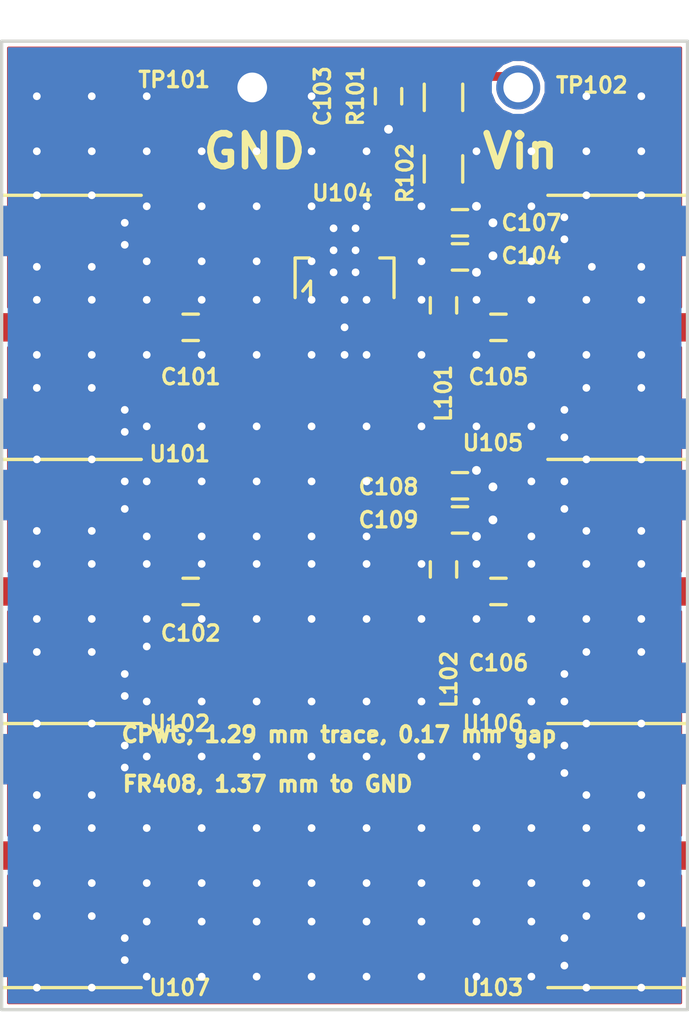
<source format=kicad_pcb>
(kicad_pcb (version 4) (host pcbnew 4.0.7)

  (general
    (links 279)
    (no_connects 0)
    (area 158.324999 39.924999 189.675001 84.075001)
    (thickness 1.6)
    (drawings 8)
    (tracks 47)
    (zones 0)
    (modules 251)
    (nets 14)
  )

  (page A4)
  (layers
    (0 F.Cu signal)
    (1 In1.Cu signal)
    (2 In2.Cu signal)
    (31 B.Cu signal)
    (32 B.Adhes user)
    (33 F.Adhes user)
    (34 B.Paste user)
    (35 F.Paste user)
    (36 B.SilkS user)
    (37 F.SilkS user)
    (38 B.Mask user)
    (39 F.Mask user)
    (40 Dwgs.User user)
    (41 Cmts.User user)
    (42 Eco1.User user)
    (43 Eco2.User user)
    (44 Edge.Cuts user)
    (45 Margin user)
    (46 B.CrtYd user)
    (47 F.CrtYd user)
    (48 B.Fab user)
    (49 F.Fab user)
  )

  (setup
    (last_trace_width 0.25)
    (user_trace_width 0.4)
    (user_trace_width 1.29)
    (trace_clearance 0.2)
    (zone_clearance 0.17)
    (zone_45_only no)
    (trace_min 0.2)
    (segment_width 0.2)
    (edge_width 0.15)
    (via_size 0.6)
    (via_drill 0.4)
    (via_min_size 0.4)
    (via_min_drill 0.3)
    (uvia_size 0.3)
    (uvia_drill 0.1)
    (uvias_allowed no)
    (uvia_min_size 0.2)
    (uvia_min_drill 0.1)
    (pcb_text_width 0.3)
    (pcb_text_size 1.5 1.5)
    (mod_edge_width 0.15)
    (mod_text_size 0.7 0.7)
    (mod_text_width 0.15)
    (pad_size 0.55 0.55)
    (pad_drill 0.35)
    (pad_to_mask_clearance 0.05)
    (aux_axis_origin 0 0)
    (visible_elements FFFEFF7F)
    (pcbplotparams
      (layerselection 0x00030_80000001)
      (usegerberextensions false)
      (excludeedgelayer true)
      (linewidth 0.100000)
      (plotframeref false)
      (viasonmask false)
      (mode 1)
      (useauxorigin false)
      (hpglpennumber 1)
      (hpglpenspeed 20)
      (hpglpendiameter 15)
      (hpglpenoverlay 2)
      (psnegative false)
      (psa4output false)
      (plotreference true)
      (plotvalue true)
      (plotinvisibletext false)
      (padsonsilk false)
      (subtractmaskfromsilk false)
      (outputformat 1)
      (mirror false)
      (drillshape 1)
      (scaleselection 1)
      (outputdirectory ""))
  )

  (net 0 "")
  (net 1 "Net-(C101-Pad1)")
  (net 2 "Net-(C101-Pad2)")
  (net 3 "Net-(C102-Pad1)")
  (net 4 "Net-(C102-Pad2)")
  (net 5 "Net-(C103-Pad1)")
  (net 6 GND)
  (net 7 "Net-(C104-Pad1)")
  (net 8 "Net-(C105-Pad1)")
  (net 9 "Net-(C105-Pad2)")
  (net 10 "Net-(C106-Pad1)")
  (net 11 "Net-(R101-Pad2)")
  (net 12 "Net-(U103-Pad1)")
  (net 13 "Net-(C108-Pad1)")

  (net_class Default "This is the default net class."
    (clearance 0.2)
    (trace_width 0.25)
    (via_dia 0.6)
    (via_drill 0.4)
    (uvia_dia 0.3)
    (uvia_drill 0.1)
    (add_net GND)
    (add_net "Net-(C101-Pad1)")
    (add_net "Net-(C101-Pad2)")
    (add_net "Net-(C102-Pad1)")
    (add_net "Net-(C102-Pad2)")
    (add_net "Net-(C103-Pad1)")
    (add_net "Net-(C104-Pad1)")
    (add_net "Net-(C105-Pad1)")
    (add_net "Net-(C105-Pad2)")
    (add_net "Net-(C106-Pad1)")
    (add_net "Net-(C108-Pad1)")
    (add_net "Net-(R101-Pad2)")
    (add_net "Net-(U103-Pad1)")
  )

  (module vna_footprints:VIA_p35mm_p55mm (layer F.Cu) (tedit 5ACEE13F) (tstamp 5ACEEA5A)
    (at 187.5 83)
    (fp_text reference REF** (at 0 -2.5) (layer F.SilkS) hide
      (effects (font (size 1 1) (thickness 0.15)))
    )
    (fp_text value VIA_OSH4LAYER_MIN (at 0 -1.2) (layer F.Fab) hide
      (effects (font (size 1 1) (thickness 0.15)))
    )
    (pad 1 thru_hole circle (at 0 0) (size 0.55 0.55) (drill 0.35) (layers *.Cu)
      (net 6 GND))
  )

  (module vna_footprints:VIA_p35mm_p55mm (layer F.Cu) (tedit 5ACEE13F) (tstamp 5ACEEA56)
    (at 185 83)
    (fp_text reference REF** (at 0 -2.5) (layer F.SilkS) hide
      (effects (font (size 1 1) (thickness 0.15)))
    )
    (fp_text value VIA_OSH4LAYER_MIN (at 0 -1.2) (layer F.Fab) hide
      (effects (font (size 1 1) (thickness 0.15)))
    )
    (pad 1 thru_hole circle (at 0 0) (size 0.55 0.55) (drill 0.35) (layers *.Cu)
      (net 6 GND))
  )

  (module vna_footprints:VIA_p35mm_p55mm (layer F.Cu) (tedit 5ACEE13F) (tstamp 5ACEEA52)
    (at 184 82)
    (fp_text reference REF** (at 0 -2.5) (layer F.SilkS) hide
      (effects (font (size 1 1) (thickness 0.15)))
    )
    (fp_text value VIA_OSH4LAYER_MIN (at 0 -1.2) (layer F.Fab) hide
      (effects (font (size 1 1) (thickness 0.15)))
    )
    (pad 1 thru_hole circle (at 0 0) (size 0.55 0.55) (drill 0.35) (layers *.Cu)
      (net 6 GND))
  )

  (module vna_footprints:VIA_p35mm_p55mm (layer F.Cu) (tedit 5ACEE13F) (tstamp 5ACEEA4E)
    (at 184 80.75)
    (fp_text reference REF** (at 0 -2.5) (layer F.SilkS) hide
      (effects (font (size 1 1) (thickness 0.15)))
    )
    (fp_text value VIA_OSH4LAYER_MIN (at 0 -1.2) (layer F.Fab) hide
      (effects (font (size 1 1) (thickness 0.15)))
    )
    (pad 1 thru_hole circle (at 0 0) (size 0.55 0.55) (drill 0.35) (layers *.Cu)
      (net 6 GND))
  )

  (module vna_footprints:VIA_p35mm_p55mm (layer F.Cu) (tedit 5ACEE13F) (tstamp 5ACEEA4A)
    (at 187.5 79.75)
    (fp_text reference REF** (at 0 -2.5) (layer F.SilkS) hide
      (effects (font (size 1 1) (thickness 0.15)))
    )
    (fp_text value VIA_OSH4LAYER_MIN (at 0 -1.2) (layer F.Fab) hide
      (effects (font (size 1 1) (thickness 0.15)))
    )
    (pad 1 thru_hole circle (at 0 0) (size 0.55 0.55) (drill 0.35) (layers *.Cu)
      (net 6 GND))
  )

  (module vna_footprints:VIA_p35mm_p55mm (layer F.Cu) (tedit 5ACEE13F) (tstamp 5ACEEA46)
    (at 185 79.75)
    (fp_text reference REF** (at 0 -2.5) (layer F.SilkS) hide
      (effects (font (size 1 1) (thickness 0.15)))
    )
    (fp_text value VIA_OSH4LAYER_MIN (at 0 -1.2) (layer F.Fab) hide
      (effects (font (size 1 1) (thickness 0.15)))
    )
    (pad 1 thru_hole circle (at 0 0) (size 0.55 0.55) (drill 0.35) (layers *.Cu)
      (net 6 GND))
  )

  (module vna_footprints:VIA_p35mm_p55mm (layer F.Cu) (tedit 5ACEE13F) (tstamp 5ACEEA42)
    (at 187.5 74.25)
    (fp_text reference REF** (at 0 -2.5) (layer F.SilkS) hide
      (effects (font (size 1 1) (thickness 0.15)))
    )
    (fp_text value VIA_OSH4LAYER_MIN (at 0 -1.2) (layer F.Fab) hide
      (effects (font (size 1 1) (thickness 0.15)))
    )
    (pad 1 thru_hole circle (at 0 0) (size 0.55 0.55) (drill 0.35) (layers *.Cu)
      (net 6 GND))
  )

  (module vna_footprints:VIA_p35mm_p55mm (layer F.Cu) (tedit 5ACEE13F) (tstamp 5ACEEA3E)
    (at 185 74.25)
    (fp_text reference REF** (at 0 -2.5) (layer F.SilkS) hide
      (effects (font (size 1 1) (thickness 0.15)))
    )
    (fp_text value VIA_OSH4LAYER_MIN (at 0 -1.2) (layer F.Fab) hide
      (effects (font (size 1 1) (thickness 0.15)))
    )
    (pad 1 thru_hole circle (at 0 0) (size 0.55 0.55) (drill 0.35) (layers *.Cu)
      (net 6 GND))
  )

  (module vna_footprints:VIA_p35mm_p55mm (layer F.Cu) (tedit 5ACEE13F) (tstamp 5ACEEA3A)
    (at 184 73.25)
    (fp_text reference REF** (at 0 -2.5) (layer F.SilkS) hide
      (effects (font (size 1 1) (thickness 0.15)))
    )
    (fp_text value VIA_OSH4LAYER_MIN (at 0 -1.2) (layer F.Fab) hide
      (effects (font (size 1 1) (thickness 0.15)))
    )
    (pad 1 thru_hole circle (at 0 0) (size 0.55 0.55) (drill 0.35) (layers *.Cu)
      (net 6 GND))
  )

  (module vna_footprints:VIA_p35mm_p55mm (layer F.Cu) (tedit 5ACEE13F) (tstamp 5ACEEA36)
    (at 184 72)
    (fp_text reference REF** (at 0 -2.5) (layer F.SilkS) hide
      (effects (font (size 1 1) (thickness 0.15)))
    )
    (fp_text value VIA_OSH4LAYER_MIN (at 0 -1.2) (layer F.Fab) hide
      (effects (font (size 1 1) (thickness 0.15)))
    )
    (pad 1 thru_hole circle (at 0 0) (size 0.55 0.55) (drill 0.35) (layers *.Cu)
      (net 6 GND))
  )

  (module vna_footprints:VIA_p35mm_p55mm (layer F.Cu) (tedit 5ACEE13F) (tstamp 5ACEEA32)
    (at 185 71)
    (fp_text reference REF** (at 0 -2.5) (layer F.SilkS) hide
      (effects (font (size 1 1) (thickness 0.15)))
    )
    (fp_text value VIA_OSH4LAYER_MIN (at 0 -1.2) (layer F.Fab) hide
      (effects (font (size 1 1) (thickness 0.15)))
    )
    (pad 1 thru_hole circle (at 0 0) (size 0.55 0.55) (drill 0.35) (layers *.Cu)
      (net 6 GND))
  )

  (module vna_footprints:VIA_p35mm_p55mm (layer F.Cu) (tedit 5ACEE13F) (tstamp 5ACEEA2E)
    (at 187.5 71)
    (fp_text reference REF** (at 0 -2.5) (layer F.SilkS) hide
      (effects (font (size 1 1) (thickness 0.15)))
    )
    (fp_text value VIA_OSH4LAYER_MIN (at 0 -1.2) (layer F.Fab) hide
      (effects (font (size 1 1) (thickness 0.15)))
    )
    (pad 1 thru_hole circle (at 0 0) (size 0.55 0.55) (drill 0.35) (layers *.Cu)
      (net 6 GND))
  )

  (module vna_footprints:VIA_p35mm_p55mm (layer F.Cu) (tedit 5ACEE13F) (tstamp 5ACEEA2A)
    (at 187.5 67.75)
    (fp_text reference REF** (at 0 -2.5) (layer F.SilkS) hide
      (effects (font (size 1 1) (thickness 0.15)))
    )
    (fp_text value VIA_OSH4LAYER_MIN (at 0 -1.2) (layer F.Fab) hide
      (effects (font (size 1 1) (thickness 0.15)))
    )
    (pad 1 thru_hole circle (at 0 0) (size 0.55 0.55) (drill 0.35) (layers *.Cu)
      (net 6 GND))
  )

  (module vna_footprints:VIA_p35mm_p55mm (layer F.Cu) (tedit 5ACEE13F) (tstamp 5ACEEA26)
    (at 185 67.75)
    (fp_text reference REF** (at 0 -2.5) (layer F.SilkS) hide
      (effects (font (size 1 1) (thickness 0.15)))
    )
    (fp_text value VIA_OSH4LAYER_MIN (at 0 -1.2) (layer F.Fab) hide
      (effects (font (size 1 1) (thickness 0.15)))
    )
    (pad 1 thru_hole circle (at 0 0) (size 0.55 0.55) (drill 0.35) (layers *.Cu)
      (net 6 GND))
  )

  (module vna_footprints:VIA_p35mm_p55mm (layer F.Cu) (tedit 5ACEE13F) (tstamp 5ACEEA22)
    (at 184 70)
    (fp_text reference REF** (at 0 -2.5) (layer F.SilkS) hide
      (effects (font (size 1 1) (thickness 0.15)))
    )
    (fp_text value VIA_OSH4LAYER_MIN (at 0 -1.2) (layer F.Fab) hide
      (effects (font (size 1 1) (thickness 0.15)))
    )
    (pad 1 thru_hole circle (at 0 0) (size 0.55 0.55) (drill 0.35) (layers *.Cu)
      (net 6 GND))
  )

  (module vna_footprints:VIA_p35mm_p55mm (layer F.Cu) (tedit 5ACEE13F) (tstamp 5ACEEA1E)
    (at 184 68.75)
    (fp_text reference REF** (at 0 -2.5) (layer F.SilkS) hide
      (effects (font (size 1 1) (thickness 0.15)))
    )
    (fp_text value VIA_OSH4LAYER_MIN (at 0 -1.2) (layer F.Fab) hide
      (effects (font (size 1 1) (thickness 0.15)))
    )
    (pad 1 thru_hole circle (at 0 0) (size 0.55 0.55) (drill 0.35) (layers *.Cu)
      (net 6 GND))
  )

  (module vna_footprints:VIA_p35mm_p55mm (layer F.Cu) (tedit 5ACEE13F) (tstamp 5ACEEA1A)
    (at 187.5 62.25)
    (fp_text reference REF** (at 0 -2.5) (layer F.SilkS) hide
      (effects (font (size 1 1) (thickness 0.15)))
    )
    (fp_text value VIA_OSH4LAYER_MIN (at 0 -1.2) (layer F.Fab) hide
      (effects (font (size 1 1) (thickness 0.15)))
    )
    (pad 1 thru_hole circle (at 0 0) (size 0.55 0.55) (drill 0.35) (layers *.Cu)
      (net 6 GND))
  )

  (module vna_footprints:VIA_p35mm_p55mm (layer F.Cu) (tedit 5ACEE13F) (tstamp 5ACEEA16)
    (at 185 62.25)
    (fp_text reference REF** (at 0 -2.5) (layer F.SilkS) hide
      (effects (font (size 1 1) (thickness 0.15)))
    )
    (fp_text value VIA_OSH4LAYER_MIN (at 0 -1.2) (layer F.Fab) hide
      (effects (font (size 1 1) (thickness 0.15)))
    )
    (pad 1 thru_hole circle (at 0 0) (size 0.55 0.55) (drill 0.35) (layers *.Cu)
      (net 6 GND))
  )

  (module vna_footprints:VIA_p35mm_p55mm (layer F.Cu) (tedit 5ACEE13F) (tstamp 5ACEEA12)
    (at 184 61.25)
    (fp_text reference REF** (at 0 -2.5) (layer F.SilkS) hide
      (effects (font (size 1 1) (thickness 0.15)))
    )
    (fp_text value VIA_OSH4LAYER_MIN (at 0 -1.2) (layer F.Fab) hide
      (effects (font (size 1 1) (thickness 0.15)))
    )
    (pad 1 thru_hole circle (at 0 0) (size 0.55 0.55) (drill 0.35) (layers *.Cu)
      (net 6 GND))
  )

  (module vna_footprints:VIA_p35mm_p55mm (layer F.Cu) (tedit 5ACEE13F) (tstamp 5ACEEA0E)
    (at 184 60)
    (fp_text reference REF** (at 0 -2.5) (layer F.SilkS) hide
      (effects (font (size 1 1) (thickness 0.15)))
    )
    (fp_text value VIA_OSH4LAYER_MIN (at 0 -1.2) (layer F.Fab) hide
      (effects (font (size 1 1) (thickness 0.15)))
    )
    (pad 1 thru_hole circle (at 0 0) (size 0.55 0.55) (drill 0.35) (layers *.Cu)
      (net 6 GND))
  )

  (module vna_footprints:VIA_p35mm_p55mm (layer F.Cu) (tedit 5ACEE13F) (tstamp 5ACEEA0A)
    (at 185 59)
    (fp_text reference REF** (at 0 -2.5) (layer F.SilkS) hide
      (effects (font (size 1 1) (thickness 0.15)))
    )
    (fp_text value VIA_OSH4LAYER_MIN (at 0 -1.2) (layer F.Fab) hide
      (effects (font (size 1 1) (thickness 0.15)))
    )
    (pad 1 thru_hole circle (at 0 0) (size 0.55 0.55) (drill 0.35) (layers *.Cu)
      (net 6 GND))
  )

  (module vna_footprints:VIA_p35mm_p55mm (layer F.Cu) (tedit 5ACEE13F) (tstamp 5ACEEA06)
    (at 187.5 59)
    (fp_text reference REF** (at 0 -2.5) (layer F.SilkS) hide
      (effects (font (size 1 1) (thickness 0.15)))
    )
    (fp_text value VIA_OSH4LAYER_MIN (at 0 -1.2) (layer F.Fab) hide
      (effects (font (size 1 1) (thickness 0.15)))
    )
    (pad 1 thru_hole circle (at 0 0) (size 0.55 0.55) (drill 0.35) (layers *.Cu)
      (net 6 GND))
  )

  (module vna_footprints:VIA_p35mm_p55mm (layer F.Cu) (tedit 5ACEE13F) (tstamp 5ACEEA02)
    (at 187.5 55.75)
    (fp_text reference REF** (at 0 -2.5) (layer F.SilkS) hide
      (effects (font (size 1 1) (thickness 0.15)))
    )
    (fp_text value VIA_OSH4LAYER_MIN (at 0 -1.2) (layer F.Fab) hide
      (effects (font (size 1 1) (thickness 0.15)))
    )
    (pad 1 thru_hole circle (at 0 0) (size 0.55 0.55) (drill 0.35) (layers *.Cu)
      (net 6 GND))
  )

  (module vna_footprints:VIA_p35mm_p55mm (layer F.Cu) (tedit 5ACEE13F) (tstamp 5ACEE9FE)
    (at 185 55.75)
    (fp_text reference REF** (at 0 -2.5) (layer F.SilkS) hide
      (effects (font (size 1 1) (thickness 0.15)))
    )
    (fp_text value VIA_OSH4LAYER_MIN (at 0 -1.2) (layer F.Fab) hide
      (effects (font (size 1 1) (thickness 0.15)))
    )
    (pad 1 thru_hole circle (at 0 0) (size 0.55 0.55) (drill 0.35) (layers *.Cu)
      (net 6 GND))
  )

  (module vna_footprints:VIA_p35mm_p55mm (layer F.Cu) (tedit 5ACEE13F) (tstamp 5ACEE9FA)
    (at 184 58)
    (fp_text reference REF** (at 0 -2.5) (layer F.SilkS) hide
      (effects (font (size 1 1) (thickness 0.15)))
    )
    (fp_text value VIA_OSH4LAYER_MIN (at 0 -1.2) (layer F.Fab) hide
      (effects (font (size 1 1) (thickness 0.15)))
    )
    (pad 1 thru_hole circle (at 0 0) (size 0.55 0.55) (drill 0.35) (layers *.Cu)
      (net 6 GND))
  )

  (module vna_footprints:VIA_p35mm_p55mm (layer F.Cu) (tedit 5ACEE13F) (tstamp 5ACEE9F6)
    (at 184 56.75)
    (fp_text reference REF** (at 0 -2.5) (layer F.SilkS) hide
      (effects (font (size 1 1) (thickness 0.15)))
    )
    (fp_text value VIA_OSH4LAYER_MIN (at 0 -1.2) (layer F.Fab) hide
      (effects (font (size 1 1) (thickness 0.15)))
    )
    (pad 1 thru_hole circle (at 0 0) (size 0.55 0.55) (drill 0.35) (layers *.Cu)
      (net 6 GND))
  )

  (module vna_footprints:VIA_p35mm_p55mm (layer F.Cu) (tedit 5ACEE13F) (tstamp 5ACEE9F2)
    (at 184 49)
    (fp_text reference REF** (at 0 -2.5) (layer F.SilkS) hide
      (effects (font (size 1 1) (thickness 0.15)))
    )
    (fp_text value VIA_OSH4LAYER_MIN (at 0 -1.2) (layer F.Fab) hide
      (effects (font (size 1 1) (thickness 0.15)))
    )
    (pad 1 thru_hole circle (at 0 0) (size 0.55 0.55) (drill 0.35) (layers *.Cu)
      (net 6 GND))
  )

  (module vna_footprints:VIA_p35mm_p55mm (layer F.Cu) (tedit 5ACEE13F) (tstamp 5ACEE9EE)
    (at 184 48)
    (fp_text reference REF** (at 0 -2.5) (layer F.SilkS) hide
      (effects (font (size 1 1) (thickness 0.15)))
    )
    (fp_text value VIA_OSH4LAYER_MIN (at 0 -1.2) (layer F.Fab) hide
      (effects (font (size 1 1) (thickness 0.15)))
    )
    (pad 1 thru_hole circle (at 0 0) (size 0.55 0.55) (drill 0.35) (layers *.Cu)
      (net 6 GND))
  )

  (module vna_footprints:VIA_p35mm_p55mm (layer F.Cu) (tedit 5ACEE13F) (tstamp 5ACEE9EA)
    (at 187.5 47)
    (fp_text reference REF** (at 0 -2.5) (layer F.SilkS) hide
      (effects (font (size 1 1) (thickness 0.15)))
    )
    (fp_text value VIA_OSH4LAYER_MIN (at 0 -1.2) (layer F.Fab) hide
      (effects (font (size 1 1) (thickness 0.15)))
    )
    (pad 1 thru_hole circle (at 0 0) (size 0.55 0.55) (drill 0.35) (layers *.Cu)
      (net 6 GND))
  )

  (module vna_footprints:VIA_p35mm_p55mm (layer F.Cu) (tedit 5ACEE13F) (tstamp 5ACEE9E6)
    (at 185 47)
    (fp_text reference REF** (at 0 -2.5) (layer F.SilkS) hide
      (effects (font (size 1 1) (thickness 0.15)))
    )
    (fp_text value VIA_OSH4LAYER_MIN (at 0 -1.2) (layer F.Fab) hide
      (effects (font (size 1 1) (thickness 0.15)))
    )
    (pad 1 thru_hole circle (at 0 0) (size 0.55 0.55) (drill 0.35) (layers *.Cu)
      (net 6 GND))
  )

  (module vna_footprints:VIA_p35mm_p55mm (layer F.Cu) (tedit 5ACEE13F) (tstamp 5ACEE9E2)
    (at 185.25 50.25)
    (fp_text reference REF** (at 0 -2.5) (layer F.SilkS) hide
      (effects (font (size 1 1) (thickness 0.15)))
    )
    (fp_text value VIA_OSH4LAYER_MIN (at 0 -1.2) (layer F.Fab) hide
      (effects (font (size 1 1) (thickness 0.15)))
    )
    (pad 1 thru_hole circle (at 0 0) (size 0.55 0.55) (drill 0.35) (layers *.Cu)
      (net 6 GND))
  )

  (module vna_footprints:VIA_p35mm_p55mm (layer F.Cu) (tedit 5ACEE13F) (tstamp 5ACEE9DE)
    (at 187.5 50.25)
    (fp_text reference REF** (at 0 -2.5) (layer F.SilkS) hide
      (effects (font (size 1 1) (thickness 0.15)))
    )
    (fp_text value VIA_OSH4LAYER_MIN (at 0 -1.2) (layer F.Fab) hide
      (effects (font (size 1 1) (thickness 0.15)))
    )
    (pad 1 thru_hole circle (at 0 0) (size 0.55 0.55) (drill 0.35) (layers *.Cu)
      (net 6 GND))
  )

  (module vna_footprints:VIA_p35mm_p55mm (layer F.Cu) (tedit 5ACEE13F) (tstamp 5ACEE9D9)
    (at 160 47)
    (fp_text reference REF** (at 0 -2.5) (layer F.SilkS) hide
      (effects (font (size 1 1) (thickness 0.15)))
    )
    (fp_text value VIA_OSH4LAYER_MIN (at 0 -1.2) (layer F.Fab) hide
      (effects (font (size 1 1) (thickness 0.15)))
    )
    (pad 1 thru_hole circle (at 0 0) (size 0.55 0.55) (drill 0.35) (layers *.Cu)
      (net 6 GND))
  )

  (module vna_footprints:VIA_p35mm_p55mm (layer F.Cu) (tedit 5ACEE13F) (tstamp 5ACEE9D5)
    (at 162.5 47)
    (fp_text reference REF** (at 0 -2.5) (layer F.SilkS) hide
      (effects (font (size 1 1) (thickness 0.15)))
    )
    (fp_text value VIA_OSH4LAYER_MIN (at 0 -1.2) (layer F.Fab) hide
      (effects (font (size 1 1) (thickness 0.15)))
    )
    (pad 1 thru_hole circle (at 0 0) (size 0.55 0.55) (drill 0.35) (layers *.Cu)
      (net 6 GND))
  )

  (module vna_footprints:VIA_p35mm_p55mm (layer F.Cu) (tedit 5ACEE13F) (tstamp 5ACEE9D1)
    (at 164 48.25)
    (fp_text reference REF** (at 0 -2.5) (layer F.SilkS) hide
      (effects (font (size 1 1) (thickness 0.15)))
    )
    (fp_text value VIA_OSH4LAYER_MIN (at 0 -1.2) (layer F.Fab) hide
      (effects (font (size 1 1) (thickness 0.15)))
    )
    (pad 1 thru_hole circle (at 0 0) (size 0.55 0.55) (drill 0.35) (layers *.Cu)
      (net 6 GND))
  )

  (module vna_footprints:VIA_p35mm_p55mm (layer F.Cu) (tedit 5ACEE13F) (tstamp 5ACEE9CD)
    (at 164 49.25)
    (fp_text reference REF** (at 0 -2.5) (layer F.SilkS) hide
      (effects (font (size 1 1) (thickness 0.15)))
    )
    (fp_text value VIA_OSH4LAYER_MIN (at 0 -1.2) (layer F.Fab) hide
      (effects (font (size 1 1) (thickness 0.15)))
    )
    (pad 1 thru_hole circle (at 0 0) (size 0.55 0.55) (drill 0.35) (layers *.Cu)
      (net 6 GND))
  )

  (module vna_footprints:VIA_p35mm_p55mm (layer F.Cu) (tedit 5ACEE13F) (tstamp 5ACEE9C9)
    (at 162.5 50.25)
    (fp_text reference REF** (at 0 -2.5) (layer F.SilkS) hide
      (effects (font (size 1 1) (thickness 0.15)))
    )
    (fp_text value VIA_OSH4LAYER_MIN (at 0 -1.2) (layer F.Fab) hide
      (effects (font (size 1 1) (thickness 0.15)))
    )
    (pad 1 thru_hole circle (at 0 0) (size 0.55 0.55) (drill 0.35) (layers *.Cu)
      (net 6 GND))
  )

  (module vna_footprints:VIA_p35mm_p55mm (layer F.Cu) (tedit 5ACEE13F) (tstamp 5ACEE9C5)
    (at 160 50.25)
    (fp_text reference REF** (at 0 -2.5) (layer F.SilkS) hide
      (effects (font (size 1 1) (thickness 0.15)))
    )
    (fp_text value VIA_OSH4LAYER_MIN (at 0 -1.2) (layer F.Fab) hide
      (effects (font (size 1 1) (thickness 0.15)))
    )
    (pad 1 thru_hole circle (at 0 0) (size 0.55 0.55) (drill 0.35) (layers *.Cu)
      (net 6 GND))
  )

  (module vna_footprints:VIA_p35mm_p55mm (layer F.Cu) (tedit 5ACEE13F) (tstamp 5ACEE9C1)
    (at 162.5 79.75)
    (fp_text reference REF** (at 0 -2.5) (layer F.SilkS) hide
      (effects (font (size 1 1) (thickness 0.15)))
    )
    (fp_text value VIA_OSH4LAYER_MIN (at 0 -1.2) (layer F.Fab) hide
      (effects (font (size 1 1) (thickness 0.15)))
    )
    (pad 1 thru_hole circle (at 0 0) (size 0.55 0.55) (drill 0.35) (layers *.Cu)
      (net 6 GND))
  )

  (module vna_footprints:VIA_p35mm_p55mm (layer F.Cu) (tedit 5ACEE13F) (tstamp 5ACEE9BD)
    (at 160 79.75)
    (fp_text reference REF** (at 0 -2.5) (layer F.SilkS) hide
      (effects (font (size 1 1) (thickness 0.15)))
    )
    (fp_text value VIA_OSH4LAYER_MIN (at 0 -1.2) (layer F.Fab) hide
      (effects (font (size 1 1) (thickness 0.15)))
    )
    (pad 1 thru_hole circle (at 0 0) (size 0.55 0.55) (drill 0.35) (layers *.Cu)
      (net 6 GND))
  )

  (module vna_footprints:VIA_p35mm_p55mm (layer F.Cu) (tedit 5ACEE13F) (tstamp 5ACEE9B9)
    (at 160 83)
    (fp_text reference REF** (at 0 -2.5) (layer F.SilkS) hide
      (effects (font (size 1 1) (thickness 0.15)))
    )
    (fp_text value VIA_OSH4LAYER_MIN (at 0 -1.2) (layer F.Fab) hide
      (effects (font (size 1 1) (thickness 0.15)))
    )
    (pad 1 thru_hole circle (at 0 0) (size 0.55 0.55) (drill 0.35) (layers *.Cu)
      (net 6 GND))
  )

  (module vna_footprints:VIA_p35mm_p55mm (layer F.Cu) (tedit 5ACEE13F) (tstamp 5ACEE9B5)
    (at 162.5 83)
    (fp_text reference REF** (at 0 -2.5) (layer F.SilkS) hide
      (effects (font (size 1 1) (thickness 0.15)))
    )
    (fp_text value VIA_OSH4LAYER_MIN (at 0 -1.2) (layer F.Fab) hide
      (effects (font (size 1 1) (thickness 0.15)))
    )
    (pad 1 thru_hole circle (at 0 0) (size 0.55 0.55) (drill 0.35) (layers *.Cu)
      (net 6 GND))
  )

  (module vna_footprints:VIA_p35mm_p55mm (layer F.Cu) (tedit 5ACEE13F) (tstamp 5ACEE9A8)
    (at 164 81.75)
    (fp_text reference REF** (at 0 -2.5) (layer F.SilkS) hide
      (effects (font (size 1 1) (thickness 0.15)))
    )
    (fp_text value VIA_OSH4LAYER_MIN (at 0 -1.2) (layer F.Fab) hide
      (effects (font (size 1 1) (thickness 0.15)))
    )
    (pad 1 thru_hole circle (at 0 0) (size 0.55 0.55) (drill 0.35) (layers *.Cu)
      (net 6 GND))
  )

  (module vna_footprints:VIA_p35mm_p55mm (layer F.Cu) (tedit 5ACEE13F) (tstamp 5ACEE9A4)
    (at 164 80.75)
    (fp_text reference REF** (at 0 -2.5) (layer F.SilkS) hide
      (effects (font (size 1 1) (thickness 0.15)))
    )
    (fp_text value VIA_OSH4LAYER_MIN (at 0 -1.2) (layer F.Fab) hide
      (effects (font (size 1 1) (thickness 0.15)))
    )
    (pad 1 thru_hole circle (at 0 0) (size 0.55 0.55) (drill 0.35) (layers *.Cu)
      (net 6 GND))
  )

  (module vna_footprints:VIA_p35mm_p55mm (layer F.Cu) (tedit 5ACEE13F) (tstamp 5ACEE9A0)
    (at 164 72)
    (fp_text reference REF** (at 0 -2.5) (layer F.SilkS) hide
      (effects (font (size 1 1) (thickness 0.15)))
    )
    (fp_text value VIA_OSH4LAYER_MIN (at 0 -1.2) (layer F.Fab) hide
      (effects (font (size 1 1) (thickness 0.15)))
    )
    (pad 1 thru_hole circle (at 0 0) (size 0.55 0.55) (drill 0.35) (layers *.Cu)
      (net 6 GND))
  )

  (module vna_footprints:VIA_p35mm_p55mm (layer F.Cu) (tedit 5ACEE13F) (tstamp 5ACEE99C)
    (at 164 73)
    (fp_text reference REF** (at 0 -2.5) (layer F.SilkS) hide
      (effects (font (size 1 1) (thickness 0.15)))
    )
    (fp_text value VIA_OSH4LAYER_MIN (at 0 -1.2) (layer F.Fab) hide
      (effects (font (size 1 1) (thickness 0.15)))
    )
    (pad 1 thru_hole circle (at 0 0) (size 0.55 0.55) (drill 0.35) (layers *.Cu)
      (net 6 GND))
  )

  (module vna_footprints:VIA_p35mm_p55mm (layer F.Cu) (tedit 5ACEE13F) (tstamp 5ACEE998)
    (at 162.5 74.25)
    (fp_text reference REF** (at 0 -2.5) (layer F.SilkS) hide
      (effects (font (size 1 1) (thickness 0.15)))
    )
    (fp_text value VIA_OSH4LAYER_MIN (at 0 -1.2) (layer F.Fab) hide
      (effects (font (size 1 1) (thickness 0.15)))
    )
    (pad 1 thru_hole circle (at 0 0) (size 0.55 0.55) (drill 0.35) (layers *.Cu)
      (net 6 GND))
  )

  (module vna_footprints:VIA_p35mm_p55mm (layer F.Cu) (tedit 5ACEE13F) (tstamp 5ACEE994)
    (at 160 74.25)
    (fp_text reference REF** (at 0 -2.5) (layer F.SilkS) hide
      (effects (font (size 1 1) (thickness 0.15)))
    )
    (fp_text value VIA_OSH4LAYER_MIN (at 0 -1.2) (layer F.Fab) hide
      (effects (font (size 1 1) (thickness 0.15)))
    )
    (pad 1 thru_hole circle (at 0 0) (size 0.55 0.55) (drill 0.35) (layers *.Cu)
      (net 6 GND))
  )

  (module vna_footprints:VIA_p35mm_p55mm (layer F.Cu) (tedit 5ACEE13F) (tstamp 5ACEE990)
    (at 162.5 67.75)
    (fp_text reference REF** (at 0 -2.5) (layer F.SilkS) hide
      (effects (font (size 1 1) (thickness 0.15)))
    )
    (fp_text value VIA_OSH4LAYER_MIN (at 0 -1.2) (layer F.Fab) hide
      (effects (font (size 1 1) (thickness 0.15)))
    )
    (pad 1 thru_hole circle (at 0 0) (size 0.55 0.55) (drill 0.35) (layers *.Cu)
      (net 6 GND))
  )

  (module vna_footprints:VIA_p35mm_p55mm (layer F.Cu) (tedit 5ACEE13F) (tstamp 5ACEE987)
    (at 160 67.75)
    (fp_text reference REF** (at 0 -2.5) (layer F.SilkS) hide
      (effects (font (size 1 1) (thickness 0.15)))
    )
    (fp_text value VIA_OSH4LAYER_MIN (at 0 -1.2) (layer F.Fab) hide
      (effects (font (size 1 1) (thickness 0.15)))
    )
    (pad 1 thru_hole circle (at 0 0) (size 0.55 0.55) (drill 0.35) (layers *.Cu)
      (net 6 GND))
  )

  (module vna_footprints:VIA_p35mm_p55mm (layer F.Cu) (tedit 5ACEE13F) (tstamp 5ACEE983)
    (at 160 71)
    (fp_text reference REF** (at 0 -2.5) (layer F.SilkS) hide
      (effects (font (size 1 1) (thickness 0.15)))
    )
    (fp_text value VIA_OSH4LAYER_MIN (at 0 -1.2) (layer F.Fab) hide
      (effects (font (size 1 1) (thickness 0.15)))
    )
    (pad 1 thru_hole circle (at 0 0) (size 0.55 0.55) (drill 0.35) (layers *.Cu)
      (net 6 GND))
  )

  (module vna_footprints:VIA_p35mm_p55mm (layer F.Cu) (tedit 5ACEE13F) (tstamp 5ACEE97F)
    (at 162.5 71)
    (fp_text reference REF** (at 0 -2.5) (layer F.SilkS) hide
      (effects (font (size 1 1) (thickness 0.15)))
    )
    (fp_text value VIA_OSH4LAYER_MIN (at 0 -1.2) (layer F.Fab) hide
      (effects (font (size 1 1) (thickness 0.15)))
    )
    (pad 1 thru_hole circle (at 0 0) (size 0.55 0.55) (drill 0.35) (layers *.Cu)
      (net 6 GND))
  )

  (module vna_footprints:VIA_p35mm_p55mm (layer F.Cu) (tedit 5ACEE13F) (tstamp 5ACEE97B)
    (at 164 69.75)
    (fp_text reference REF** (at 0 -2.5) (layer F.SilkS) hide
      (effects (font (size 1 1) (thickness 0.15)))
    )
    (fp_text value VIA_OSH4LAYER_MIN (at 0 -1.2) (layer F.Fab) hide
      (effects (font (size 1 1) (thickness 0.15)))
    )
    (pad 1 thru_hole circle (at 0 0) (size 0.55 0.55) (drill 0.35) (layers *.Cu)
      (net 6 GND))
  )

  (module vna_footprints:VIA_p35mm_p55mm (layer F.Cu) (tedit 5ACEE13F) (tstamp 5ACEE977)
    (at 164 68.75)
    (fp_text reference REF** (at 0 -2.5) (layer F.SilkS) hide
      (effects (font (size 1 1) (thickness 0.15)))
    )
    (fp_text value VIA_OSH4LAYER_MIN (at 0 -1.2) (layer F.Fab) hide
      (effects (font (size 1 1) (thickness 0.15)))
    )
    (pad 1 thru_hole circle (at 0 0) (size 0.55 0.55) (drill 0.35) (layers *.Cu)
      (net 6 GND))
  )

  (module vna_footprints:VIA_p35mm_p55mm (layer F.Cu) (tedit 5ACEE13F) (tstamp 5ACEE973)
    (at 164 57.75)
    (fp_text reference REF** (at 0 -2.5) (layer F.SilkS) hide
      (effects (font (size 1 1) (thickness 0.15)))
    )
    (fp_text value VIA_OSH4LAYER_MIN (at 0 -1.2) (layer F.Fab) hide
      (effects (font (size 1 1) (thickness 0.15)))
    )
    (pad 1 thru_hole circle (at 0 0) (size 0.55 0.55) (drill 0.35) (layers *.Cu)
      (net 6 GND))
  )

  (module vna_footprints:VIA_p35mm_p55mm (layer F.Cu) (tedit 5ACEE13F) (tstamp 5ACEE96F)
    (at 164 56.75)
    (fp_text reference REF** (at 0 -2.5) (layer F.SilkS) hide
      (effects (font (size 1 1) (thickness 0.15)))
    )
    (fp_text value VIA_OSH4LAYER_MIN (at 0 -1.2) (layer F.Fab) hide
      (effects (font (size 1 1) (thickness 0.15)))
    )
    (pad 1 thru_hole circle (at 0 0) (size 0.55 0.55) (drill 0.35) (layers *.Cu)
      (net 6 GND))
  )

  (module vna_footprints:VIA_p35mm_p55mm (layer F.Cu) (tedit 5ACEE13F) (tstamp 5ACEE96B)
    (at 160 55.75)
    (fp_text reference REF** (at 0 -2.5) (layer F.SilkS) hide
      (effects (font (size 1 1) (thickness 0.15)))
    )
    (fp_text value VIA_OSH4LAYER_MIN (at 0 -1.2) (layer F.Fab) hide
      (effects (font (size 1 1) (thickness 0.15)))
    )
    (pad 1 thru_hole circle (at 0 0) (size 0.55 0.55) (drill 0.35) (layers *.Cu)
      (net 6 GND))
  )

  (module vna_footprints:VIA_p35mm_p55mm (layer F.Cu) (tedit 5ACEE13F) (tstamp 5ACEE967)
    (at 162.5 55.75)
    (fp_text reference REF** (at 0 -2.5) (layer F.SilkS) hide
      (effects (font (size 1 1) (thickness 0.15)))
    )
    (fp_text value VIA_OSH4LAYER_MIN (at 0 -1.2) (layer F.Fab) hide
      (effects (font (size 1 1) (thickness 0.15)))
    )
    (pad 1 thru_hole circle (at 0 0) (size 0.55 0.55) (drill 0.35) (layers *.Cu)
      (net 6 GND))
  )

  (module vna_footprints:VIA_p35mm_p55mm (layer F.Cu) (tedit 5ACEE13F) (tstamp 5ACEE963)
    (at 162.5 59)
    (fp_text reference REF** (at 0 -2.5) (layer F.SilkS) hide
      (effects (font (size 1 1) (thickness 0.15)))
    )
    (fp_text value VIA_OSH4LAYER_MIN (at 0 -1.2) (layer F.Fab) hide
      (effects (font (size 1 1) (thickness 0.15)))
    )
    (pad 1 thru_hole circle (at 0 0) (size 0.55 0.55) (drill 0.35) (layers *.Cu)
      (net 6 GND))
  )

  (module vna_footprints:VIA_p35mm_p55mm (layer F.Cu) (tedit 5ACEE13F) (tstamp 5ACEE95F)
    (at 160 59)
    (fp_text reference REF** (at 0 -2.5) (layer F.SilkS) hide
      (effects (font (size 1 1) (thickness 0.15)))
    )
    (fp_text value VIA_OSH4LAYER_MIN (at 0 -1.2) (layer F.Fab) hide
      (effects (font (size 1 1) (thickness 0.15)))
    )
    (pad 1 thru_hole circle (at 0 0) (size 0.55 0.55) (drill 0.35) (layers *.Cu)
      (net 6 GND))
  )

  (module vna_footprints:VIA_p35mm_p55mm (layer F.Cu) (tedit 5ACEE13F) (tstamp 5ACEE95B)
    (at 160 62.25)
    (fp_text reference REF** (at 0 -2.5) (layer F.SilkS) hide
      (effects (font (size 1 1) (thickness 0.15)))
    )
    (fp_text value VIA_OSH4LAYER_MIN (at 0 -1.2) (layer F.Fab) hide
      (effects (font (size 1 1) (thickness 0.15)))
    )
    (pad 1 thru_hole circle (at 0 0) (size 0.55 0.55) (drill 0.35) (layers *.Cu)
      (net 6 GND))
  )

  (module vna_footprints:VIA_p35mm_p55mm (layer F.Cu) (tedit 5ACEE13F) (tstamp 5ACEE957)
    (at 162.5 62.25)
    (fp_text reference REF** (at 0 -2.5) (layer F.SilkS) hide
      (effects (font (size 1 1) (thickness 0.15)))
    )
    (fp_text value VIA_OSH4LAYER_MIN (at 0 -1.2) (layer F.Fab) hide
      (effects (font (size 1 1) (thickness 0.15)))
    )
    (pad 1 thru_hole circle (at 0 0) (size 0.55 0.55) (drill 0.35) (layers *.Cu)
      (net 6 GND))
  )

  (module vna_footprints:VIA_p35mm_p55mm (layer F.Cu) (tedit 5ACEE13F) (tstamp 5ACEE953)
    (at 164 61.25)
    (fp_text reference REF** (at 0 -2.5) (layer F.SilkS) hide
      (effects (font (size 1 1) (thickness 0.15)))
    )
    (fp_text value VIA_OSH4LAYER_MIN (at 0 -1.2) (layer F.Fab) hide
      (effects (font (size 1 1) (thickness 0.15)))
    )
    (pad 1 thru_hole circle (at 0 0) (size 0.55 0.55) (drill 0.35) (layers *.Cu)
      (net 6 GND))
  )

  (module vna_footprints:VIA_p35mm_p55mm (layer F.Cu) (tedit 5ACEE13F) (tstamp 5ACEE94F)
    (at 164 60)
    (fp_text reference REF** (at 0 -2.5) (layer F.SilkS) hide
      (effects (font (size 1 1) (thickness 0.15)))
    )
    (fp_text value VIA_OSH4LAYER_MIN (at 0 -1.2) (layer F.Fab) hide
      (effects (font (size 1 1) (thickness 0.15)))
    )
    (pad 1 thru_hole circle (at 0 0) (size 0.55 0.55) (drill 0.35) (layers *.Cu)
      (net 6 GND))
  )

  (module vna_footprints:VIA_p35mm_p55mm (layer F.Cu) (tedit 5ACEE13F) (tstamp 5ACEE943)
    (at 172.5 42.5)
    (fp_text reference REF** (at 0 -2.5) (layer F.SilkS) hide
      (effects (font (size 1 1) (thickness 0.15)))
    )
    (fp_text value VIA_OSH4LAYER_MIN (at 0 -1.2) (layer F.Fab) hide
      (effects (font (size 1 1) (thickness 0.15)))
    )
    (pad 1 thru_hole circle (at 0 0) (size 0.55 0.55) (drill 0.35) (layers *.Cu)
      (net 6 GND))
  )

  (module vna_footprints:VIA_p35mm_p55mm (layer F.Cu) (tedit 5ACEE13F) (tstamp 5ACEE93F)
    (at 187.5 42.5)
    (fp_text reference REF** (at 0 -2.5) (layer F.SilkS) hide
      (effects (font (size 1 1) (thickness 0.15)))
    )
    (fp_text value VIA_OSH4LAYER_MIN (at 0 -1.2) (layer F.Fab) hide
      (effects (font (size 1 1) (thickness 0.15)))
    )
    (pad 1 thru_hole circle (at 0 0) (size 0.55 0.55) (drill 0.35) (layers *.Cu)
      (net 6 GND))
  )

  (module vna_footprints:VIA_p35mm_p55mm (layer F.Cu) (tedit 5ACEE13F) (tstamp 5ACEE93B)
    (at 185 42.5)
    (fp_text reference REF** (at 0 -2.5) (layer F.SilkS) hide
      (effects (font (size 1 1) (thickness 0.15)))
    )
    (fp_text value VIA_OSH4LAYER_MIN (at 0 -1.2) (layer F.Fab) hide
      (effects (font (size 1 1) (thickness 0.15)))
    )
    (pad 1 thru_hole circle (at 0 0) (size 0.55 0.55) (drill 0.35) (layers *.Cu)
      (net 6 GND))
  )

  (module vna_footprints:VIA_p35mm_p55mm (layer F.Cu) (tedit 5ACEE13F) (tstamp 5ACEE937)
    (at 165 42.5)
    (fp_text reference REF** (at 0 -2.5) (layer F.SilkS) hide
      (effects (font (size 1 1) (thickness 0.15)))
    )
    (fp_text value VIA_OSH4LAYER_MIN (at 0 -1.2) (layer F.Fab) hide
      (effects (font (size 1 1) (thickness 0.15)))
    )
    (pad 1 thru_hole circle (at 0 0) (size 0.55 0.55) (drill 0.35) (layers *.Cu)
      (net 6 GND))
  )

  (module vna_footprints:VIA_p35mm_p55mm (layer F.Cu) (tedit 5ACEE13F) (tstamp 5ACEE933)
    (at 162.5 42.5)
    (fp_text reference REF** (at 0 -2.5) (layer F.SilkS) hide
      (effects (font (size 1 1) (thickness 0.15)))
    )
    (fp_text value VIA_OSH4LAYER_MIN (at 0 -1.2) (layer F.Fab) hide
      (effects (font (size 1 1) (thickness 0.15)))
    )
    (pad 1 thru_hole circle (at 0 0) (size 0.55 0.55) (drill 0.35) (layers *.Cu)
      (net 6 GND))
  )

  (module vna_footprints:VIA_p35mm_p55mm (layer F.Cu) (tedit 5ACEE13F) (tstamp 5ACEE92F)
    (at 160 42.5)
    (fp_text reference REF** (at 0 -2.5) (layer F.SilkS) hide
      (effects (font (size 1 1) (thickness 0.15)))
    )
    (fp_text value VIA_OSH4LAYER_MIN (at 0 -1.2) (layer F.Fab) hide
      (effects (font (size 1 1) (thickness 0.15)))
    )
    (pad 1 thru_hole circle (at 0 0) (size 0.55 0.55) (drill 0.35) (layers *.Cu)
      (net 6 GND))
  )

  (module vna_footprints:VIA_p35mm_p55mm (layer F.Cu) (tedit 5ACEE13F) (tstamp 5ACEE92B)
    (at 182.5 80)
    (fp_text reference REF** (at 0 -2.5) (layer F.SilkS) hide
      (effects (font (size 1 1) (thickness 0.15)))
    )
    (fp_text value VIA_OSH4LAYER_MIN (at 0 -1.2) (layer F.Fab) hide
      (effects (font (size 1 1) (thickness 0.15)))
    )
    (pad 1 thru_hole circle (at 0 0) (size 0.55 0.55) (drill 0.35) (layers *.Cu)
      (net 6 GND))
  )

  (module vna_footprints:VIA_p35mm_p55mm (layer F.Cu) (tedit 5ACEE13F) (tstamp 5ACEE927)
    (at 182.5 82.5)
    (fp_text reference REF** (at 0 -2.5) (layer F.SilkS) hide
      (effects (font (size 1 1) (thickness 0.15)))
    )
    (fp_text value VIA_OSH4LAYER_MIN (at 0 -1.2) (layer F.Fab) hide
      (effects (font (size 1 1) (thickness 0.15)))
    )
    (pad 1 thru_hole circle (at 0 0) (size 0.55 0.55) (drill 0.35) (layers *.Cu)
      (net 6 GND))
  )

  (module vna_footprints:VIA_p35mm_p55mm (layer F.Cu) (tedit 5ACEE13F) (tstamp 5ACEE923)
    (at 180 82.5)
    (fp_text reference REF** (at 0 -2.5) (layer F.SilkS) hide
      (effects (font (size 1 1) (thickness 0.15)))
    )
    (fp_text value VIA_OSH4LAYER_MIN (at 0 -1.2) (layer F.Fab) hide
      (effects (font (size 1 1) (thickness 0.15)))
    )
    (pad 1 thru_hole circle (at 0 0) (size 0.55 0.55) (drill 0.35) (layers *.Cu)
      (net 6 GND))
  )

  (module vna_footprints:VIA_p35mm_p55mm (layer F.Cu) (tedit 5ACEE13F) (tstamp 5ACEE91F)
    (at 180 80)
    (fp_text reference REF** (at 0 -2.5) (layer F.SilkS) hide
      (effects (font (size 1 1) (thickness 0.15)))
    )
    (fp_text value VIA_OSH4LAYER_MIN (at 0 -1.2) (layer F.Fab) hide
      (effects (font (size 1 1) (thickness 0.15)))
    )
    (pad 1 thru_hole circle (at 0 0) (size 0.55 0.55) (drill 0.35) (layers *.Cu)
      (net 6 GND))
  )

  (module vna_footprints:VIA_p35mm_p55mm (layer F.Cu) (tedit 5ACEE13F) (tstamp 5ACEE91B)
    (at 177.5 80)
    (fp_text reference REF** (at 0 -2.5) (layer F.SilkS) hide
      (effects (font (size 1 1) (thickness 0.15)))
    )
    (fp_text value VIA_OSH4LAYER_MIN (at 0 -1.2) (layer F.Fab) hide
      (effects (font (size 1 1) (thickness 0.15)))
    )
    (pad 1 thru_hole circle (at 0 0) (size 0.55 0.55) (drill 0.35) (layers *.Cu)
      (net 6 GND))
  )

  (module vna_footprints:VIA_p35mm_p55mm (layer F.Cu) (tedit 5ACEE13F) (tstamp 5ACEE917)
    (at 177.5 82.5)
    (fp_text reference REF** (at 0 -2.5) (layer F.SilkS) hide
      (effects (font (size 1 1) (thickness 0.15)))
    )
    (fp_text value VIA_OSH4LAYER_MIN (at 0 -1.2) (layer F.Fab) hide
      (effects (font (size 1 1) (thickness 0.15)))
    )
    (pad 1 thru_hole circle (at 0 0) (size 0.55 0.55) (drill 0.35) (layers *.Cu)
      (net 6 GND))
  )

  (module vna_footprints:VIA_p35mm_p55mm (layer F.Cu) (tedit 5ACEE13F) (tstamp 5ACEE913)
    (at 175 82.5)
    (fp_text reference REF** (at 0 -2.5) (layer F.SilkS) hide
      (effects (font (size 1 1) (thickness 0.15)))
    )
    (fp_text value VIA_OSH4LAYER_MIN (at 0 -1.2) (layer F.Fab) hide
      (effects (font (size 1 1) (thickness 0.15)))
    )
    (pad 1 thru_hole circle (at 0 0) (size 0.55 0.55) (drill 0.35) (layers *.Cu)
      (net 6 GND))
  )

  (module vna_footprints:VIA_p35mm_p55mm (layer F.Cu) (tedit 5ACEE13F) (tstamp 5ACEE90F)
    (at 175 80)
    (fp_text reference REF** (at 0 -2.5) (layer F.SilkS) hide
      (effects (font (size 1 1) (thickness 0.15)))
    )
    (fp_text value VIA_OSH4LAYER_MIN (at 0 -1.2) (layer F.Fab) hide
      (effects (font (size 1 1) (thickness 0.15)))
    )
    (pad 1 thru_hole circle (at 0 0) (size 0.55 0.55) (drill 0.35) (layers *.Cu)
      (net 6 GND))
  )

  (module vna_footprints:VIA_p35mm_p55mm (layer F.Cu) (tedit 5ACEE13F) (tstamp 5ACEE90B)
    (at 172.5 80)
    (fp_text reference REF** (at 0 -2.5) (layer F.SilkS) hide
      (effects (font (size 1 1) (thickness 0.15)))
    )
    (fp_text value VIA_OSH4LAYER_MIN (at 0 -1.2) (layer F.Fab) hide
      (effects (font (size 1 1) (thickness 0.15)))
    )
    (pad 1 thru_hole circle (at 0 0) (size 0.55 0.55) (drill 0.35) (layers *.Cu)
      (net 6 GND))
  )

  (module vna_footprints:VIA_p35mm_p55mm (layer F.Cu) (tedit 5ACEE13F) (tstamp 5ACEE907)
    (at 172.5 82.5)
    (fp_text reference REF** (at 0 -2.5) (layer F.SilkS) hide
      (effects (font (size 1 1) (thickness 0.15)))
    )
    (fp_text value VIA_OSH4LAYER_MIN (at 0 -1.2) (layer F.Fab) hide
      (effects (font (size 1 1) (thickness 0.15)))
    )
    (pad 1 thru_hole circle (at 0 0) (size 0.55 0.55) (drill 0.35) (layers *.Cu)
      (net 6 GND))
  )

  (module vna_footprints:VIA_p35mm_p55mm (layer F.Cu) (tedit 5ACEE13F) (tstamp 5ACEE903)
    (at 170 82.5)
    (fp_text reference REF** (at 0 -2.5) (layer F.SilkS) hide
      (effects (font (size 1 1) (thickness 0.15)))
    )
    (fp_text value VIA_OSH4LAYER_MIN (at 0 -1.2) (layer F.Fab) hide
      (effects (font (size 1 1) (thickness 0.15)))
    )
    (pad 1 thru_hole circle (at 0 0) (size 0.55 0.55) (drill 0.35) (layers *.Cu)
      (net 6 GND))
  )

  (module vna_footprints:VIA_p35mm_p55mm (layer F.Cu) (tedit 5ACEE13F) (tstamp 5ACEE8FF)
    (at 170 80)
    (fp_text reference REF** (at 0 -2.5) (layer F.SilkS) hide
      (effects (font (size 1 1) (thickness 0.15)))
    )
    (fp_text value VIA_OSH4LAYER_MIN (at 0 -1.2) (layer F.Fab) hide
      (effects (font (size 1 1) (thickness 0.15)))
    )
    (pad 1 thru_hole circle (at 0 0) (size 0.55 0.55) (drill 0.35) (layers *.Cu)
      (net 6 GND))
  )

  (module vna_footprints:VIA_p35mm_p55mm (layer F.Cu) (tedit 5ACEE13F) (tstamp 5ACEE8FB)
    (at 167.5 80)
    (fp_text reference REF** (at 0 -2.5) (layer F.SilkS) hide
      (effects (font (size 1 1) (thickness 0.15)))
    )
    (fp_text value VIA_OSH4LAYER_MIN (at 0 -1.2) (layer F.Fab) hide
      (effects (font (size 1 1) (thickness 0.15)))
    )
    (pad 1 thru_hole circle (at 0 0) (size 0.55 0.55) (drill 0.35) (layers *.Cu)
      (net 6 GND))
  )

  (module vna_footprints:VIA_p35mm_p55mm (layer F.Cu) (tedit 5ACEE13F) (tstamp 5ACEE8F7)
    (at 167.5 82.5)
    (fp_text reference REF** (at 0 -2.5) (layer F.SilkS) hide
      (effects (font (size 1 1) (thickness 0.15)))
    )
    (fp_text value VIA_OSH4LAYER_MIN (at 0 -1.2) (layer F.Fab) hide
      (effects (font (size 1 1) (thickness 0.15)))
    )
    (pad 1 thru_hole circle (at 0 0) (size 0.55 0.55) (drill 0.35) (layers *.Cu)
      (net 6 GND))
  )

  (module vna_footprints:VIA_p35mm_p55mm (layer F.Cu) (tedit 5ACEE13F) (tstamp 5ACEE8F3)
    (at 165 82.5)
    (fp_text reference REF** (at 0 -2.5) (layer F.SilkS) hide
      (effects (font (size 1 1) (thickness 0.15)))
    )
    (fp_text value VIA_OSH4LAYER_MIN (at 0 -1.2) (layer F.Fab) hide
      (effects (font (size 1 1) (thickness 0.15)))
    )
    (pad 1 thru_hole circle (at 0 0) (size 0.55 0.55) (drill 0.35) (layers *.Cu)
      (net 6 GND))
  )

  (module vna_footprints:VIA_p35mm_p55mm (layer F.Cu) (tedit 5ACEE13F) (tstamp 5ACEE8EF)
    (at 165 80)
    (fp_text reference REF** (at 0 -2.5) (layer F.SilkS) hide
      (effects (font (size 1 1) (thickness 0.15)))
    )
    (fp_text value VIA_OSH4LAYER_MIN (at 0 -1.2) (layer F.Fab) hide
      (effects (font (size 1 1) (thickness 0.15)))
    )
    (pad 1 thru_hole circle (at 0 0) (size 0.55 0.55) (drill 0.35) (layers *.Cu)
      (net 6 GND))
  )

  (module vna_footprints:VIA_p35mm_p55mm (layer F.Cu) (tedit 5ACEE13F) (tstamp 5ACEE8EB)
    (at 165 72.5)
    (fp_text reference REF** (at 0 -2.5) (layer F.SilkS) hide
      (effects (font (size 1 1) (thickness 0.15)))
    )
    (fp_text value VIA_OSH4LAYER_MIN (at 0 -1.2) (layer F.Fab) hide
      (effects (font (size 1 1) (thickness 0.15)))
    )
    (pad 1 thru_hole circle (at 0 0) (size 0.55 0.55) (drill 0.35) (layers *.Cu)
      (net 6 GND))
  )

  (module vna_footprints:VIA_p35mm_p55mm (layer F.Cu) (tedit 5ACEE13F) (tstamp 5ACEE8E7)
    (at 167.5 72.5)
    (fp_text reference REF** (at 0 -2.5) (layer F.SilkS) hide
      (effects (font (size 1 1) (thickness 0.15)))
    )
    (fp_text value VIA_OSH4LAYER_MIN (at 0 -1.2) (layer F.Fab) hide
      (effects (font (size 1 1) (thickness 0.15)))
    )
    (pad 1 thru_hole circle (at 0 0) (size 0.55 0.55) (drill 0.35) (layers *.Cu)
      (net 6 GND))
  )

  (module vna_footprints:VIA_p35mm_p55mm (layer F.Cu) (tedit 5ACEE13F) (tstamp 5ACEE8E3)
    (at 170 72.5)
    (fp_text reference REF** (at 0 -2.5) (layer F.SilkS) hide
      (effects (font (size 1 1) (thickness 0.15)))
    )
    (fp_text value VIA_OSH4LAYER_MIN (at 0 -1.2) (layer F.Fab) hide
      (effects (font (size 1 1) (thickness 0.15)))
    )
    (pad 1 thru_hole circle (at 0 0) (size 0.55 0.55) (drill 0.35) (layers *.Cu)
      (net 6 GND))
  )

  (module vna_footprints:VIA_p35mm_p55mm (layer F.Cu) (tedit 5ACEE13F) (tstamp 5ACEE8DF)
    (at 172.5 72.5)
    (fp_text reference REF** (at 0 -2.5) (layer F.SilkS) hide
      (effects (font (size 1 1) (thickness 0.15)))
    )
    (fp_text value VIA_OSH4LAYER_MIN (at 0 -1.2) (layer F.Fab) hide
      (effects (font (size 1 1) (thickness 0.15)))
    )
    (pad 1 thru_hole circle (at 0 0) (size 0.55 0.55) (drill 0.35) (layers *.Cu)
      (net 6 GND))
  )

  (module vna_footprints:VIA_p35mm_p55mm (layer F.Cu) (tedit 5ACEE13F) (tstamp 5ACEE8DB)
    (at 175 72.5)
    (fp_text reference REF** (at 0 -2.5) (layer F.SilkS) hide
      (effects (font (size 1 1) (thickness 0.15)))
    )
    (fp_text value VIA_OSH4LAYER_MIN (at 0 -1.2) (layer F.Fab) hide
      (effects (font (size 1 1) (thickness 0.15)))
    )
    (pad 1 thru_hole circle (at 0 0) (size 0.55 0.55) (drill 0.35) (layers *.Cu)
      (net 6 GND))
  )

  (module vna_footprints:VIA_p35mm_p55mm (layer F.Cu) (tedit 5ACEE13F) (tstamp 5ACEE8D7)
    (at 180 72.5)
    (fp_text reference REF** (at 0 -2.5) (layer F.SilkS) hide
      (effects (font (size 1 1) (thickness 0.15)))
    )
    (fp_text value VIA_OSH4LAYER_MIN (at 0 -1.2) (layer F.Fab) hide
      (effects (font (size 1 1) (thickness 0.15)))
    )
    (pad 1 thru_hole circle (at 0 0) (size 0.55 0.55) (drill 0.35) (layers *.Cu)
      (net 6 GND))
  )

  (module vna_footprints:VIA_p35mm_p55mm (layer F.Cu) (tedit 5ACEE13F) (tstamp 5ACEE8D3)
    (at 177.5 72.5)
    (fp_text reference REF** (at 0 -2.5) (layer F.SilkS) hide
      (effects (font (size 1 1) (thickness 0.15)))
    )
    (fp_text value VIA_OSH4LAYER_MIN (at 0 -1.2) (layer F.Fab) hide
      (effects (font (size 1 1) (thickness 0.15)))
    )
    (pad 1 thru_hole circle (at 0 0) (size 0.55 0.55) (drill 0.35) (layers *.Cu)
      (net 6 GND))
  )

  (module vna_footprints:VIA_p35mm_p55mm (layer F.Cu) (tedit 5ACEE13F) (tstamp 5ACEE8CF)
    (at 182.5 72.5)
    (fp_text reference REF** (at 0 -2.5) (layer F.SilkS) hide
      (effects (font (size 1 1) (thickness 0.15)))
    )
    (fp_text value VIA_OSH4LAYER_MIN (at 0 -1.2) (layer F.Fab) hide
      (effects (font (size 1 1) (thickness 0.15)))
    )
    (pad 1 thru_hole circle (at 0 0) (size 0.55 0.55) (drill 0.35) (layers *.Cu)
      (net 6 GND))
  )

  (module vna_footprints:VIA_p35mm_p55mm (layer F.Cu) (tedit 5ACEE13F) (tstamp 5ACEE8CB)
    (at 182.5 70)
    (fp_text reference REF** (at 0 -2.5) (layer F.SilkS) hide
      (effects (font (size 1 1) (thickness 0.15)))
    )
    (fp_text value VIA_OSH4LAYER_MIN (at 0 -1.2) (layer F.Fab) hide
      (effects (font (size 1 1) (thickness 0.15)))
    )
    (pad 1 thru_hole circle (at 0 0) (size 0.55 0.55) (drill 0.35) (layers *.Cu)
      (net 6 GND))
  )

  (module vna_footprints:VIA_p35mm_p55mm (layer F.Cu) (tedit 5ACEE13F) (tstamp 5ACEE8C7)
    (at 180 70)
    (fp_text reference REF** (at 0 -2.5) (layer F.SilkS) hide
      (effects (font (size 1 1) (thickness 0.15)))
    )
    (fp_text value VIA_OSH4LAYER_MIN (at 0 -1.2) (layer F.Fab) hide
      (effects (font (size 1 1) (thickness 0.15)))
    )
    (pad 1 thru_hole circle (at 0 0) (size 0.55 0.55) (drill 0.35) (layers *.Cu)
      (net 6 GND))
  )

  (module vna_footprints:VIA_p35mm_p55mm (layer F.Cu) (tedit 5ACEE13F) (tstamp 5ACEE8C3)
    (at 177.5 70)
    (fp_text reference REF** (at 0 -2.5) (layer F.SilkS) hide
      (effects (font (size 1 1) (thickness 0.15)))
    )
    (fp_text value VIA_OSH4LAYER_MIN (at 0 -1.2) (layer F.Fab) hide
      (effects (font (size 1 1) (thickness 0.15)))
    )
    (pad 1 thru_hole circle (at 0 0) (size 0.55 0.55) (drill 0.35) (layers *.Cu)
      (net 6 GND))
  )

  (module vna_footprints:VIA_p35mm_p55mm (layer F.Cu) (tedit 5ACEE13F) (tstamp 5ACEE8BF)
    (at 175 70)
    (fp_text reference REF** (at 0 -2.5) (layer F.SilkS) hide
      (effects (font (size 1 1) (thickness 0.15)))
    )
    (fp_text value VIA_OSH4LAYER_MIN (at 0 -1.2) (layer F.Fab) hide
      (effects (font (size 1 1) (thickness 0.15)))
    )
    (pad 1 thru_hole circle (at 0 0) (size 0.55 0.55) (drill 0.35) (layers *.Cu)
      (net 6 GND))
  )

  (module vna_footprints:VIA_p35mm_p55mm (layer F.Cu) (tedit 5ACEE13F) (tstamp 5ACEE8BB)
    (at 172.5 70)
    (fp_text reference REF** (at 0 -2.5) (layer F.SilkS) hide
      (effects (font (size 1 1) (thickness 0.15)))
    )
    (fp_text value VIA_OSH4LAYER_MIN (at 0 -1.2) (layer F.Fab) hide
      (effects (font (size 1 1) (thickness 0.15)))
    )
    (pad 1 thru_hole circle (at 0 0) (size 0.55 0.55) (drill 0.35) (layers *.Cu)
      (net 6 GND))
  )

  (module vna_footprints:VIA_p35mm_p55mm (layer F.Cu) (tedit 5ACEE13F) (tstamp 5ACEE8B7)
    (at 170 70)
    (fp_text reference REF** (at 0 -2.5) (layer F.SilkS) hide
      (effects (font (size 1 1) (thickness 0.15)))
    )
    (fp_text value VIA_OSH4LAYER_MIN (at 0 -1.2) (layer F.Fab) hide
      (effects (font (size 1 1) (thickness 0.15)))
    )
    (pad 1 thru_hole circle (at 0 0) (size 0.55 0.55) (drill 0.35) (layers *.Cu)
      (net 6 GND))
  )

  (module vna_footprints:VIA_p35mm_p55mm (layer F.Cu) (tedit 5ACEE13F) (tstamp 5ACEE8B3)
    (at 167.5 70)
    (fp_text reference REF** (at 0 -2.5) (layer F.SilkS) hide
      (effects (font (size 1 1) (thickness 0.15)))
    )
    (fp_text value VIA_OSH4LAYER_MIN (at 0 -1.2) (layer F.Fab) hide
      (effects (font (size 1 1) (thickness 0.15)))
    )
    (pad 1 thru_hole circle (at 0 0) (size 0.55 0.55) (drill 0.35) (layers *.Cu)
      (net 6 GND))
  )

  (module vna_footprints:VIA_p35mm_p55mm (layer F.Cu) (tedit 5ACEE13F) (tstamp 5ACEE8AF)
    (at 187.5 45)
    (fp_text reference REF** (at 0 -2.5) (layer F.SilkS) hide
      (effects (font (size 1 1) (thickness 0.15)))
    )
    (fp_text value VIA_OSH4LAYER_MIN (at 0 -1.2) (layer F.Fab) hide
      (effects (font (size 1 1) (thickness 0.15)))
    )
    (pad 1 thru_hole circle (at 0 0) (size 0.55 0.55) (drill 0.35) (layers *.Cu)
      (net 6 GND))
  )

  (module vna_footprints:VIA_p35mm_p55mm (layer F.Cu) (tedit 5ACEE13F) (tstamp 5ACEE8AB)
    (at 185 45)
    (fp_text reference REF** (at 0 -2.5) (layer F.SilkS) hide
      (effects (font (size 1 1) (thickness 0.15)))
    )
    (fp_text value VIA_OSH4LAYER_MIN (at 0 -1.2) (layer F.Fab) hide
      (effects (font (size 1 1) (thickness 0.15)))
    )
    (pad 1 thru_hole circle (at 0 0) (size 0.55 0.55) (drill 0.35) (layers *.Cu)
      (net 6 GND))
  )

  (module vna_footprints:VIA_p35mm_p55mm (layer F.Cu) (tedit 5ACEE13F) (tstamp 5ACEE8A7)
    (at 182.5 45)
    (fp_text reference REF** (at 0 -2.5) (layer F.SilkS) hide
      (effects (font (size 1 1) (thickness 0.15)))
    )
    (fp_text value VIA_OSH4LAYER_MIN (at 0 -1.2) (layer F.Fab) hide
      (effects (font (size 1 1) (thickness 0.15)))
    )
    (pad 1 thru_hole circle (at 0 0) (size 0.55 0.55) (drill 0.35) (layers *.Cu)
      (net 6 GND))
  )

  (module vna_footprints:VIA_p35mm_p55mm (layer F.Cu) (tedit 5ACEE13F) (tstamp 5ACEE8A3)
    (at 180 45)
    (fp_text reference REF** (at 0 -2.5) (layer F.SilkS) hide
      (effects (font (size 1 1) (thickness 0.15)))
    )
    (fp_text value VIA_OSH4LAYER_MIN (at 0 -1.2) (layer F.Fab) hide
      (effects (font (size 1 1) (thickness 0.15)))
    )
    (pad 1 thru_hole circle (at 0 0) (size 0.55 0.55) (drill 0.35) (layers *.Cu)
      (net 6 GND))
  )

  (module vna_footprints:VIA_p35mm_p55mm (layer F.Cu) (tedit 5ACEE13F) (tstamp 5ACEE89F)
    (at 175 45)
    (fp_text reference REF** (at 0 -2.5) (layer F.SilkS) hide
      (effects (font (size 1 1) (thickness 0.15)))
    )
    (fp_text value VIA_OSH4LAYER_MIN (at 0 -1.2) (layer F.Fab) hide
      (effects (font (size 1 1) (thickness 0.15)))
    )
    (pad 1 thru_hole circle (at 0 0) (size 0.55 0.55) (drill 0.35) (layers *.Cu)
      (net 6 GND))
  )

  (module vna_footprints:VIA_p35mm_p55mm (layer F.Cu) (tedit 5ACEE13F) (tstamp 5ACEE896)
    (at 172.5 45)
    (fp_text reference REF** (at 0 -2.5) (layer F.SilkS) hide
      (effects (font (size 1 1) (thickness 0.15)))
    )
    (fp_text value VIA_OSH4LAYER_MIN (at 0 -1.2) (layer F.Fab) hide
      (effects (font (size 1 1) (thickness 0.15)))
    )
    (pad 1 thru_hole circle (at 0 0) (size 0.55 0.55) (drill 0.35) (layers *.Cu)
      (net 6 GND))
  )

  (module vna_footprints:VIA_p35mm_p55mm (layer F.Cu) (tedit 5ACEE13F) (tstamp 5ACEE892)
    (at 170 45)
    (fp_text reference REF** (at 0 -2.5) (layer F.SilkS) hide
      (effects (font (size 1 1) (thickness 0.15)))
    )
    (fp_text value VIA_OSH4LAYER_MIN (at 0 -1.2) (layer F.Fab) hide
      (effects (font (size 1 1) (thickness 0.15)))
    )
    (pad 1 thru_hole circle (at 0 0) (size 0.55 0.55) (drill 0.35) (layers *.Cu)
      (net 6 GND))
  )

  (module vna_footprints:VIA_p35mm_p55mm (layer F.Cu) (tedit 5ACEE13F) (tstamp 5ACEE88E)
    (at 167.5 45)
    (fp_text reference REF** (at 0 -2.5) (layer F.SilkS) hide
      (effects (font (size 1 1) (thickness 0.15)))
    )
    (fp_text value VIA_OSH4LAYER_MIN (at 0 -1.2) (layer F.Fab) hide
      (effects (font (size 1 1) (thickness 0.15)))
    )
    (pad 1 thru_hole circle (at 0 0) (size 0.55 0.55) (drill 0.35) (layers *.Cu)
      (net 6 GND))
  )

  (module vna_footprints:VIA_p35mm_p55mm (layer F.Cu) (tedit 5ACEE13F) (tstamp 5ACEE88A)
    (at 160 45)
    (fp_text reference REF** (at 0 -2.5) (layer F.SilkS) hide
      (effects (font (size 1 1) (thickness 0.15)))
    )
    (fp_text value VIA_OSH4LAYER_MIN (at 0 -1.2) (layer F.Fab) hide
      (effects (font (size 1 1) (thickness 0.15)))
    )
    (pad 1 thru_hole circle (at 0 0) (size 0.55 0.55) (drill 0.35) (layers *.Cu)
      (net 6 GND))
  )

  (module vna_footprints:VIA_p35mm_p55mm (layer F.Cu) (tedit 5ACEE13F) (tstamp 5ACEE886)
    (at 162.5 45)
    (fp_text reference REF** (at 0 -2.5) (layer F.SilkS) hide
      (effects (font (size 1 1) (thickness 0.15)))
    )
    (fp_text value VIA_OSH4LAYER_MIN (at 0 -1.2) (layer F.Fab) hide
      (effects (font (size 1 1) (thickness 0.15)))
    )
    (pad 1 thru_hole circle (at 0 0) (size 0.55 0.55) (drill 0.35) (layers *.Cu)
      (net 6 GND))
  )

  (module vna_footprints:VIA_p35mm_p55mm (layer F.Cu) (tedit 5ACEE13F) (tstamp 5ACEE882)
    (at 165 45)
    (fp_text reference REF** (at 0 -2.5) (layer F.SilkS) hide
      (effects (font (size 1 1) (thickness 0.15)))
    )
    (fp_text value VIA_OSH4LAYER_MIN (at 0 -1.2) (layer F.Fab) hide
      (effects (font (size 1 1) (thickness 0.15)))
    )
    (pad 1 thru_hole circle (at 0 0) (size 0.55 0.55) (drill 0.35) (layers *.Cu)
      (net 6 GND))
  )

  (module vna_footprints:VIA_p35mm_p55mm (layer F.Cu) (tedit 5ACEE13F) (tstamp 5ACEE87E)
    (at 165 70)
    (fp_text reference REF** (at 0 -2.5) (layer F.SilkS) hide
      (effects (font (size 1 1) (thickness 0.15)))
    )
    (fp_text value VIA_OSH4LAYER_MIN (at 0 -1.2) (layer F.Fab) hide
      (effects (font (size 1 1) (thickness 0.15)))
    )
    (pad 1 thru_hole circle (at 0 0) (size 0.55 0.55) (drill 0.35) (layers *.Cu)
      (net 6 GND))
  )

  (module vna_footprints:VIA_p35mm_p55mm (layer F.Cu) (tedit 5ACEE13F) (tstamp 5ACEE87A)
    (at 165 67.5)
    (fp_text reference REF** (at 0 -2.5) (layer F.SilkS) hide
      (effects (font (size 1 1) (thickness 0.15)))
    )
    (fp_text value VIA_OSH4LAYER_MIN (at 0 -1.2) (layer F.Fab) hide
      (effects (font (size 1 1) (thickness 0.15)))
    )
    (pad 1 thru_hole circle (at 0 0) (size 0.55 0.55) (drill 0.35) (layers *.Cu)
      (net 6 GND))
  )

  (module vna_footprints:VIA_p35mm_p55mm (layer F.Cu) (tedit 5ACEE13F) (tstamp 5ACEE876)
    (at 165 60)
    (fp_text reference REF** (at 0 -2.5) (layer F.SilkS) hide
      (effects (font (size 1 1) (thickness 0.15)))
    )
    (fp_text value VIA_OSH4LAYER_MIN (at 0 -1.2) (layer F.Fab) hide
      (effects (font (size 1 1) (thickness 0.15)))
    )
    (pad 1 thru_hole circle (at 0 0) (size 0.55 0.55) (drill 0.35) (layers *.Cu)
      (net 6 GND))
  )

  (module vna_footprints:VIA_p35mm_p55mm (layer F.Cu) (tedit 5ACEE13F) (tstamp 5ACEE872)
    (at 165 62.5)
    (fp_text reference REF** (at 0 -2.5) (layer F.SilkS) hide
      (effects (font (size 1 1) (thickness 0.15)))
    )
    (fp_text value VIA_OSH4LAYER_MIN (at 0 -1.2) (layer F.Fab) hide
      (effects (font (size 1 1) (thickness 0.15)))
    )
    (pad 1 thru_hole circle (at 0 0) (size 0.55 0.55) (drill 0.35) (layers *.Cu)
      (net 6 GND))
  )

  (module vna_footprints:VIA_p35mm_p55mm (layer F.Cu) (tedit 5ACEE13F) (tstamp 5ACEE86E)
    (at 167.5 62.5)
    (fp_text reference REF** (at 0 -2.5) (layer F.SilkS) hide
      (effects (font (size 1 1) (thickness 0.15)))
    )
    (fp_text value VIA_OSH4LAYER_MIN (at 0 -1.2) (layer F.Fab) hide
      (effects (font (size 1 1) (thickness 0.15)))
    )
    (pad 1 thru_hole circle (at 0 0) (size 0.55 0.55) (drill 0.35) (layers *.Cu)
      (net 6 GND))
  )

  (module vna_footprints:VIA_p35mm_p55mm (layer F.Cu) (tedit 5ACEE13F) (tstamp 5ACEE86A)
    (at 167.5 60)
    (fp_text reference REF** (at 0 -2.5) (layer F.SilkS) hide
      (effects (font (size 1 1) (thickness 0.15)))
    )
    (fp_text value VIA_OSH4LAYER_MIN (at 0 -1.2) (layer F.Fab) hide
      (effects (font (size 1 1) (thickness 0.15)))
    )
    (pad 1 thru_hole circle (at 0 0) (size 0.55 0.55) (drill 0.35) (layers *.Cu)
      (net 6 GND))
  )

  (module vna_footprints:VIA_p35mm_p55mm (layer F.Cu) (tedit 5ACEE13F) (tstamp 5ACEE866)
    (at 170 60)
    (fp_text reference REF** (at 0 -2.5) (layer F.SilkS) hide
      (effects (font (size 1 1) (thickness 0.15)))
    )
    (fp_text value VIA_OSH4LAYER_MIN (at 0 -1.2) (layer F.Fab) hide
      (effects (font (size 1 1) (thickness 0.15)))
    )
    (pad 1 thru_hole circle (at 0 0) (size 0.55 0.55) (drill 0.35) (layers *.Cu)
      (net 6 GND))
  )

  (module vna_footprints:VIA_p35mm_p55mm (layer F.Cu) (tedit 5ACEE13F) (tstamp 5ACEE862)
    (at 170 62.5)
    (fp_text reference REF** (at 0 -2.5) (layer F.SilkS) hide
      (effects (font (size 1 1) (thickness 0.15)))
    )
    (fp_text value VIA_OSH4LAYER_MIN (at 0 -1.2) (layer F.Fab) hide
      (effects (font (size 1 1) (thickness 0.15)))
    )
    (pad 1 thru_hole circle (at 0 0) (size 0.55 0.55) (drill 0.35) (layers *.Cu)
      (net 6 GND))
  )

  (module vna_footprints:VIA_p35mm_p55mm (layer F.Cu) (tedit 5ACEE13F) (tstamp 5ACEE85E)
    (at 172.5 62.5)
    (fp_text reference REF** (at 0 -2.5) (layer F.SilkS) hide
      (effects (font (size 1 1) (thickness 0.15)))
    )
    (fp_text value VIA_OSH4LAYER_MIN (at 0 -1.2) (layer F.Fab) hide
      (effects (font (size 1 1) (thickness 0.15)))
    )
    (pad 1 thru_hole circle (at 0 0) (size 0.55 0.55) (drill 0.35) (layers *.Cu)
      (net 6 GND))
  )

  (module vna_footprints:VIA_p35mm_p55mm (layer F.Cu) (tedit 5ACEE13F) (tstamp 5ACEE85A)
    (at 172.5 60)
    (fp_text reference REF** (at 0 -2.5) (layer F.SilkS) hide
      (effects (font (size 1 1) (thickness 0.15)))
    )
    (fp_text value VIA_OSH4LAYER_MIN (at 0 -1.2) (layer F.Fab) hide
      (effects (font (size 1 1) (thickness 0.15)))
    )
    (pad 1 thru_hole circle (at 0 0) (size 0.55 0.55) (drill 0.35) (layers *.Cu)
      (net 6 GND))
  )

  (module vna_footprints:VIA_p35mm_p55mm (layer F.Cu) (tedit 5ACEE13F) (tstamp 5ACEE856)
    (at 175 60)
    (fp_text reference REF** (at 0 -2.5) (layer F.SilkS) hide
      (effects (font (size 1 1) (thickness 0.15)))
    )
    (fp_text value VIA_OSH4LAYER_MIN (at 0 -1.2) (layer F.Fab) hide
      (effects (font (size 1 1) (thickness 0.15)))
    )
    (pad 1 thru_hole circle (at 0 0) (size 0.55 0.55) (drill 0.35) (layers *.Cu)
      (net 6 GND))
  )

  (module vna_footprints:VIA_p35mm_p55mm (layer F.Cu) (tedit 5ACEE13F) (tstamp 5ACEE852)
    (at 175 62.5)
    (fp_text reference REF** (at 0 -2.5) (layer F.SilkS) hide
      (effects (font (size 1 1) (thickness 0.15)))
    )
    (fp_text value VIA_OSH4LAYER_MIN (at 0 -1.2) (layer F.Fab) hide
      (effects (font (size 1 1) (thickness 0.15)))
    )
    (pad 1 thru_hole circle (at 0 0) (size 0.55 0.55) (drill 0.35) (layers *.Cu)
      (net 6 GND))
  )

  (module vna_footprints:VIA_p35mm_p55mm (layer F.Cu) (tedit 5ACEE13F) (tstamp 5ACEE84E)
    (at 182.5 62.5)
    (fp_text reference REF** (at 0 -2.5) (layer F.SilkS) hide
      (effects (font (size 1 1) (thickness 0.15)))
    )
    (fp_text value VIA_OSH4LAYER_MIN (at 0 -1.2) (layer F.Fab) hide
      (effects (font (size 1 1) (thickness 0.15)))
    )
    (pad 1 thru_hole circle (at 0 0) (size 0.55 0.55) (drill 0.35) (layers *.Cu)
      (net 6 GND))
  )

  (module vna_footprints:VIA_p35mm_p55mm (layer F.Cu) (tedit 5ACEE13F) (tstamp 5ACEE84A)
    (at 182.5 60)
    (fp_text reference REF** (at 0 -2.5) (layer F.SilkS) hide
      (effects (font (size 1 1) (thickness 0.15)))
    )
    (fp_text value VIA_OSH4LAYER_MIN (at 0 -1.2) (layer F.Fab) hide
      (effects (font (size 1 1) (thickness 0.15)))
    )
    (pad 1 thru_hole circle (at 0 0) (size 0.55 0.55) (drill 0.35) (layers *.Cu)
      (net 6 GND))
  )

  (module vna_footprints:VIA_p35mm_p55mm (layer F.Cu) (tedit 5ACEE13F) (tstamp 5ACEE846)
    (at 182.5 57.5)
    (fp_text reference REF** (at 0 -2.5) (layer F.SilkS) hide
      (effects (font (size 1 1) (thickness 0.15)))
    )
    (fp_text value VIA_OSH4LAYER_MIN (at 0 -1.2) (layer F.Fab) hide
      (effects (font (size 1 1) (thickness 0.15)))
    )
    (pad 1 thru_hole circle (at 0 0) (size 0.55 0.55) (drill 0.35) (layers *.Cu)
      (net 6 GND))
  )

  (module vna_footprints:VIA_p35mm_p55mm (layer F.Cu) (tedit 5ACEE13F) (tstamp 5ACEE842)
    (at 180 57.5)
    (fp_text reference REF** (at 0 -2.5) (layer F.SilkS) hide
      (effects (font (size 1 1) (thickness 0.15)))
    )
    (fp_text value VIA_OSH4LAYER_MIN (at 0 -1.2) (layer F.Fab) hide
      (effects (font (size 1 1) (thickness 0.15)))
    )
    (pad 1 thru_hole circle (at 0 0) (size 0.55 0.55) (drill 0.35) (layers *.Cu)
      (net 6 GND))
  )

  (module vna_footprints:VIA_p35mm_p55mm (layer F.Cu) (tedit 5ACEE13F) (tstamp 5ACEE83E)
    (at 177.5 57.5)
    (fp_text reference REF** (at 0 -2.5) (layer F.SilkS) hide
      (effects (font (size 1 1) (thickness 0.15)))
    )
    (fp_text value VIA_OSH4LAYER_MIN (at 0 -1.2) (layer F.Fab) hide
      (effects (font (size 1 1) (thickness 0.15)))
    )
    (pad 1 thru_hole circle (at 0 0) (size 0.55 0.55) (drill 0.35) (layers *.Cu)
      (net 6 GND))
  )

  (module vna_footprints:VIA_p35mm_p55mm (layer F.Cu) (tedit 5ACEE13F) (tstamp 5ACEE83A)
    (at 175 57.5)
    (fp_text reference REF** (at 0 -2.5) (layer F.SilkS) hide
      (effects (font (size 1 1) (thickness 0.15)))
    )
    (fp_text value VIA_OSH4LAYER_MIN (at 0 -1.2) (layer F.Fab) hide
      (effects (font (size 1 1) (thickness 0.15)))
    )
    (pad 1 thru_hole circle (at 0 0) (size 0.55 0.55) (drill 0.35) (layers *.Cu)
      (net 6 GND))
  )

  (module vna_footprints:VIA_p35mm_p55mm (layer F.Cu) (tedit 5ACEE13F) (tstamp 5ACEE836)
    (at 172.5 57.5)
    (fp_text reference REF** (at 0 -2.5) (layer F.SilkS) hide
      (effects (font (size 1 1) (thickness 0.15)))
    )
    (fp_text value VIA_OSH4LAYER_MIN (at 0 -1.2) (layer F.Fab) hide
      (effects (font (size 1 1) (thickness 0.15)))
    )
    (pad 1 thru_hole circle (at 0 0) (size 0.55 0.55) (drill 0.35) (layers *.Cu)
      (net 6 GND))
  )

  (module vna_footprints:VIA_p35mm_p55mm (layer F.Cu) (tedit 5ACEE13F) (tstamp 5ACEE832)
    (at 170 57.5)
    (fp_text reference REF** (at 0 -2.5) (layer F.SilkS) hide
      (effects (font (size 1 1) (thickness 0.15)))
    )
    (fp_text value VIA_OSH4LAYER_MIN (at 0 -1.2) (layer F.Fab) hide
      (effects (font (size 1 1) (thickness 0.15)))
    )
    (pad 1 thru_hole circle (at 0 0) (size 0.55 0.55) (drill 0.35) (layers *.Cu)
      (net 6 GND))
  )

  (module vna_footprints:VIA_p35mm_p55mm (layer F.Cu) (tedit 5ACEE13F) (tstamp 5ACEE82E)
    (at 167.5 57.5)
    (fp_text reference REF** (at 0 -2.5) (layer F.SilkS) hide
      (effects (font (size 1 1) (thickness 0.15)))
    )
    (fp_text value VIA_OSH4LAYER_MIN (at 0 -1.2) (layer F.Fab) hide
      (effects (font (size 1 1) (thickness 0.15)))
    )
    (pad 1 thru_hole circle (at 0 0) (size 0.55 0.55) (drill 0.35) (layers *.Cu)
      (net 6 GND))
  )

  (module vna_footprints:VIA_p35mm_p55mm (layer F.Cu) (tedit 5ACEE13F) (tstamp 5ACEE82A)
    (at 165 57.5)
    (fp_text reference REF** (at 0 -2.5) (layer F.SilkS) hide
      (effects (font (size 1 1) (thickness 0.15)))
    )
    (fp_text value VIA_OSH4LAYER_MIN (at 0 -1.2) (layer F.Fab) hide
      (effects (font (size 1 1) (thickness 0.15)))
    )
    (pad 1 thru_hole circle (at 0 0) (size 0.55 0.55) (drill 0.35) (layers *.Cu)
      (net 6 GND))
  )

  (module vna_footprints:VIA_p35mm_p55mm (layer F.Cu) (tedit 5ACEE13F) (tstamp 5ACEE826)
    (at 165 50)
    (fp_text reference REF** (at 0 -2.5) (layer F.SilkS) hide
      (effects (font (size 1 1) (thickness 0.15)))
    )
    (fp_text value VIA_OSH4LAYER_MIN (at 0 -1.2) (layer F.Fab) hide
      (effects (font (size 1 1) (thickness 0.15)))
    )
    (pad 1 thru_hole circle (at 0 0) (size 0.55 0.55) (drill 0.35) (layers *.Cu)
      (net 6 GND))
  )

  (module vna_footprints:VIA_p35mm_p55mm (layer F.Cu) (tedit 5ACEE13F) (tstamp 5ACEE822)
    (at 167.5 50)
    (fp_text reference REF** (at 0 -2.5) (layer F.SilkS) hide
      (effects (font (size 1 1) (thickness 0.15)))
    )
    (fp_text value VIA_OSH4LAYER_MIN (at 0 -1.2) (layer F.Fab) hide
      (effects (font (size 1 1) (thickness 0.15)))
    )
    (pad 1 thru_hole circle (at 0 0) (size 0.55 0.55) (drill 0.35) (layers *.Cu)
      (net 6 GND))
  )

  (module vna_footprints:VIA_p35mm_p55mm (layer F.Cu) (tedit 5ACEE13F) (tstamp 5ACEE81E)
    (at 170 50)
    (fp_text reference REF** (at 0 -2.5) (layer F.SilkS) hide
      (effects (font (size 1 1) (thickness 0.15)))
    )
    (fp_text value VIA_OSH4LAYER_MIN (at 0 -1.2) (layer F.Fab) hide
      (effects (font (size 1 1) (thickness 0.15)))
    )
    (pad 1 thru_hole circle (at 0 0) (size 0.55 0.55) (drill 0.35) (layers *.Cu)
      (net 6 GND))
  )

  (module vna_footprints:VIA_p35mm_p55mm (layer F.Cu) (tedit 5ACEE13F) (tstamp 5ACEE81A)
    (at 172.5 50)
    (fp_text reference REF** (at 0 -2.5) (layer F.SilkS) hide
      (effects (font (size 1 1) (thickness 0.15)))
    )
    (fp_text value VIA_OSH4LAYER_MIN (at 0 -1.2) (layer F.Fab) hide
      (effects (font (size 1 1) (thickness 0.15)))
    )
    (pad 1 thru_hole circle (at 0 0) (size 0.55 0.55) (drill 0.35) (layers *.Cu)
      (net 6 GND))
  )

  (module vna_footprints:VIA_p35mm_p55mm (layer F.Cu) (tedit 5ACEE13F) (tstamp 5ACEE816)
    (at 177.5 50)
    (fp_text reference REF** (at 0 -2.5) (layer F.SilkS) hide
      (effects (font (size 1 1) (thickness 0.15)))
    )
    (fp_text value VIA_OSH4LAYER_MIN (at 0 -1.2) (layer F.Fab) hide
      (effects (font (size 1 1) (thickness 0.15)))
    )
    (pad 1 thru_hole circle (at 0 0) (size 0.55 0.55) (drill 0.35) (layers *.Cu)
      (net 6 GND))
  )

  (module vna_footprints:VIA_p35mm_p55mm (layer F.Cu) (tedit 5ACEE13F) (tstamp 5ACEE812)
    (at 182.5 50)
    (fp_text reference REF** (at 0 -2.5) (layer F.SilkS) hide
      (effects (font (size 1 1) (thickness 0.15)))
    )
    (fp_text value VIA_OSH4LAYER_MIN (at 0 -1.2) (layer F.Fab) hide
      (effects (font (size 1 1) (thickness 0.15)))
    )
    (pad 1 thru_hole circle (at 0 0) (size 0.55 0.55) (drill 0.35) (layers *.Cu)
      (net 6 GND))
  )

  (module vna_footprints:VIA_p35mm_p55mm (layer F.Cu) (tedit 5ACEE13F) (tstamp 5ACEE80E)
    (at 182.5 47.5)
    (fp_text reference REF** (at 0 -2.5) (layer F.SilkS) hide
      (effects (font (size 1 1) (thickness 0.15)))
    )
    (fp_text value VIA_OSH4LAYER_MIN (at 0 -1.2) (layer F.Fab) hide
      (effects (font (size 1 1) (thickness 0.15)))
    )
    (pad 1 thru_hole circle (at 0 0) (size 0.55 0.55) (drill 0.35) (layers *.Cu)
      (net 6 GND))
  )

  (module vna_footprints:VIA_p35mm_p55mm (layer F.Cu) (tedit 5ACEE13F) (tstamp 5ACEE80A)
    (at 177.5 47.5)
    (fp_text reference REF** (at 0 -2.5) (layer F.SilkS) hide
      (effects (font (size 1 1) (thickness 0.15)))
    )
    (fp_text value VIA_OSH4LAYER_MIN (at 0 -1.2) (layer F.Fab) hide
      (effects (font (size 1 1) (thickness 0.15)))
    )
    (pad 1 thru_hole circle (at 0 0) (size 0.55 0.55) (drill 0.35) (layers *.Cu)
      (net 6 GND))
  )

  (module vna_footprints:VIA_p35mm_p55mm (layer F.Cu) (tedit 5ACEE13F) (tstamp 5ACEE806)
    (at 175 47.5)
    (fp_text reference REF** (at 0 -2.5) (layer F.SilkS) hide
      (effects (font (size 1 1) (thickness 0.15)))
    )
    (fp_text value VIA_OSH4LAYER_MIN (at 0 -1.2) (layer F.Fab) hide
      (effects (font (size 1 1) (thickness 0.15)))
    )
    (pad 1 thru_hole circle (at 0 0) (size 0.55 0.55) (drill 0.35) (layers *.Cu)
      (net 6 GND))
  )

  (module vna_footprints:VIA_p35mm_p55mm (layer F.Cu) (tedit 5ACEE13F) (tstamp 5ACEE802)
    (at 172.5 47.5)
    (fp_text reference REF** (at 0 -2.5) (layer F.SilkS) hide
      (effects (font (size 1 1) (thickness 0.15)))
    )
    (fp_text value VIA_OSH4LAYER_MIN (at 0 -1.2) (layer F.Fab) hide
      (effects (font (size 1 1) (thickness 0.15)))
    )
    (pad 1 thru_hole circle (at 0 0) (size 0.55 0.55) (drill 0.35) (layers *.Cu)
      (net 6 GND))
  )

  (module vna_footprints:VIA_p35mm_p55mm (layer F.Cu) (tedit 5ACEE13F) (tstamp 5ACEE7FE)
    (at 170 47.5)
    (fp_text reference REF** (at 0 -2.5) (layer F.SilkS) hide
      (effects (font (size 1 1) (thickness 0.15)))
    )
    (fp_text value VIA_OSH4LAYER_MIN (at 0 -1.2) (layer F.Fab) hide
      (effects (font (size 1 1) (thickness 0.15)))
    )
    (pad 1 thru_hole circle (at 0 0) (size 0.55 0.55) (drill 0.35) (layers *.Cu)
      (net 6 GND))
  )

  (module vna_footprints:VIA_p35mm_p55mm (layer F.Cu) (tedit 5ACEE13F) (tstamp 5ACEE7FA)
    (at 167.5 47.5)
    (fp_text reference REF** (at 0 -2.5) (layer F.SilkS) hide
      (effects (font (size 1 1) (thickness 0.15)))
    )
    (fp_text value VIA_OSH4LAYER_MIN (at 0 -1.2) (layer F.Fab) hide
      (effects (font (size 1 1) (thickness 0.15)))
    )
    (pad 1 thru_hole circle (at 0 0) (size 0.55 0.55) (drill 0.35) (layers *.Cu)
      (net 6 GND))
  )

  (module vna_footprints:VIA_p35mm_p55mm (layer F.Cu) (tedit 5ACEE13F) (tstamp 5ACEE7F6)
    (at 165 47.5)
    (fp_text reference REF** (at 0 -2.5) (layer F.SilkS) hide
      (effects (font (size 1 1) (thickness 0.15)))
    )
    (fp_text value VIA_OSH4LAYER_MIN (at 0 -1.2) (layer F.Fab) hide
      (effects (font (size 1 1) (thickness 0.15)))
    )
    (pad 1 thru_hole circle (at 0 0) (size 0.55 0.55) (drill 0.35) (layers *.Cu)
      (net 6 GND))
  )

  (module vna_footprints:VIA_p35mm_p55mm (layer F.Cu) (tedit 5ACEE13F) (tstamp 5ACEE7F1)
    (at 174.5 48.5)
    (fp_text reference REF** (at 0 -2.5) (layer F.SilkS) hide
      (effects (font (size 1 1) (thickness 0.15)))
    )
    (fp_text value VIA_OSH4LAYER_MIN (at 0 -1.2) (layer F.Fab) hide
      (effects (font (size 1 1) (thickness 0.15)))
    )
    (pad 1 thru_hole circle (at 0 0) (size 0.55 0.55) (drill 0.35) (layers *.Cu)
      (net 6 GND))
  )

  (module vna_footprints:VIA_p35mm_p55mm (layer F.Cu) (tedit 5ACEE13F) (tstamp 5ACEE7ED)
    (at 173.5 48.5)
    (fp_text reference REF** (at 0 -2.5) (layer F.SilkS) hide
      (effects (font (size 1 1) (thickness 0.15)))
    )
    (fp_text value VIA_OSH4LAYER_MIN (at 0 -1.2) (layer F.Fab) hide
      (effects (font (size 1 1) (thickness 0.15)))
    )
    (pad 1 thru_hole circle (at 0 0) (size 0.55 0.55) (drill 0.35) (layers *.Cu)
      (net 6 GND))
  )

  (module vna_footprints:VIA_p35mm_p55mm (layer F.Cu) (tedit 5ACEE13F) (tstamp 5ACEE7E8)
    (at 173.5 49.5)
    (fp_text reference REF** (at 0 -2.5) (layer F.SilkS) hide
      (effects (font (size 1 1) (thickness 0.15)))
    )
    (fp_text value VIA_OSH4LAYER_MIN (at 0 -1.2) (layer F.Fab) hide
      (effects (font (size 1 1) (thickness 0.15)))
    )
    (pad 1 thru_hole circle (at 0 0) (size 0.55 0.55) (drill 0.35) (layers *.Cu)
      (net 6 GND))
  )

  (module vna_footprints:VIA_p35mm_p55mm (layer F.Cu) (tedit 5ACEE13F) (tstamp 5ACEE7E4)
    (at 174.5 49.5)
    (fp_text reference REF** (at 0 -2.5) (layer F.SilkS) hide
      (effects (font (size 1 1) (thickness 0.15)))
    )
    (fp_text value VIA_OSH4LAYER_MIN (at 0 -1.2) (layer F.Fab) hide
      (effects (font (size 1 1) (thickness 0.15)))
    )
    (pad 1 thru_hole circle (at 0 0) (size 0.55 0.55) (drill 0.35) (layers *.Cu)
      (net 6 GND))
  )

  (module vna_footprints:VIA_p35mm_p55mm (layer F.Cu) (tedit 5ACEE13F) (tstamp 5ACEE7E0)
    (at 174.5 50.5)
    (fp_text reference REF** (at 0 -2.5) (layer F.SilkS) hide
      (effects (font (size 1 1) (thickness 0.15)))
    )
    (fp_text value VIA_OSH4LAYER_MIN (at 0 -1.2) (layer F.Fab) hide
      (effects (font (size 1 1) (thickness 0.15)))
    )
    (pad 1 thru_hole circle (at 0 0) (size 0.55 0.55) (drill 0.35) (layers *.Cu)
      (net 6 GND))
  )

  (module vna_footprints:VIA_p35mm_p55mm (layer F.Cu) (tedit 5ACEE13F) (tstamp 5ACEE7DC)
    (at 173.5 50.5)
    (fp_text reference REF** (at 0 -2.5) (layer F.SilkS) hide
      (effects (font (size 1 1) (thickness 0.15)))
    )
    (fp_text value VIA_OSH4LAYER_MIN (at 0 -1.2) (layer F.Fab) hide
      (effects (font (size 1 1) (thickness 0.15)))
    )
    (pad 1 thru_hole circle (at 0 0) (size 0.55 0.55) (drill 0.35) (layers *.Cu)
      (net 6 GND))
  )

  (module vna_footprints:VIA_p35mm_p55mm (layer F.Cu) (tedit 5ACEE13F) (tstamp 5ACEE7D8)
    (at 174 51.75)
    (fp_text reference REF** (at 0 -2.5) (layer F.SilkS) hide
      (effects (font (size 1 1) (thickness 0.15)))
    )
    (fp_text value VIA_OSH4LAYER_MIN (at 0 -1.2) (layer F.Fab) hide
      (effects (font (size 1 1) (thickness 0.15)))
    )
    (pad 1 thru_hole circle (at 0 0) (size 0.55 0.55) (drill 0.35) (layers *.Cu)
      (net 6 GND))
  )

  (module vna_footprints:VIA_p35mm_p55mm (layer F.Cu) (tedit 5ACEE13F) (tstamp 5ACEE7CD)
    (at 174 53)
    (fp_text reference REF** (at 0 -2.5) (layer F.SilkS) hide
      (effects (font (size 1 1) (thickness 0.15)))
    )
    (fp_text value VIA_OSH4LAYER_MIN (at 0 -1.2) (layer F.Fab) hide
      (effects (font (size 1 1) (thickness 0.15)))
    )
    (pad 1 thru_hole circle (at 0 0) (size 0.55 0.55) (drill 0.35) (layers *.Cu)
      (net 6 GND))
  )

  (module vna_footprints:VIA_p35mm_p55mm (layer F.Cu) (tedit 5ACEE13F) (tstamp 5ACEE7C9)
    (at 174 54.25)
    (fp_text reference REF** (at 0 -2.5) (layer F.SilkS) hide
      (effects (font (size 1 1) (thickness 0.15)))
    )
    (fp_text value VIA_OSH4LAYER_MIN (at 0 -1.2) (layer F.Fab) hide
      (effects (font (size 1 1) (thickness 0.15)))
    )
    (pad 1 thru_hole circle (at 0 0) (size 0.55 0.55) (drill 0.35) (layers *.Cu)
      (net 6 GND))
  )

  (module vna_footprints:VIA_p35mm_p55mm (layer F.Cu) (tedit 5ACEE13F) (tstamp 5ACEE7C4)
    (at 187.5 54.25)
    (fp_text reference REF** (at 0 -2.5) (layer F.SilkS) hide
      (effects (font (size 1 1) (thickness 0.15)))
    )
    (fp_text value VIA_OSH4LAYER_MIN (at 0 -1.2) (layer F.Fab) hide
      (effects (font (size 1 1) (thickness 0.15)))
    )
    (pad 1 thru_hole circle (at 0 0) (size 0.55 0.55) (drill 0.35) (layers *.Cu)
      (net 6 GND))
  )

  (module vna_footprints:VIA_p35mm_p55mm (layer F.Cu) (tedit 5ACEE13F) (tstamp 5ACEE7C0)
    (at 185 54.25)
    (fp_text reference REF** (at 0 -2.5) (layer F.SilkS) hide
      (effects (font (size 1 1) (thickness 0.15)))
    )
    (fp_text value VIA_OSH4LAYER_MIN (at 0 -1.2) (layer F.Fab) hide
      (effects (font (size 1 1) (thickness 0.15)))
    )
    (pad 1 thru_hole circle (at 0 0) (size 0.55 0.55) (drill 0.35) (layers *.Cu)
      (net 6 GND))
  )

  (module vna_footprints:VIA_p35mm_p55mm (layer F.Cu) (tedit 5ACEE13F) (tstamp 5ACEE7BC)
    (at 182.5 54.25)
    (fp_text reference REF** (at 0 -2.5) (layer F.SilkS) hide
      (effects (font (size 1 1) (thickness 0.15)))
    )
    (fp_text value VIA_OSH4LAYER_MIN (at 0 -1.2) (layer F.Fab) hide
      (effects (font (size 1 1) (thickness 0.15)))
    )
    (pad 1 thru_hole circle (at 0 0) (size 0.55 0.55) (drill 0.35) (layers *.Cu)
      (net 6 GND))
  )

  (module vna_footprints:VIA_p35mm_p55mm (layer F.Cu) (tedit 5ACEE13F) (tstamp 5ACEE7B8)
    (at 180 54.25)
    (fp_text reference REF** (at 0 -2.5) (layer F.SilkS) hide
      (effects (font (size 1 1) (thickness 0.15)))
    )
    (fp_text value VIA_OSH4LAYER_MIN (at 0 -1.2) (layer F.Fab) hide
      (effects (font (size 1 1) (thickness 0.15)))
    )
    (pad 1 thru_hole circle (at 0 0) (size 0.55 0.55) (drill 0.35) (layers *.Cu)
      (net 6 GND))
  )

  (module vna_footprints:VIA_p35mm_p55mm (layer F.Cu) (tedit 5ACEE13F) (tstamp 5ACEE7B4)
    (at 177.5 54.25)
    (fp_text reference REF** (at 0 -2.5) (layer F.SilkS) hide
      (effects (font (size 1 1) (thickness 0.15)))
    )
    (fp_text value VIA_OSH4LAYER_MIN (at 0 -1.2) (layer F.Fab) hide
      (effects (font (size 1 1) (thickness 0.15)))
    )
    (pad 1 thru_hole circle (at 0 0) (size 0.55 0.55) (drill 0.35) (layers *.Cu)
      (net 6 GND))
  )

  (module vna_footprints:VIA_p35mm_p55mm (layer F.Cu) (tedit 5ACEE13F) (tstamp 5ACEE7B0)
    (at 175 54.25)
    (fp_text reference REF** (at 0 -2.5) (layer F.SilkS) hide
      (effects (font (size 1 1) (thickness 0.15)))
    )
    (fp_text value VIA_OSH4LAYER_MIN (at 0 -1.2) (layer F.Fab) hide
      (effects (font (size 1 1) (thickness 0.15)))
    )
    (pad 1 thru_hole circle (at 0 0) (size 0.55 0.55) (drill 0.35) (layers *.Cu)
      (net 6 GND))
  )

  (module vna_footprints:VIA_p35mm_p55mm (layer F.Cu) (tedit 5ACEE13F) (tstamp 5ACEE7AC)
    (at 172.5 54.25)
    (fp_text reference REF** (at 0 -2.5) (layer F.SilkS) hide
      (effects (font (size 1 1) (thickness 0.15)))
    )
    (fp_text value VIA_OSH4LAYER_MIN (at 0 -1.2) (layer F.Fab) hide
      (effects (font (size 1 1) (thickness 0.15)))
    )
    (pad 1 thru_hole circle (at 0 0) (size 0.55 0.55) (drill 0.35) (layers *.Cu)
      (net 6 GND))
  )

  (module vna_footprints:VIA_p35mm_p55mm (layer F.Cu) (tedit 5ACEE13F) (tstamp 5ACEE7A8)
    (at 170 54.25)
    (fp_text reference REF** (at 0 -2.5) (layer F.SilkS) hide
      (effects (font (size 1 1) (thickness 0.15)))
    )
    (fp_text value VIA_OSH4LAYER_MIN (at 0 -1.2) (layer F.Fab) hide
      (effects (font (size 1 1) (thickness 0.15)))
    )
    (pad 1 thru_hole circle (at 0 0) (size 0.55 0.55) (drill 0.35) (layers *.Cu)
      (net 6 GND))
  )

  (module vna_footprints:VIA_p35mm_p55mm (layer F.Cu) (tedit 5ACEE13F) (tstamp 5ACEE7A4)
    (at 167.5 54.25)
    (fp_text reference REF** (at 0 -2.5) (layer F.SilkS) hide
      (effects (font (size 1 1) (thickness 0.15)))
    )
    (fp_text value VIA_OSH4LAYER_MIN (at 0 -1.2) (layer F.Fab) hide
      (effects (font (size 1 1) (thickness 0.15)))
    )
    (pad 1 thru_hole circle (at 0 0) (size 0.55 0.55) (drill 0.35) (layers *.Cu)
      (net 6 GND))
  )

  (module vna_footprints:VIA_p35mm_p55mm (layer F.Cu) (tedit 5ACEE13F) (tstamp 5ACEE7A0)
    (at 165 54.25)
    (fp_text reference REF** (at 0 -2.5) (layer F.SilkS) hide
      (effects (font (size 1 1) (thickness 0.15)))
    )
    (fp_text value VIA_OSH4LAYER_MIN (at 0 -1.2) (layer F.Fab) hide
      (effects (font (size 1 1) (thickness 0.15)))
    )
    (pad 1 thru_hole circle (at 0 0) (size 0.55 0.55) (drill 0.35) (layers *.Cu)
      (net 6 GND))
  )

  (module vna_footprints:VIA_p35mm_p55mm (layer F.Cu) (tedit 5ACEE13F) (tstamp 5ACEE79C)
    (at 162.5 54.25)
    (fp_text reference REF** (at 0 -2.5) (layer F.SilkS) hide
      (effects (font (size 1 1) (thickness 0.15)))
    )
    (fp_text value VIA_OSH4LAYER_MIN (at 0 -1.2) (layer F.Fab) hide
      (effects (font (size 1 1) (thickness 0.15)))
    )
    (pad 1 thru_hole circle (at 0 0) (size 0.55 0.55) (drill 0.35) (layers *.Cu)
      (net 6 GND))
  )

  (module vna_footprints:VIA_p35mm_p55mm (layer F.Cu) (tedit 5ACEE13F) (tstamp 5ACEE797)
    (at 177.5 63.75)
    (fp_text reference REF** (at 0 -2.5) (layer F.SilkS) hide
      (effects (font (size 1 1) (thickness 0.15)))
    )
    (fp_text value VIA_OSH4LAYER_MIN (at 0 -1.2) (layer F.Fab) hide
      (effects (font (size 1 1) (thickness 0.15)))
    )
    (pad 1 thru_hole circle (at 0 0) (size 0.55 0.55) (drill 0.35) (layers *.Cu)
      (net 6 GND))
  )

  (module vna_footprints:VIA_p35mm_p55mm (layer F.Cu) (tedit 5ACEE13F) (tstamp 5ACEE792)
    (at 187.5 51.75)
    (fp_text reference REF** (at 0 -2.5) (layer F.SilkS) hide
      (effects (font (size 1 1) (thickness 0.15)))
    )
    (fp_text value VIA_OSH4LAYER_MIN (at 0 -1.2) (layer F.Fab) hide
      (effects (font (size 1 1) (thickness 0.15)))
    )
    (pad 1 thru_hole circle (at 0 0) (size 0.55 0.55) (drill 0.35) (layers *.Cu)
      (net 6 GND))
  )

  (module vna_footprints:VIA_p35mm_p55mm (layer F.Cu) (tedit 5ACEE13F) (tstamp 5ACEE78E)
    (at 185 51.75)
    (fp_text reference REF** (at 0 -2.5) (layer F.SilkS) hide
      (effects (font (size 1 1) (thickness 0.15)))
    )
    (fp_text value VIA_OSH4LAYER_MIN (at 0 -1.2) (layer F.Fab) hide
      (effects (font (size 1 1) (thickness 0.15)))
    )
    (pad 1 thru_hole circle (at 0 0) (size 0.55 0.55) (drill 0.35) (layers *.Cu)
      (net 6 GND))
  )

  (module vna_footprints:VIA_p35mm_p55mm (layer F.Cu) (tedit 5ACEE13F) (tstamp 5ACEE78A)
    (at 182.5 51.75)
    (fp_text reference REF** (at 0 -2.5) (layer F.SilkS) hide
      (effects (font (size 1 1) (thickness 0.15)))
    )
    (fp_text value VIA_OSH4LAYER_MIN (at 0 -1.2) (layer F.Fab) hide
      (effects (font (size 1 1) (thickness 0.15)))
    )
    (pad 1 thru_hole circle (at 0 0) (size 0.55 0.55) (drill 0.35) (layers *.Cu)
      (net 6 GND))
  )

  (module vna_footprints:VIA_p35mm_p55mm (layer F.Cu) (tedit 5ACEE13F) (tstamp 5ACEE786)
    (at 180 51.75)
    (fp_text reference REF** (at 0 -2.5) (layer F.SilkS) hide
      (effects (font (size 1 1) (thickness 0.15)))
    )
    (fp_text value VIA_OSH4LAYER_MIN (at 0 -1.2) (layer F.Fab) hide
      (effects (font (size 1 1) (thickness 0.15)))
    )
    (pad 1 thru_hole circle (at 0 0) (size 0.55 0.55) (drill 0.35) (layers *.Cu)
      (net 6 GND))
  )

  (module vna_footprints:VIA_p35mm_p55mm (layer F.Cu) (tedit 5ACEE13F) (tstamp 5ACEE782)
    (at 177.5 51.75)
    (fp_text reference REF** (at 0 -2.5) (layer F.SilkS) hide
      (effects (font (size 1 1) (thickness 0.15)))
    )
    (fp_text value VIA_OSH4LAYER_MIN (at 0 -1.2) (layer F.Fab) hide
      (effects (font (size 1 1) (thickness 0.15)))
    )
    (pad 1 thru_hole circle (at 0 0) (size 0.55 0.55) (drill 0.35) (layers *.Cu)
      (net 6 GND))
  )

  (module vna_footprints:VIA_p35mm_p55mm (layer F.Cu) (tedit 5ACEE13F) (tstamp 5ACEE77E)
    (at 175 51.75)
    (fp_text reference REF** (at 0 -2.5) (layer F.SilkS) hide
      (effects (font (size 1 1) (thickness 0.15)))
    )
    (fp_text value VIA_OSH4LAYER_MIN (at 0 -1.2) (layer F.Fab) hide
      (effects (font (size 1 1) (thickness 0.15)))
    )
    (pad 1 thru_hole circle (at 0 0) (size 0.55 0.55) (drill 0.35) (layers *.Cu)
      (net 6 GND))
  )

  (module vna_footprints:VIA_p35mm_p55mm (layer F.Cu) (tedit 5ACEE13F) (tstamp 5ACEE77A)
    (at 172.5 51.75)
    (fp_text reference REF** (at 0 -2.5) (layer F.SilkS) hide
      (effects (font (size 1 1) (thickness 0.15)))
    )
    (fp_text value VIA_OSH4LAYER_MIN (at 0 -1.2) (layer F.Fab) hide
      (effects (font (size 1 1) (thickness 0.15)))
    )
    (pad 1 thru_hole circle (at 0 0) (size 0.55 0.55) (drill 0.35) (layers *.Cu)
      (net 6 GND))
  )

  (module vna_footprints:VIA_p35mm_p55mm (layer F.Cu) (tedit 5ACEE13F) (tstamp 5ACEE776)
    (at 170 51.75)
    (fp_text reference REF** (at 0 -2.5) (layer F.SilkS) hide
      (effects (font (size 1 1) (thickness 0.15)))
    )
    (fp_text value VIA_OSH4LAYER_MIN (at 0 -1.2) (layer F.Fab) hide
      (effects (font (size 1 1) (thickness 0.15)))
    )
    (pad 1 thru_hole circle (at 0 0) (size 0.55 0.55) (drill 0.35) (layers *.Cu)
      (net 6 GND))
  )

  (module vna_footprints:VIA_p35mm_p55mm (layer F.Cu) (tedit 5ACEE13F) (tstamp 5ACEE772)
    (at 167.5 51.75)
    (fp_text reference REF** (at 0 -2.5) (layer F.SilkS) hide
      (effects (font (size 1 1) (thickness 0.15)))
    )
    (fp_text value VIA_OSH4LAYER_MIN (at 0 -1.2) (layer F.Fab) hide
      (effects (font (size 1 1) (thickness 0.15)))
    )
    (pad 1 thru_hole circle (at 0 0) (size 0.55 0.55) (drill 0.35) (layers *.Cu)
      (net 6 GND))
  )

  (module vna_footprints:VIA_p35mm_p55mm (layer F.Cu) (tedit 5ACEE13F) (tstamp 5ACEE76E)
    (at 165 51.75)
    (fp_text reference REF** (at 0 -2.5) (layer F.SilkS) hide
      (effects (font (size 1 1) (thickness 0.15)))
    )
    (fp_text value VIA_OSH4LAYER_MIN (at 0 -1.2) (layer F.Fab) hide
      (effects (font (size 1 1) (thickness 0.15)))
    )
    (pad 1 thru_hole circle (at 0 0) (size 0.55 0.55) (drill 0.35) (layers *.Cu)
      (net 6 GND))
  )

  (module vna_footprints:VIA_p35mm_p55mm (layer F.Cu) (tedit 5ACEE13F) (tstamp 5ACEE76A)
    (at 162.5 51.75)
    (fp_text reference REF** (at 0 -2.5) (layer F.SilkS) hide
      (effects (font (size 1 1) (thickness 0.15)))
    )
    (fp_text value VIA_OSH4LAYER_MIN (at 0 -1.2) (layer F.Fab) hide
      (effects (font (size 1 1) (thickness 0.15)))
    )
    (pad 1 thru_hole circle (at 0 0) (size 0.55 0.55) (drill 0.35) (layers *.Cu)
      (net 6 GND))
  )

  (module vna_footprints:VIA_p35mm_p55mm (layer F.Cu) (tedit 5ACEE13F) (tstamp 5ACEE75C)
    (at 187.5 66.25)
    (fp_text reference REF** (at 0 -2.5) (layer F.SilkS) hide
      (effects (font (size 1 1) (thickness 0.15)))
    )
    (fp_text value VIA_OSH4LAYER_MIN (at 0 -1.2) (layer F.Fab) hide
      (effects (font (size 1 1) (thickness 0.15)))
    )
    (pad 1 thru_hole circle (at 0 0) (size 0.55 0.55) (drill 0.35) (layers *.Cu)
      (net 6 GND))
  )

  (module vna_footprints:VIA_p35mm_p55mm (layer F.Cu) (tedit 5ACEE13F) (tstamp 5ACEE758)
    (at 185 66.25)
    (fp_text reference REF** (at 0 -2.5) (layer F.SilkS) hide
      (effects (font (size 1 1) (thickness 0.15)))
    )
    (fp_text value VIA_OSH4LAYER_MIN (at 0 -1.2) (layer F.Fab) hide
      (effects (font (size 1 1) (thickness 0.15)))
    )
    (pad 1 thru_hole circle (at 0 0) (size 0.55 0.55) (drill 0.35) (layers *.Cu)
      (net 6 GND))
  )

  (module vna_footprints:VIA_p35mm_p55mm (layer F.Cu) (tedit 5ACEE13F) (tstamp 5ACEE754)
    (at 182.5 66.25)
    (fp_text reference REF** (at 0 -2.5) (layer F.SilkS) hide
      (effects (font (size 1 1) (thickness 0.15)))
    )
    (fp_text value VIA_OSH4LAYER_MIN (at 0 -1.2) (layer F.Fab) hide
      (effects (font (size 1 1) (thickness 0.15)))
    )
    (pad 1 thru_hole circle (at 0 0) (size 0.55 0.55) (drill 0.35) (layers *.Cu)
      (net 6 GND))
  )

  (module vna_footprints:VIA_p35mm_p55mm (layer F.Cu) (tedit 5ACEE13F) (tstamp 5ACEE750)
    (at 180 66.25)
    (fp_text reference REF** (at 0 -2.5) (layer F.SilkS) hide
      (effects (font (size 1 1) (thickness 0.15)))
    )
    (fp_text value VIA_OSH4LAYER_MIN (at 0 -1.2) (layer F.Fab) hide
      (effects (font (size 1 1) (thickness 0.15)))
    )
    (pad 1 thru_hole circle (at 0 0) (size 0.55 0.55) (drill 0.35) (layers *.Cu)
      (net 6 GND))
  )

  (module vna_footprints:VIA_p35mm_p55mm (layer F.Cu) (tedit 5ACEE13F) (tstamp 5ACEE74C)
    (at 177.5 66.25)
    (fp_text reference REF** (at 0 -2.5) (layer F.SilkS) hide
      (effects (font (size 1 1) (thickness 0.15)))
    )
    (fp_text value VIA_OSH4LAYER_MIN (at 0 -1.2) (layer F.Fab) hide
      (effects (font (size 1 1) (thickness 0.15)))
    )
    (pad 1 thru_hole circle (at 0 0) (size 0.55 0.55) (drill 0.35) (layers *.Cu)
      (net 6 GND))
  )

  (module vna_footprints:VIA_p35mm_p55mm (layer F.Cu) (tedit 5ACEE13F) (tstamp 5ACEE748)
    (at 175 66.25)
    (fp_text reference REF** (at 0 -2.5) (layer F.SilkS) hide
      (effects (font (size 1 1) (thickness 0.15)))
    )
    (fp_text value VIA_OSH4LAYER_MIN (at 0 -1.2) (layer F.Fab) hide
      (effects (font (size 1 1) (thickness 0.15)))
    )
    (pad 1 thru_hole circle (at 0 0) (size 0.55 0.55) (drill 0.35) (layers *.Cu)
      (net 6 GND))
  )

  (module vna_footprints:VIA_p35mm_p55mm (layer F.Cu) (tedit 5ACEE13F) (tstamp 5ACEE744)
    (at 172.5 66.25)
    (fp_text reference REF** (at 0 -2.5) (layer F.SilkS) hide
      (effects (font (size 1 1) (thickness 0.15)))
    )
    (fp_text value VIA_OSH4LAYER_MIN (at 0 -1.2) (layer F.Fab) hide
      (effects (font (size 1 1) (thickness 0.15)))
    )
    (pad 1 thru_hole circle (at 0 0) (size 0.55 0.55) (drill 0.35) (layers *.Cu)
      (net 6 GND))
  )

  (module vna_footprints:VIA_p35mm_p55mm (layer F.Cu) (tedit 5ACEE13F) (tstamp 5ACEE740)
    (at 170 66.25)
    (fp_text reference REF** (at 0 -2.5) (layer F.SilkS) hide
      (effects (font (size 1 1) (thickness 0.15)))
    )
    (fp_text value VIA_OSH4LAYER_MIN (at 0 -1.2) (layer F.Fab) hide
      (effects (font (size 1 1) (thickness 0.15)))
    )
    (pad 1 thru_hole circle (at 0 0) (size 0.55 0.55) (drill 0.35) (layers *.Cu)
      (net 6 GND))
  )

  (module vna_footprints:VIA_p35mm_p55mm (layer F.Cu) (tedit 5ACEE13F) (tstamp 5ACEE73C)
    (at 167.5 66.25)
    (fp_text reference REF** (at 0 -2.5) (layer F.SilkS) hide
      (effects (font (size 1 1) (thickness 0.15)))
    )
    (fp_text value VIA_OSH4LAYER_MIN (at 0 -1.2) (layer F.Fab) hide
      (effects (font (size 1 1) (thickness 0.15)))
    )
    (pad 1 thru_hole circle (at 0 0) (size 0.55 0.55) (drill 0.35) (layers *.Cu)
      (net 6 GND))
  )

  (module vna_footprints:VIA_p35mm_p55mm (layer F.Cu) (tedit 5ACEE13F) (tstamp 5ACEE738)
    (at 165 66.25)
    (fp_text reference REF** (at 0 -2.5) (layer F.SilkS) hide
      (effects (font (size 1 1) (thickness 0.15)))
    )
    (fp_text value VIA_OSH4LAYER_MIN (at 0 -1.2) (layer F.Fab) hide
      (effects (font (size 1 1) (thickness 0.15)))
    )
    (pad 1 thru_hole circle (at 0 0) (size 0.55 0.55) (drill 0.35) (layers *.Cu)
      (net 6 GND))
  )

  (module vna_footprints:VIA_p35mm_p55mm (layer F.Cu) (tedit 5ACEE13F) (tstamp 5ACEE734)
    (at 162.5 66.25)
    (fp_text reference REF** (at 0 -2.5) (layer F.SilkS) hide
      (effects (font (size 1 1) (thickness 0.15)))
    )
    (fp_text value VIA_OSH4LAYER_MIN (at 0 -1.2) (layer F.Fab) hide
      (effects (font (size 1 1) (thickness 0.15)))
    )
    (pad 1 thru_hole circle (at 0 0) (size 0.55 0.55) (drill 0.35) (layers *.Cu)
      (net 6 GND))
  )

  (module vna_footprints:VIA_p35mm_p55mm (layer F.Cu) (tedit 5ACEE13F) (tstamp 5ACEE72E)
    (at 187.5 63.75)
    (fp_text reference REF** (at 0 -2.5) (layer F.SilkS) hide
      (effects (font (size 1 1) (thickness 0.15)))
    )
    (fp_text value VIA_OSH4LAYER_MIN (at 0 -1.2) (layer F.Fab) hide
      (effects (font (size 1 1) (thickness 0.15)))
    )
    (pad 1 thru_hole circle (at 0 0) (size 0.55 0.55) (drill 0.35) (layers *.Cu)
      (net 6 GND))
  )

  (module vna_footprints:VIA_p35mm_p55mm (layer F.Cu) (tedit 5ACEE13F) (tstamp 5ACEE72A)
    (at 185 63.75)
    (fp_text reference REF** (at 0 -2.5) (layer F.SilkS) hide
      (effects (font (size 1 1) (thickness 0.15)))
    )
    (fp_text value VIA_OSH4LAYER_MIN (at 0 -1.2) (layer F.Fab) hide
      (effects (font (size 1 1) (thickness 0.15)))
    )
    (pad 1 thru_hole circle (at 0 0) (size 0.55 0.55) (drill 0.35) (layers *.Cu)
      (net 6 GND))
  )

  (module vna_footprints:VIA_p35mm_p55mm (layer F.Cu) (tedit 5ACEE13F) (tstamp 5ACEE726)
    (at 182.5 63.75)
    (fp_text reference REF** (at 0 -2.5) (layer F.SilkS) hide
      (effects (font (size 1 1) (thickness 0.15)))
    )
    (fp_text value VIA_OSH4LAYER_MIN (at 0 -1.2) (layer F.Fab) hide
      (effects (font (size 1 1) (thickness 0.15)))
    )
    (pad 1 thru_hole circle (at 0 0) (size 0.55 0.55) (drill 0.35) (layers *.Cu)
      (net 6 GND))
  )

  (module vna_footprints:VIA_p35mm_p55mm (layer F.Cu) (tedit 5ACEE13F) (tstamp 5ACEE722)
    (at 180 63.75)
    (fp_text reference REF** (at 0 -2.5) (layer F.SilkS) hide
      (effects (font (size 1 1) (thickness 0.15)))
    )
    (fp_text value VIA_OSH4LAYER_MIN (at 0 -1.2) (layer F.Fab) hide
      (effects (font (size 1 1) (thickness 0.15)))
    )
    (pad 1 thru_hole circle (at 0 0) (size 0.55 0.55) (drill 0.35) (layers *.Cu)
      (net 6 GND))
  )

  (module vna_footprints:VIA_p35mm_p55mm (layer F.Cu) (tedit 5ACEE13F) (tstamp 5ACEE71E)
    (at 175 63.75)
    (fp_text reference REF** (at 0 -2.5) (layer F.SilkS) hide
      (effects (font (size 1 1) (thickness 0.15)))
    )
    (fp_text value VIA_OSH4LAYER_MIN (at 0 -1.2) (layer F.Fab) hide
      (effects (font (size 1 1) (thickness 0.15)))
    )
    (pad 1 thru_hole circle (at 0 0) (size 0.55 0.55) (drill 0.35) (layers *.Cu)
      (net 6 GND))
  )

  (module vna_footprints:VIA_p35mm_p55mm (layer F.Cu) (tedit 5ACEE13F) (tstamp 5ACEE71A)
    (at 172.5 63.75)
    (fp_text reference REF** (at 0 -2.5) (layer F.SilkS) hide
      (effects (font (size 1 1) (thickness 0.15)))
    )
    (fp_text value VIA_OSH4LAYER_MIN (at 0 -1.2) (layer F.Fab) hide
      (effects (font (size 1 1) (thickness 0.15)))
    )
    (pad 1 thru_hole circle (at 0 0) (size 0.55 0.55) (drill 0.35) (layers *.Cu)
      (net 6 GND))
  )

  (module vna_footprints:VIA_p35mm_p55mm (layer F.Cu) (tedit 5ACEE13F) (tstamp 5ACEE716)
    (at 170 63.75)
    (fp_text reference REF** (at 0 -2.5) (layer F.SilkS) hide
      (effects (font (size 1 1) (thickness 0.15)))
    )
    (fp_text value VIA_OSH4LAYER_MIN (at 0 -1.2) (layer F.Fab) hide
      (effects (font (size 1 1) (thickness 0.15)))
    )
    (pad 1 thru_hole circle (at 0 0) (size 0.55 0.55) (drill 0.35) (layers *.Cu)
      (net 6 GND))
  )

  (module vna_footprints:VIA_p35mm_p55mm (layer F.Cu) (tedit 5ACEE13F) (tstamp 5ACEE712)
    (at 167.5 63.75)
    (fp_text reference REF** (at 0 -2.5) (layer F.SilkS) hide
      (effects (font (size 1 1) (thickness 0.15)))
    )
    (fp_text value VIA_OSH4LAYER_MIN (at 0 -1.2) (layer F.Fab) hide
      (effects (font (size 1 1) (thickness 0.15)))
    )
    (pad 1 thru_hole circle (at 0 0) (size 0.55 0.55) (drill 0.35) (layers *.Cu)
      (net 6 GND))
  )

  (module vna_footprints:VIA_p35mm_p55mm (layer F.Cu) (tedit 5ACEE13F) (tstamp 5ACEE70E)
    (at 165 63.75)
    (fp_text reference REF** (at 0 -2.5) (layer F.SilkS) hide
      (effects (font (size 1 1) (thickness 0.15)))
    )
    (fp_text value VIA_OSH4LAYER_MIN (at 0 -1.2) (layer F.Fab) hide
      (effects (font (size 1 1) (thickness 0.15)))
    )
    (pad 1 thru_hole circle (at 0 0) (size 0.55 0.55) (drill 0.35) (layers *.Cu)
      (net 6 GND))
  )

  (module vna_footprints:VIA_p35mm_p55mm (layer F.Cu) (tedit 5ACEE13F) (tstamp 5ACEE70A)
    (at 162.5 63.75)
    (fp_text reference REF** (at 0 -2.5) (layer F.SilkS) hide
      (effects (font (size 1 1) (thickness 0.15)))
    )
    (fp_text value VIA_OSH4LAYER_MIN (at 0 -1.2) (layer F.Fab) hide
      (effects (font (size 1 1) (thickness 0.15)))
    )
    (pad 1 thru_hole circle (at 0 0) (size 0.55 0.55) (drill 0.35) (layers *.Cu)
      (net 6 GND))
  )

  (module vna_footprints:VIA_p35mm_p55mm (layer F.Cu) (tedit 5ACEE13F) (tstamp 5ACEE705)
    (at 160 51.75)
    (fp_text reference REF** (at 0 -2.5) (layer F.SilkS) hide
      (effects (font (size 1 1) (thickness 0.15)))
    )
    (fp_text value VIA_OSH4LAYER_MIN (at 0 -1.2) (layer F.Fab) hide
      (effects (font (size 1 1) (thickness 0.15)))
    )
    (pad 1 thru_hole circle (at 0 0) (size 0.55 0.55) (drill 0.35) (layers *.Cu)
      (net 6 GND))
  )

  (module vna_footprints:VIA_p35mm_p55mm (layer F.Cu) (tedit 5ACEE13F) (tstamp 5ACEE701)
    (at 160 54.25)
    (fp_text reference REF** (at 0 -2.5) (layer F.SilkS) hide
      (effects (font (size 1 1) (thickness 0.15)))
    )
    (fp_text value VIA_OSH4LAYER_MIN (at 0 -1.2) (layer F.Fab) hide
      (effects (font (size 1 1) (thickness 0.15)))
    )
    (pad 1 thru_hole circle (at 0 0) (size 0.55 0.55) (drill 0.35) (layers *.Cu)
      (net 6 GND))
  )

  (module vna_footprints:VIA_p35mm_p55mm (layer F.Cu) (tedit 5ACEE13F) (tstamp 5ACEE6FD)
    (at 160 63.75)
    (fp_text reference REF** (at 0 -2.5) (layer F.SilkS) hide
      (effects (font (size 1 1) (thickness 0.15)))
    )
    (fp_text value VIA_OSH4LAYER_MIN (at 0 -1.2) (layer F.Fab) hide
      (effects (font (size 1 1) (thickness 0.15)))
    )
    (pad 1 thru_hole circle (at 0 0) (size 0.55 0.55) (drill 0.35) (layers *.Cu)
      (net 6 GND))
  )

  (module vna_footprints:VIA_p35mm_p55mm (layer F.Cu) (tedit 5ACEE13F) (tstamp 5ACEE6F9)
    (at 160 66.25)
    (fp_text reference REF** (at 0 -2.5) (layer F.SilkS) hide
      (effects (font (size 1 1) (thickness 0.15)))
    )
    (fp_text value VIA_OSH4LAYER_MIN (at 0 -1.2) (layer F.Fab) hide
      (effects (font (size 1 1) (thickness 0.15)))
    )
    (pad 1 thru_hole circle (at 0 0) (size 0.55 0.55) (drill 0.35) (layers *.Cu)
      (net 6 GND))
  )

  (module vna_footprints:VIA_p35mm_p55mm (layer F.Cu) (tedit 5ACEE13F) (tstamp 5ACEE6EF)
    (at 187.5 75.75)
    (fp_text reference REF** (at 0 -2.5) (layer F.SilkS) hide
      (effects (font (size 1 1) (thickness 0.15)))
    )
    (fp_text value VIA_OSH4LAYER_MIN (at 0 -1.2) (layer F.Fab) hide
      (effects (font (size 1 1) (thickness 0.15)))
    )
    (pad 1 thru_hole circle (at 0 0) (size 0.55 0.55) (drill 0.35) (layers *.Cu)
      (net 6 GND))
  )

  (module vna_footprints:VIA_p35mm_p55mm (layer F.Cu) (tedit 5ACEE13F) (tstamp 5ACEE6EB)
    (at 185 75.75)
    (fp_text reference REF** (at 0 -2.5) (layer F.SilkS) hide
      (effects (font (size 1 1) (thickness 0.15)))
    )
    (fp_text value VIA_OSH4LAYER_MIN (at 0 -1.2) (layer F.Fab) hide
      (effects (font (size 1 1) (thickness 0.15)))
    )
    (pad 1 thru_hole circle (at 0 0) (size 0.55 0.55) (drill 0.35) (layers *.Cu)
      (net 6 GND))
  )

  (module vna_footprints:VIA_p35mm_p55mm (layer F.Cu) (tedit 5ACEE13F) (tstamp 5ACEE6E7)
    (at 182.5 75.75)
    (fp_text reference REF** (at 0 -2.5) (layer F.SilkS) hide
      (effects (font (size 1 1) (thickness 0.15)))
    )
    (fp_text value VIA_OSH4LAYER_MIN (at 0 -1.2) (layer F.Fab) hide
      (effects (font (size 1 1) (thickness 0.15)))
    )
    (pad 1 thru_hole circle (at 0 0) (size 0.55 0.55) (drill 0.35) (layers *.Cu)
      (net 6 GND))
  )

  (module vna_footprints:VIA_p35mm_p55mm (layer F.Cu) (tedit 5ACEE13F) (tstamp 5ACEE6E3)
    (at 180 75.75)
    (fp_text reference REF** (at 0 -2.5) (layer F.SilkS) hide
      (effects (font (size 1 1) (thickness 0.15)))
    )
    (fp_text value VIA_OSH4LAYER_MIN (at 0 -1.2) (layer F.Fab) hide
      (effects (font (size 1 1) (thickness 0.15)))
    )
    (pad 1 thru_hole circle (at 0 0) (size 0.55 0.55) (drill 0.35) (layers *.Cu)
      (net 6 GND))
  )

  (module vna_footprints:VIA_p35mm_p55mm (layer F.Cu) (tedit 5ACEE13F) (tstamp 5ACEE6DF)
    (at 177.5 75.75)
    (fp_text reference REF** (at 0 -2.5) (layer F.SilkS) hide
      (effects (font (size 1 1) (thickness 0.15)))
    )
    (fp_text value VIA_OSH4LAYER_MIN (at 0 -1.2) (layer F.Fab) hide
      (effects (font (size 1 1) (thickness 0.15)))
    )
    (pad 1 thru_hole circle (at 0 0) (size 0.55 0.55) (drill 0.35) (layers *.Cu)
      (net 6 GND))
  )

  (module vna_footprints:VIA_p35mm_p55mm (layer F.Cu) (tedit 5ACEE13F) (tstamp 5ACEE6DB)
    (at 175 75.75)
    (fp_text reference REF** (at 0 -2.5) (layer F.SilkS) hide
      (effects (font (size 1 1) (thickness 0.15)))
    )
    (fp_text value VIA_OSH4LAYER_MIN (at 0 -1.2) (layer F.Fab) hide
      (effects (font (size 1 1) (thickness 0.15)))
    )
    (pad 1 thru_hole circle (at 0 0) (size 0.55 0.55) (drill 0.35) (layers *.Cu)
      (net 6 GND))
  )

  (module vna_footprints:VIA_p35mm_p55mm (layer F.Cu) (tedit 5ACEE13F) (tstamp 5ACEE6D7)
    (at 172.5 75.75)
    (fp_text reference REF** (at 0 -2.5) (layer F.SilkS) hide
      (effects (font (size 1 1) (thickness 0.15)))
    )
    (fp_text value VIA_OSH4LAYER_MIN (at 0 -1.2) (layer F.Fab) hide
      (effects (font (size 1 1) (thickness 0.15)))
    )
    (pad 1 thru_hole circle (at 0 0) (size 0.55 0.55) (drill 0.35) (layers *.Cu)
      (net 6 GND))
  )

  (module vna_footprints:VIA_p35mm_p55mm (layer F.Cu) (tedit 5ACEE13F) (tstamp 5ACEE6D3)
    (at 170 75.75)
    (fp_text reference REF** (at 0 -2.5) (layer F.SilkS) hide
      (effects (font (size 1 1) (thickness 0.15)))
    )
    (fp_text value VIA_OSH4LAYER_MIN (at 0 -1.2) (layer F.Fab) hide
      (effects (font (size 1 1) (thickness 0.15)))
    )
    (pad 1 thru_hole circle (at 0 0) (size 0.55 0.55) (drill 0.35) (layers *.Cu)
      (net 6 GND))
  )

  (module vna_footprints:VIA_p35mm_p55mm (layer F.Cu) (tedit 5ACEE13F) (tstamp 5ACEE6CF)
    (at 167.5 75.75)
    (fp_text reference REF** (at 0 -2.5) (layer F.SilkS) hide
      (effects (font (size 1 1) (thickness 0.15)))
    )
    (fp_text value VIA_OSH4LAYER_MIN (at 0 -1.2) (layer F.Fab) hide
      (effects (font (size 1 1) (thickness 0.15)))
    )
    (pad 1 thru_hole circle (at 0 0) (size 0.55 0.55) (drill 0.35) (layers *.Cu)
      (net 6 GND))
  )

  (module vna_footprints:VIA_p35mm_p55mm (layer F.Cu) (tedit 5ACEE13F) (tstamp 5ACEE6CB)
    (at 165 75.75)
    (fp_text reference REF** (at 0 -2.5) (layer F.SilkS) hide
      (effects (font (size 1 1) (thickness 0.15)))
    )
    (fp_text value VIA_OSH4LAYER_MIN (at 0 -1.2) (layer F.Fab) hide
      (effects (font (size 1 1) (thickness 0.15)))
    )
    (pad 1 thru_hole circle (at 0 0) (size 0.55 0.55) (drill 0.35) (layers *.Cu)
      (net 6 GND))
  )

  (module vna_footprints:VIA_p35mm_p55mm (layer F.Cu) (tedit 5ACEE13F) (tstamp 5ACEE6C7)
    (at 162.5 75.75)
    (fp_text reference REF** (at 0 -2.5) (layer F.SilkS) hide
      (effects (font (size 1 1) (thickness 0.15)))
    )
    (fp_text value VIA_OSH4LAYER_MIN (at 0 -1.2) (layer F.Fab) hide
      (effects (font (size 1 1) (thickness 0.15)))
    )
    (pad 1 thru_hole circle (at 0 0) (size 0.55 0.55) (drill 0.35) (layers *.Cu)
      (net 6 GND))
  )

  (module vna_footprints:VIA_p35mm_p55mm (layer F.Cu) (tedit 5ACEE149) (tstamp 5ACEE6BE)
    (at 187.5 78.25)
    (fp_text reference REF** (at 0 -2.5) (layer F.SilkS) hide
      (effects (font (size 1 1) (thickness 0.15)))
    )
    (fp_text value VIA_OSH4LAYER_MIN (at 0 -1.2) (layer F.Fab) hide
      (effects (font (size 1 1) (thickness 0.15)))
    )
    (pad 1 thru_hole circle (at 0 0) (size 0.55 0.55) (drill 0.35) (layers *.Cu)
      (net 6 GND))
  )

  (module vna_footprints:VIA_p35mm_p55mm (layer F.Cu) (tedit 5ACEE149) (tstamp 5ACEE6BA)
    (at 185 78.25)
    (fp_text reference REF** (at 0 -2.5) (layer F.SilkS) hide
      (effects (font (size 1 1) (thickness 0.15)))
    )
    (fp_text value VIA_OSH4LAYER_MIN (at 0 -1.2) (layer F.Fab) hide
      (effects (font (size 1 1) (thickness 0.15)))
    )
    (pad 1 thru_hole circle (at 0 0) (size 0.55 0.55) (drill 0.35) (layers *.Cu)
      (net 6 GND))
  )

  (module vna_footprints:VIA_p35mm_p55mm (layer F.Cu) (tedit 5ACEE149) (tstamp 5ACEE6B6)
    (at 182.5 78.25)
    (fp_text reference REF** (at 0 -2.5) (layer F.SilkS) hide
      (effects (font (size 1 1) (thickness 0.15)))
    )
    (fp_text value VIA_OSH4LAYER_MIN (at 0 -1.2) (layer F.Fab) hide
      (effects (font (size 1 1) (thickness 0.15)))
    )
    (pad 1 thru_hole circle (at 0 0) (size 0.55 0.55) (drill 0.35) (layers *.Cu)
      (net 6 GND))
  )

  (module vna_footprints:VIA_p35mm_p55mm (layer F.Cu) (tedit 5ACEE149) (tstamp 5ACEE6B2)
    (at 182.5 78.25)
    (fp_text reference REF** (at 0 -2.5) (layer F.SilkS) hide
      (effects (font (size 1 1) (thickness 0.15)))
    )
    (fp_text value VIA_OSH4LAYER_MIN (at 0 -1.2) (layer F.Fab) hide
      (effects (font (size 1 1) (thickness 0.15)))
    )
    (pad 1 thru_hole circle (at 0 0) (size 0.55 0.55) (drill 0.35) (layers *.Cu)
      (net 6 GND))
  )

  (module vna_footprints:VIA_p35mm_p55mm (layer F.Cu) (tedit 5ACEE149) (tstamp 5ACEE6AE)
    (at 180 78.25)
    (fp_text reference REF** (at 0 -2.5) (layer F.SilkS) hide
      (effects (font (size 1 1) (thickness 0.15)))
    )
    (fp_text value VIA_OSH4LAYER_MIN (at 0 -1.2) (layer F.Fab) hide
      (effects (font (size 1 1) (thickness 0.15)))
    )
    (pad 1 thru_hole circle (at 0 0) (size 0.55 0.55) (drill 0.35) (layers *.Cu)
      (net 6 GND))
  )

  (module vna_footprints:VIA_p35mm_p55mm (layer F.Cu) (tedit 5ACEE149) (tstamp 5ACEE6AA)
    (at 177.5 78.25)
    (fp_text reference REF** (at 0 -2.5) (layer F.SilkS) hide
      (effects (font (size 1 1) (thickness 0.15)))
    )
    (fp_text value VIA_OSH4LAYER_MIN (at 0 -1.2) (layer F.Fab) hide
      (effects (font (size 1 1) (thickness 0.15)))
    )
    (pad 1 thru_hole circle (at 0 0) (size 0.55 0.55) (drill 0.35) (layers *.Cu)
      (net 6 GND))
  )

  (module vna_footprints:VIA_p35mm_p55mm (layer F.Cu) (tedit 5ACEE149) (tstamp 5ACEE6A6)
    (at 175 78.25)
    (fp_text reference REF** (at 0 -2.5) (layer F.SilkS) hide
      (effects (font (size 1 1) (thickness 0.15)))
    )
    (fp_text value VIA_OSH4LAYER_MIN (at 0 -1.2) (layer F.Fab) hide
      (effects (font (size 1 1) (thickness 0.15)))
    )
    (pad 1 thru_hole circle (at 0 0) (size 0.55 0.55) (drill 0.35) (layers *.Cu)
      (net 6 GND))
  )

  (module vna_footprints:VIA_p35mm_p55mm (layer F.Cu) (tedit 5ACEE149) (tstamp 5ACEE6A2)
    (at 172.5 78.25)
    (fp_text reference REF** (at 0 -2.5) (layer F.SilkS) hide
      (effects (font (size 1 1) (thickness 0.15)))
    )
    (fp_text value VIA_OSH4LAYER_MIN (at 0 -1.2) (layer F.Fab) hide
      (effects (font (size 1 1) (thickness 0.15)))
    )
    (pad 1 thru_hole circle (at 0 0) (size 0.55 0.55) (drill 0.35) (layers *.Cu)
      (net 6 GND))
  )

  (module vna_footprints:VIA_p35mm_p55mm (layer F.Cu) (tedit 5ACEE149) (tstamp 5ACEE69E)
    (at 170 78.25)
    (fp_text reference REF** (at 0 -2.5) (layer F.SilkS) hide
      (effects (font (size 1 1) (thickness 0.15)))
    )
    (fp_text value VIA_OSH4LAYER_MIN (at 0 -1.2) (layer F.Fab) hide
      (effects (font (size 1 1) (thickness 0.15)))
    )
    (pad 1 thru_hole circle (at 0 0) (size 0.55 0.55) (drill 0.35) (layers *.Cu)
      (net 6 GND))
  )

  (module vna_footprints:VIA_p35mm_p55mm (layer F.Cu) (tedit 5ACEE149) (tstamp 5ACEE69A)
    (at 167.5 78.25)
    (fp_text reference REF** (at 0 -2.5) (layer F.SilkS) hide
      (effects (font (size 1 1) (thickness 0.15)))
    )
    (fp_text value VIA_OSH4LAYER_MIN (at 0 -1.2) (layer F.Fab) hide
      (effects (font (size 1 1) (thickness 0.15)))
    )
    (pad 1 thru_hole circle (at 0 0) (size 0.55 0.55) (drill 0.35) (layers *.Cu)
      (net 6 GND))
  )

  (module vna_footprints:VIA_p35mm_p55mm (layer F.Cu) (tedit 5ACEE149) (tstamp 5ACEE696)
    (at 165 78.25)
    (fp_text reference REF** (at 0 -2.5) (layer F.SilkS) hide
      (effects (font (size 1 1) (thickness 0.15)))
    )
    (fp_text value VIA_OSH4LAYER_MIN (at 0 -1.2) (layer F.Fab) hide
      (effects (font (size 1 1) (thickness 0.15)))
    )
    (pad 1 thru_hole circle (at 0 0) (size 0.55 0.55) (drill 0.35) (layers *.Cu)
      (net 6 GND))
  )

  (module vna_footprints:VIA_p35mm_p55mm (layer F.Cu) (tedit 5ACEE149) (tstamp 5ACEE692)
    (at 162.5 78.25)
    (fp_text reference REF** (at 0 -2.5) (layer F.SilkS) hide
      (effects (font (size 1 1) (thickness 0.15)))
    )
    (fp_text value VIA_OSH4LAYER_MIN (at 0 -1.2) (layer F.Fab) hide
      (effects (font (size 1 1) (thickness 0.15)))
    )
    (pad 1 thru_hole circle (at 0 0) (size 0.55 0.55) (drill 0.35) (layers *.Cu)
      (net 6 GND))
  )

  (module vna_footprints:VIA_p35mm_p55mm (layer F.Cu) (tedit 5ACEE149) (tstamp 5ACEE646)
    (at 160 78.25)
    (fp_text reference REF** (at 0 -2.5) (layer F.SilkS) hide
      (effects (font (size 1 1) (thickness 0.15)))
    )
    (fp_text value VIA_OSH4LAYER_MIN (at 0 -1.2) (layer F.Fab) hide
      (effects (font (size 1 1) (thickness 0.15)))
    )
    (pad 1 thru_hole circle (at 0 0) (size 0.55 0.55) (drill 0.35) (layers *.Cu)
      (net 6 GND))
  )

  (module Capacitors_SMD:C_0603 (layer F.Cu) (tedit 5415D631) (tstamp 5ACECFE0)
    (at 176 42.5 270)
    (descr "Capacitor SMD 0603, reflow soldering, AVX (see smccp.pdf)")
    (tags "capacitor 0603")
    (path /5ACF0370)
    (attr smd)
    (fp_text reference C103 (at 0 3 270) (layer F.SilkS)
      (effects (font (size 0.7 0.7) (thickness 0.15)))
    )
    (fp_text value C_Small (at 0 1.9 270) (layer F.Fab)
      (effects (font (size 0.7 0.7) (thickness 0.15)))
    )
    (fp_line (start -1.45 -0.75) (end 1.45 -0.75) (layer F.CrtYd) (width 0.05))
    (fp_line (start -1.45 0.75) (end 1.45 0.75) (layer F.CrtYd) (width 0.05))
    (fp_line (start -1.45 -0.75) (end -1.45 0.75) (layer F.CrtYd) (width 0.05))
    (fp_line (start 1.45 -0.75) (end 1.45 0.75) (layer F.CrtYd) (width 0.05))
    (fp_line (start -0.35 -0.6) (end 0.35 -0.6) (layer F.SilkS) (width 0.15))
    (fp_line (start 0.35 0.6) (end -0.35 0.6) (layer F.SilkS) (width 0.15))
    (pad 1 smd rect (at -0.75 0 270) (size 0.8 0.75) (layers F.Cu F.Paste F.Mask)
      (net 5 "Net-(C103-Pad1)"))
    (pad 2 smd rect (at 0.75 0 270) (size 0.8 0.75) (layers F.Cu F.Paste F.Mask)
      (net 6 GND))
    (model Capacitors_SMD.3dshapes/C_0603.wrl
      (at (xyz 0 0 0))
      (scale (xyz 1 1 1))
      (rotate (xyz 0 0 0))
    )
  )

  (module Resistors_SMD:R_0805 (layer F.Cu) (tedit 5415CDEB) (tstamp 5ACED004)
    (at 178.5 42.55 270)
    (descr "Resistor SMD 0805, reflow soldering, Vishay (see dcrcw.pdf)")
    (tags "resistor 0805")
    (path /5ACF0244)
    (attr smd)
    (fp_text reference R101 (at -0.05 4 270) (layer F.SilkS)
      (effects (font (size 0.7 0.7) (thickness 0.15)))
    )
    (fp_text value R_Small (at 0 2.1 270) (layer F.Fab)
      (effects (font (size 0.7 0.7) (thickness 0.15)))
    )
    (fp_line (start -1.6 -1) (end 1.6 -1) (layer F.CrtYd) (width 0.05))
    (fp_line (start -1.6 1) (end 1.6 1) (layer F.CrtYd) (width 0.05))
    (fp_line (start -1.6 -1) (end -1.6 1) (layer F.CrtYd) (width 0.05))
    (fp_line (start 1.6 -1) (end 1.6 1) (layer F.CrtYd) (width 0.05))
    (fp_line (start 0.6 0.875) (end -0.6 0.875) (layer F.SilkS) (width 0.15))
    (fp_line (start -0.6 -0.875) (end 0.6 -0.875) (layer F.SilkS) (width 0.15))
    (pad 1 smd rect (at -0.95 0 270) (size 0.7 1.3) (layers F.Cu F.Paste F.Mask)
      (net 5 "Net-(C103-Pad1)"))
    (pad 2 smd rect (at 0.95 0 270) (size 0.7 1.3) (layers F.Cu F.Paste F.Mask)
      (net 11 "Net-(R101-Pad2)"))
    (model Resistors_SMD.3dshapes/R_0805.wrl
      (at (xyz 0 0 0))
      (scale (xyz 1 1 1))
      (rotate (xyz 0 0 0))
    )
  )

  (module Resistors_SMD:R_0805 (layer F.Cu) (tedit 5415CDEB) (tstamp 5ACED00A)
    (at 178.5 45.8 270)
    (descr "Resistor SMD 0805, reflow soldering, Vishay (see dcrcw.pdf)")
    (tags "resistor 0805")
    (path /5ACEFB9F)
    (attr smd)
    (fp_text reference R102 (at 0.2 1.75 270) (layer F.SilkS)
      (effects (font (size 0.7 0.7) (thickness 0.15)))
    )
    (fp_text value R_Small (at 0 2.1 270) (layer F.Fab)
      (effects (font (size 0.7 0.7) (thickness 0.15)))
    )
    (fp_line (start -1.6 -1) (end 1.6 -1) (layer F.CrtYd) (width 0.05))
    (fp_line (start -1.6 1) (end 1.6 1) (layer F.CrtYd) (width 0.05))
    (fp_line (start -1.6 -1) (end -1.6 1) (layer F.CrtYd) (width 0.05))
    (fp_line (start 1.6 -1) (end 1.6 1) (layer F.CrtYd) (width 0.05))
    (fp_line (start 0.6 0.875) (end -0.6 0.875) (layer F.SilkS) (width 0.15))
    (fp_line (start -0.6 -0.875) (end 0.6 -0.875) (layer F.SilkS) (width 0.15))
    (pad 1 smd rect (at -0.95 0 270) (size 0.7 1.3) (layers F.Cu F.Paste F.Mask)
      (net 11 "Net-(R101-Pad2)"))
    (pad 2 smd rect (at 0.95 0 270) (size 0.7 1.3) (layers F.Cu F.Paste F.Mask)
      (net 7 "Net-(C104-Pad1)"))
    (model Resistors_SMD.3dshapes/R_0805.wrl
      (at (xyz 0 0 0))
      (scale (xyz 1 1 1))
      (rotate (xyz 0 0 0))
    )
  )

  (module vna_footprints:TURRET_MILLMAX_2101 (layer F.Cu) (tedit 5ACECEFF) (tstamp 5ACED00F)
    (at 169.8 42.1)
    (path /5ACEFE6B)
    (fp_text reference TP101 (at -3.55 -0.35) (layer F.SilkS)
      (effects (font (size 0.7 0.7) (thickness 0.15)))
    )
    (fp_text value TEST (at 0 -3.3) (layer F.Fab)
      (effects (font (size 0.7 0.7) (thickness 0.15)))
    )
    (pad 1 thru_hole circle (at 0 0) (size 2 2) (drill 1.35) (layers *.Cu *.Mask)
      (net 6 GND))
  )

  (module vna_footprints:TURRET_MILLMAX_2101 (layer F.Cu) (tedit 5ACECEFF) (tstamp 5ACED014)
    (at 181.9 42.1)
    (path /5ACEFD9A)
    (fp_text reference TP102 (at 3.35 -0.1) (layer F.SilkS)
      (effects (font (size 0.7 0.7) (thickness 0.15)))
    )
    (fp_text value TEST (at 0 -3.3) (layer F.Fab)
      (effects (font (size 0.7 0.7) (thickness 0.15)))
    )
    (pad 1 thru_hole circle (at 0 0) (size 2 2) (drill 1.35) (layers *.Cu *.Mask)
      (net 5 "Net-(C103-Pad1)"))
  )

  (module vna_footprints:732511150_sma_thin (layer F.Cu) (tedit 571B3D40) (tstamp 5ACED01D)
    (at 161 53 270)
    (path /5ACEE924)
    (fp_text reference U101 (at 5.75 -5.5 360) (layer F.SilkS)
      (effects (font (size 0.7 0.7) (thickness 0.15)))
    )
    (fp_text value CONN_SMA (at 7 -3.5 360) (layer F.Fab)
      (effects (font (size 0.7 0.7) (thickness 0.15)))
    )
    (fp_line (start 6 2.5) (end 6 -3.75) (layer F.SilkS) (width 0.15))
    (fp_line (start -6 2.5) (end -6 -3.75) (layer F.SilkS) (width 0.15))
    (pad 1 smd rect (at 0 0 270) (size 1.29 5.08) (layers F.Cu F.Paste F.Mask)
      (net 2 "Net-(C101-Pad2)"))
    (pad 2 smd rect (at 4.38 0 270) (size 2.29 5.08) (layers F.Cu F.Paste F.Mask)
      (net 6 GND))
    (pad 3 smd rect (at -4.38 0 270) (size 2.29 5.08) (layers F.Cu F.Paste F.Mask)
      (net 6 GND))
    (pad 4 smd rect (at -4.38 0 270) (size 2.29 5.08) (layers B.Cu B.Paste B.Mask)
      (net 6 GND))
    (pad 5 smd rect (at 4.38 0 270) (size 2.29 5.08) (layers B.Cu B.Paste B.Mask)
      (net 6 GND))
  )

  (module vna_footprints:732511150_sma_thin (layer F.Cu) (tedit 571B3D40) (tstamp 5ACED026)
    (at 161 65 270)
    (path /5ACEEEDA)
    (fp_text reference U102 (at 6 -5.5 360) (layer F.SilkS)
      (effects (font (size 0.7 0.7) (thickness 0.15)))
    )
    (fp_text value CONN_SMA (at 7 -3.5 360) (layer F.Fab)
      (effects (font (size 0.7 0.7) (thickness 0.15)))
    )
    (fp_line (start 6 2.5) (end 6 -3.75) (layer F.SilkS) (width 0.15))
    (fp_line (start -6 2.5) (end -6 -3.75) (layer F.SilkS) (width 0.15))
    (pad 1 smd rect (at 0 0 270) (size 1.29 5.08) (layers F.Cu F.Paste F.Mask)
      (net 4 "Net-(C102-Pad2)"))
    (pad 2 smd rect (at 4.38 0 270) (size 2.29 5.08) (layers F.Cu F.Paste F.Mask)
      (net 6 GND))
    (pad 3 smd rect (at -4.38 0 270) (size 2.29 5.08) (layers F.Cu F.Paste F.Mask)
      (net 6 GND))
    (pad 4 smd rect (at -4.38 0 270) (size 2.29 5.08) (layers B.Cu B.Paste B.Mask)
      (net 6 GND))
    (pad 5 smd rect (at 4.38 0 270) (size 2.29 5.08) (layers B.Cu B.Paste B.Mask)
      (net 6 GND))
  )

  (module vna_footprints:732511150_sma_thin (layer F.Cu) (tedit 571B3D40) (tstamp 5ACED02F)
    (at 187 77 90)
    (path /5ACEF37C)
    (fp_text reference U103 (at -6 -6.25 180) (layer F.SilkS)
      (effects (font (size 0.7 0.7) (thickness 0.15)))
    )
    (fp_text value CONN_SMA (at 7 -3.5 180) (layer F.Fab)
      (effects (font (size 0.7 0.7) (thickness 0.15)))
    )
    (fp_line (start 6 2.5) (end 6 -3.75) (layer F.SilkS) (width 0.15))
    (fp_line (start -6 2.5) (end -6 -3.75) (layer F.SilkS) (width 0.15))
    (pad 1 smd rect (at 0 0 90) (size 1.29 5.08) (layers F.Cu F.Paste F.Mask)
      (net 12 "Net-(U103-Pad1)"))
    (pad 2 smd rect (at 4.38 0 90) (size 2.29 5.08) (layers F.Cu F.Paste F.Mask)
      (net 6 GND))
    (pad 3 smd rect (at -4.38 0 90) (size 2.29 5.08) (layers F.Cu F.Paste F.Mask)
      (net 6 GND))
    (pad 4 smd rect (at -4.38 0 90) (size 2.29 5.08) (layers B.Cu B.Paste B.Mask)
      (net 6 GND))
    (pad 5 smd rect (at 4.38 0 90) (size 2.29 5.08) (layers B.Cu B.Paste B.Mask)
      (net 6 GND))
  )

  (module TO_SOT_Packages_SMD:SOT89-3_Housing (layer F.Cu) (tedit 0) (tstamp 5ACED038)
    (at 174 51.14834)
    (descr "SOT89-3, Housing,")
    (tags "SOT89-3, Housing,")
    (path /5ACEEBC3)
    (attr smd)
    (fp_text reference U104 (at -0.09906 -4.24942) (layer F.SilkS)
      (effects (font (size 0.7 0.7) (thickness 0.15)))
    )
    (fp_text value SKY65013-70LF (at -0.20066 4.59994) (layer F.Fab)
      (effects (font (size 0.7 0.7) (thickness 0.15)))
    )
    (fp_line (start -1.89992 0.20066) (end -1.651 -0.09906) (layer F.SilkS) (width 0.15))
    (fp_line (start -1.651 -0.09906) (end -1.5494 -0.24892) (layer F.SilkS) (width 0.15))
    (fp_line (start -1.5494 -0.24892) (end -1.5494 0.59944) (layer F.SilkS) (width 0.15))
    (fp_line (start -2.25044 -1.30048) (end -2.25044 0.50038) (layer F.SilkS) (width 0.15))
    (fp_line (start -2.25044 -1.30048) (end -1.6002 -1.30048) (layer F.SilkS) (width 0.15))
    (fp_line (start 2.25044 -1.30048) (end 2.25044 0.50038) (layer F.SilkS) (width 0.15))
    (fp_line (start 2.25044 -1.30048) (end 1.6002 -1.30048) (layer F.SilkS) (width 0.15))
    (pad 1 smd rect (at -1.50114 1.85166) (size 1.00076 1.50114) (layers F.Cu F.Paste F.Mask)
      (net 1 "Net-(C101-Pad1)"))
    (pad 2 smd rect (at 0 1.85166) (size 1.00076 1.50114) (layers F.Cu F.Paste F.Mask)
      (net 6 GND))
    (pad 3 smd rect (at 1.50114 1.85166) (size 1.00076 1.50114) (layers F.Cu F.Paste F.Mask)
      (net 9 "Net-(C105-Pad2)"))
    (pad 2 smd rect (at 0 -1.09982) (size 1.99898 2.99974) (layers F.Cu F.Paste F.Mask)
      (net 6 GND))
    (pad 2 smd trapezoid (at 0 0.7493 180) (size 1.50114 0.7493) (rect_delta 0 0.50038 ) (layers F.Cu F.Paste F.Mask)
      (net 6 GND))
    (model TO_SOT_Packages_SMD.3dshapes/SOT89-3_Housing.wrl
      (at (xyz 0 0 0))
      (scale (xyz 0.3937 0.3937 0.3937))
      (rotate (xyz 0 0 0))
    )
  )

  (module vna_footprints:732511150_sma_thin (layer F.Cu) (tedit 571B3D40) (tstamp 5ACED041)
    (at 187 53 90)
    (path /5ACEE82A)
    (fp_text reference U105 (at -5.25 -6.25 180) (layer F.SilkS)
      (effects (font (size 0.7 0.7) (thickness 0.15)))
    )
    (fp_text value CONN_SMA (at 7 -3.5 180) (layer F.Fab)
      (effects (font (size 0.7 0.7) (thickness 0.15)))
    )
    (fp_line (start 6 2.5) (end 6 -3.75) (layer F.SilkS) (width 0.15))
    (fp_line (start -6 2.5) (end -6 -3.75) (layer F.SilkS) (width 0.15))
    (pad 1 smd rect (at 0 0 90) (size 1.29 5.08) (layers F.Cu F.Paste F.Mask)
      (net 8 "Net-(C105-Pad1)"))
    (pad 2 smd rect (at 4.38 0 90) (size 2.29 5.08) (layers F.Cu F.Paste F.Mask)
      (net 6 GND))
    (pad 3 smd rect (at -4.38 0 90) (size 2.29 5.08) (layers F.Cu F.Paste F.Mask)
      (net 6 GND))
    (pad 4 smd rect (at -4.38 0 90) (size 2.29 5.08) (layers B.Cu B.Paste B.Mask)
      (net 6 GND))
    (pad 5 smd rect (at 4.38 0 90) (size 2.29 5.08) (layers B.Cu B.Paste B.Mask)
      (net 6 GND))
  )

  (module vna_footprints:732511150_sma_thin (layer F.Cu) (tedit 571B3D40) (tstamp 5ACED04A)
    (at 187 65 90)
    (path /5ACEEE2E)
    (fp_text reference U106 (at -6 -6.25 360) (layer F.SilkS)
      (effects (font (size 0.7 0.7) (thickness 0.15)))
    )
    (fp_text value CONN_SMA (at 7 -3.5 180) (layer F.Fab)
      (effects (font (size 0.7 0.7) (thickness 0.15)))
    )
    (fp_line (start 6 2.5) (end 6 -3.75) (layer F.SilkS) (width 0.15))
    (fp_line (start -6 2.5) (end -6 -3.75) (layer F.SilkS) (width 0.15))
    (pad 1 smd rect (at 0 0 90) (size 1.29 5.08) (layers F.Cu F.Paste F.Mask)
      (net 10 "Net-(C106-Pad1)"))
    (pad 2 smd rect (at 4.38 0 90) (size 2.29 5.08) (layers F.Cu F.Paste F.Mask)
      (net 6 GND))
    (pad 3 smd rect (at -4.38 0 90) (size 2.29 5.08) (layers F.Cu F.Paste F.Mask)
      (net 6 GND))
    (pad 4 smd rect (at -4.38 0 90) (size 2.29 5.08) (layers B.Cu B.Paste B.Mask)
      (net 6 GND))
    (pad 5 smd rect (at 4.38 0 90) (size 2.29 5.08) (layers B.Cu B.Paste B.Mask)
      (net 6 GND))
  )

  (module vna_footprints:732511150_sma_thin (layer F.Cu) (tedit 571B3D40) (tstamp 5ACED053)
    (at 161 77 270)
    (path /5ACEF367)
    (fp_text reference U107 (at 6 -5.5 360) (layer F.SilkS)
      (effects (font (size 0.7 0.7) (thickness 0.15)))
    )
    (fp_text value CONN_SMA (at 7 -3.5 360) (layer F.Fab)
      (effects (font (size 0.7 0.7) (thickness 0.15)))
    )
    (fp_line (start 6 2.5) (end 6 -3.75) (layer F.SilkS) (width 0.15))
    (fp_line (start -6 2.5) (end -6 -3.75) (layer F.SilkS) (width 0.15))
    (pad 1 smd rect (at 0 0 270) (size 1.29 5.08) (layers F.Cu F.Paste F.Mask)
      (net 12 "Net-(U103-Pad1)"))
    (pad 2 smd rect (at 4.38 0 270) (size 2.29 5.08) (layers F.Cu F.Paste F.Mask)
      (net 6 GND))
    (pad 3 smd rect (at -4.38 0 270) (size 2.29 5.08) (layers F.Cu F.Paste F.Mask)
      (net 6 GND))
    (pad 4 smd rect (at -4.38 0 270) (size 2.29 5.08) (layers B.Cu B.Paste B.Mask)
      (net 6 GND))
    (pad 5 smd rect (at 4.38 0 270) (size 2.29 5.08) (layers B.Cu B.Paste B.Mask)
      (net 6 GND))
  )

  (module Capacitors_SMD:C_0603 (layer F.Cu) (tedit 5415D631) (tstamp 5ACED881)
    (at 167 53 180)
    (descr "Capacitor SMD 0603, reflow soldering, AVX (see smccp.pdf)")
    (tags "capacitor 0603")
    (path /5ACEE9FE)
    (attr smd)
    (fp_text reference C101 (at 0 -2.25 180) (layer F.SilkS)
      (effects (font (size 0.7 0.7) (thickness 0.15)))
    )
    (fp_text value C_Small (at 0 1.9 180) (layer F.Fab)
      (effects (font (size 0.7 0.7) (thickness 0.15)))
    )
    (fp_line (start -1.45 -0.75) (end 1.45 -0.75) (layer F.CrtYd) (width 0.05))
    (fp_line (start -1.45 0.75) (end 1.45 0.75) (layer F.CrtYd) (width 0.05))
    (fp_line (start -1.45 -0.75) (end -1.45 0.75) (layer F.CrtYd) (width 0.05))
    (fp_line (start 1.45 -0.75) (end 1.45 0.75) (layer F.CrtYd) (width 0.05))
    (fp_line (start -0.35 -0.6) (end 0.35 -0.6) (layer F.SilkS) (width 0.15))
    (fp_line (start 0.35 0.6) (end -0.35 0.6) (layer F.SilkS) (width 0.15))
    (pad 1 smd rect (at -0.75 0 180) (size 0.8 0.75) (layers F.Cu F.Paste F.Mask)
      (net 1 "Net-(C101-Pad1)"))
    (pad 2 smd rect (at 0.75 0 180) (size 0.8 0.75) (layers F.Cu F.Paste F.Mask)
      (net 2 "Net-(C101-Pad2)"))
    (model Capacitors_SMD.3dshapes/C_0603.wrl
      (at (xyz 0 0 0))
      (scale (xyz 1 1 1))
      (rotate (xyz 0 0 0))
    )
  )

  (module Capacitors_SMD:C_0603 (layer F.Cu) (tedit 5415D631) (tstamp 5ACED886)
    (at 167 65 180)
    (descr "Capacitor SMD 0603, reflow soldering, AVX (see smccp.pdf)")
    (tags "capacitor 0603")
    (path /5ACEEEFF)
    (attr smd)
    (fp_text reference C102 (at 0 -1.9 180) (layer F.SilkS)
      (effects (font (size 0.7 0.7) (thickness 0.15)))
    )
    (fp_text value C_Small (at 0 1.9 180) (layer F.Fab)
      (effects (font (size 0.7 0.7) (thickness 0.15)))
    )
    (fp_line (start -1.45 -0.75) (end 1.45 -0.75) (layer F.CrtYd) (width 0.05))
    (fp_line (start -1.45 0.75) (end 1.45 0.75) (layer F.CrtYd) (width 0.05))
    (fp_line (start -1.45 -0.75) (end -1.45 0.75) (layer F.CrtYd) (width 0.05))
    (fp_line (start 1.45 -0.75) (end 1.45 0.75) (layer F.CrtYd) (width 0.05))
    (fp_line (start -0.35 -0.6) (end 0.35 -0.6) (layer F.SilkS) (width 0.15))
    (fp_line (start 0.35 0.6) (end -0.35 0.6) (layer F.SilkS) (width 0.15))
    (pad 1 smd rect (at -0.75 0 180) (size 0.8 0.75) (layers F.Cu F.Paste F.Mask)
      (net 3 "Net-(C102-Pad1)"))
    (pad 2 smd rect (at 0.75 0 180) (size 0.8 0.75) (layers F.Cu F.Paste F.Mask)
      (net 4 "Net-(C102-Pad2)"))
    (model Capacitors_SMD.3dshapes/C_0603.wrl
      (at (xyz 0 0 0))
      (scale (xyz 1 1 1))
      (rotate (xyz 0 0 0))
    )
  )

  (module Capacitors_SMD:C_0603 (layer F.Cu) (tedit 5415D631) (tstamp 5ACED88B)
    (at 179.25 49.8)
    (descr "Capacitor SMD 0603, reflow soldering, AVX (see smccp.pdf)")
    (tags "capacitor 0603")
    (path /5ACEF772)
    (attr smd)
    (fp_text reference C104 (at 3.25 -0.05) (layer F.SilkS)
      (effects (font (size 0.7 0.7) (thickness 0.15)))
    )
    (fp_text value C_Small (at 0 1.9) (layer F.Fab)
      (effects (font (size 0.7 0.7) (thickness 0.15)))
    )
    (fp_line (start -1.45 -0.75) (end 1.45 -0.75) (layer F.CrtYd) (width 0.05))
    (fp_line (start -1.45 0.75) (end 1.45 0.75) (layer F.CrtYd) (width 0.05))
    (fp_line (start -1.45 -0.75) (end -1.45 0.75) (layer F.CrtYd) (width 0.05))
    (fp_line (start 1.45 -0.75) (end 1.45 0.75) (layer F.CrtYd) (width 0.05))
    (fp_line (start -0.35 -0.6) (end 0.35 -0.6) (layer F.SilkS) (width 0.15))
    (fp_line (start 0.35 0.6) (end -0.35 0.6) (layer F.SilkS) (width 0.15))
    (pad 1 smd rect (at -0.75 0) (size 0.8 0.75) (layers F.Cu F.Paste F.Mask)
      (net 7 "Net-(C104-Pad1)"))
    (pad 2 smd rect (at 0.75 0) (size 0.8 0.75) (layers F.Cu F.Paste F.Mask)
      (net 6 GND))
    (model Capacitors_SMD.3dshapes/C_0603.wrl
      (at (xyz 0 0 0))
      (scale (xyz 1 1 1))
      (rotate (xyz 0 0 0))
    )
  )

  (module Capacitors_SMD:C_0603 (layer F.Cu) (tedit 5415D631) (tstamp 5ACED890)
    (at 181 53 180)
    (descr "Capacitor SMD 0603, reflow soldering, AVX (see smccp.pdf)")
    (tags "capacitor 0603")
    (path /5ACEEB37)
    (attr smd)
    (fp_text reference C105 (at 0 -2.25 180) (layer F.SilkS)
      (effects (font (size 0.7 0.7) (thickness 0.15)))
    )
    (fp_text value C_Small (at 0 1.9 180) (layer F.Fab)
      (effects (font (size 0.7 0.7) (thickness 0.15)))
    )
    (fp_line (start -1.45 -0.75) (end 1.45 -0.75) (layer F.CrtYd) (width 0.05))
    (fp_line (start -1.45 0.75) (end 1.45 0.75) (layer F.CrtYd) (width 0.05))
    (fp_line (start -1.45 -0.75) (end -1.45 0.75) (layer F.CrtYd) (width 0.05))
    (fp_line (start 1.45 -0.75) (end 1.45 0.75) (layer F.CrtYd) (width 0.05))
    (fp_line (start -0.35 -0.6) (end 0.35 -0.6) (layer F.SilkS) (width 0.15))
    (fp_line (start 0.35 0.6) (end -0.35 0.6) (layer F.SilkS) (width 0.15))
    (pad 1 smd rect (at -0.75 0 180) (size 0.8 0.75) (layers F.Cu F.Paste F.Mask)
      (net 8 "Net-(C105-Pad1)"))
    (pad 2 smd rect (at 0.75 0 180) (size 0.8 0.75) (layers F.Cu F.Paste F.Mask)
      (net 9 "Net-(C105-Pad2)"))
    (model Capacitors_SMD.3dshapes/C_0603.wrl
      (at (xyz 0 0 0))
      (scale (xyz 1 1 1))
      (rotate (xyz 0 0 0))
    )
  )

  (module Capacitors_SMD:C_0603 (layer F.Cu) (tedit 5415D631) (tstamp 5ACED895)
    (at 181 65 180)
    (descr "Capacitor SMD 0603, reflow soldering, AVX (see smccp.pdf)")
    (tags "capacitor 0603")
    (path /5ACEEF65)
    (attr smd)
    (fp_text reference C106 (at 0 -3.25 180) (layer F.SilkS)
      (effects (font (size 0.7 0.7) (thickness 0.15)))
    )
    (fp_text value C_Small (at 0 1.9 180) (layer F.Fab)
      (effects (font (size 0.7 0.7) (thickness 0.15)))
    )
    (fp_line (start -1.45 -0.75) (end 1.45 -0.75) (layer F.CrtYd) (width 0.05))
    (fp_line (start -1.45 0.75) (end 1.45 0.75) (layer F.CrtYd) (width 0.05))
    (fp_line (start -1.45 -0.75) (end -1.45 0.75) (layer F.CrtYd) (width 0.05))
    (fp_line (start 1.45 -0.75) (end 1.45 0.75) (layer F.CrtYd) (width 0.05))
    (fp_line (start -0.35 -0.6) (end 0.35 -0.6) (layer F.SilkS) (width 0.15))
    (fp_line (start 0.35 0.6) (end -0.35 0.6) (layer F.SilkS) (width 0.15))
    (pad 1 smd rect (at -0.75 0 180) (size 0.8 0.75) (layers F.Cu F.Paste F.Mask)
      (net 10 "Net-(C106-Pad1)"))
    (pad 2 smd rect (at 0.75 0 180) (size 0.8 0.75) (layers F.Cu F.Paste F.Mask)
      (net 3 "Net-(C102-Pad1)"))
    (model Capacitors_SMD.3dshapes/C_0603.wrl
      (at (xyz 0 0 0))
      (scale (xyz 1 1 1))
      (rotate (xyz 0 0 0))
    )
  )

  (module Capacitors_SMD:C_0603 (layer F.Cu) (tedit 5415D631) (tstamp 5ACED89A)
    (at 179.25 48.25)
    (descr "Capacitor SMD 0603, reflow soldering, AVX (see smccp.pdf)")
    (tags "capacitor 0603")
    (path /5ACEF7CA)
    (attr smd)
    (fp_text reference C107 (at 3.25 0) (layer F.SilkS)
      (effects (font (size 0.7 0.7) (thickness 0.15)))
    )
    (fp_text value C_Small (at 0 1.9) (layer F.Fab)
      (effects (font (size 0.7 0.7) (thickness 0.15)))
    )
    (fp_line (start -1.45 -0.75) (end 1.45 -0.75) (layer F.CrtYd) (width 0.05))
    (fp_line (start -1.45 0.75) (end 1.45 0.75) (layer F.CrtYd) (width 0.05))
    (fp_line (start -1.45 -0.75) (end -1.45 0.75) (layer F.CrtYd) (width 0.05))
    (fp_line (start 1.45 -0.75) (end 1.45 0.75) (layer F.CrtYd) (width 0.05))
    (fp_line (start -0.35 -0.6) (end 0.35 -0.6) (layer F.SilkS) (width 0.15))
    (fp_line (start 0.35 0.6) (end -0.35 0.6) (layer F.SilkS) (width 0.15))
    (pad 1 smd rect (at -0.75 0) (size 0.8 0.75) (layers F.Cu F.Paste F.Mask)
      (net 7 "Net-(C104-Pad1)"))
    (pad 2 smd rect (at 0.75 0) (size 0.8 0.75) (layers F.Cu F.Paste F.Mask)
      (net 6 GND))
    (model Capacitors_SMD.3dshapes/C_0603.wrl
      (at (xyz 0 0 0))
      (scale (xyz 1 1 1))
      (rotate (xyz 0 0 0))
    )
  )

  (module Capacitors_SMD:C_0603 (layer F.Cu) (tedit 5415D631) (tstamp 5ACED975)
    (at 179.25 60.2)
    (descr "Capacitor SMD 0603, reflow soldering, AVX (see smccp.pdf)")
    (tags "capacitor 0603")
    (path /5ACEDF2C)
    (attr smd)
    (fp_text reference C108 (at -3.25 0.05) (layer F.SilkS)
      (effects (font (size 0.7 0.7) (thickness 0.15)))
    )
    (fp_text value C_Small (at 0 1.9) (layer F.Fab)
      (effects (font (size 0.7 0.7) (thickness 0.15)))
    )
    (fp_line (start -1.45 -0.75) (end 1.45 -0.75) (layer F.CrtYd) (width 0.05))
    (fp_line (start -1.45 0.75) (end 1.45 0.75) (layer F.CrtYd) (width 0.05))
    (fp_line (start -1.45 -0.75) (end -1.45 0.75) (layer F.CrtYd) (width 0.05))
    (fp_line (start 1.45 -0.75) (end 1.45 0.75) (layer F.CrtYd) (width 0.05))
    (fp_line (start -0.35 -0.6) (end 0.35 -0.6) (layer F.SilkS) (width 0.15))
    (fp_line (start 0.35 0.6) (end -0.35 0.6) (layer F.SilkS) (width 0.15))
    (pad 1 smd rect (at -0.75 0) (size 0.8 0.75) (layers F.Cu F.Paste F.Mask)
      (net 13 "Net-(C108-Pad1)"))
    (pad 2 smd rect (at 0.75 0) (size 0.8 0.75) (layers F.Cu F.Paste F.Mask)
      (net 6 GND))
    (model Capacitors_SMD.3dshapes/C_0603.wrl
      (at (xyz 0 0 0))
      (scale (xyz 1 1 1))
      (rotate (xyz 0 0 0))
    )
  )

  (module Capacitors_SMD:C_0603 (layer F.Cu) (tedit 5415D631) (tstamp 5ACED97B)
    (at 179.25 61.75)
    (descr "Capacitor SMD 0603, reflow soldering, AVX (see smccp.pdf)")
    (tags "capacitor 0603")
    (path /5ACEDF32)
    (attr smd)
    (fp_text reference C109 (at -3.25 0) (layer F.SilkS)
      (effects (font (size 0.7 0.7) (thickness 0.15)))
    )
    (fp_text value C_Small (at 0 1.9) (layer F.Fab)
      (effects (font (size 0.7 0.7) (thickness 0.15)))
    )
    (fp_line (start -1.45 -0.75) (end 1.45 -0.75) (layer F.CrtYd) (width 0.05))
    (fp_line (start -1.45 0.75) (end 1.45 0.75) (layer F.CrtYd) (width 0.05))
    (fp_line (start -1.45 -0.75) (end -1.45 0.75) (layer F.CrtYd) (width 0.05))
    (fp_line (start 1.45 -0.75) (end 1.45 0.75) (layer F.CrtYd) (width 0.05))
    (fp_line (start -0.35 -0.6) (end 0.35 -0.6) (layer F.SilkS) (width 0.15))
    (fp_line (start 0.35 0.6) (end -0.35 0.6) (layer F.SilkS) (width 0.15))
    (pad 1 smd rect (at -0.75 0) (size 0.8 0.75) (layers F.Cu F.Paste F.Mask)
      (net 13 "Net-(C108-Pad1)"))
    (pad 2 smd rect (at 0.75 0) (size 0.8 0.75) (layers F.Cu F.Paste F.Mask)
      (net 6 GND))
    (model Capacitors_SMD.3dshapes/C_0603.wrl
      (at (xyz 0 0 0))
      (scale (xyz 1 1 1))
      (rotate (xyz 0 0 0))
    )
  )

  (module Capacitors_SMD:C_0603 (layer F.Cu) (tedit 5415D631) (tstamp 5ACEDD66)
    (at 178.5 52 90)
    (descr "Capacitor SMD 0603, reflow soldering, AVX (see smccp.pdf)")
    (tags "capacitor 0603")
    (path /5ACEF619)
    (attr smd)
    (fp_text reference L101 (at -4 0 270) (layer F.SilkS)
      (effects (font (size 0.7 0.7) (thickness 0.15)))
    )
    (fp_text value BLM18GG471SN1 (at 0 1.9 90) (layer F.Fab)
      (effects (font (size 0.7 0.7) (thickness 0.15)))
    )
    (fp_line (start -1.45 -0.75) (end 1.45 -0.75) (layer F.CrtYd) (width 0.05))
    (fp_line (start -1.45 0.75) (end 1.45 0.75) (layer F.CrtYd) (width 0.05))
    (fp_line (start -1.45 -0.75) (end -1.45 0.75) (layer F.CrtYd) (width 0.05))
    (fp_line (start 1.45 -0.75) (end 1.45 0.75) (layer F.CrtYd) (width 0.05))
    (fp_line (start -0.35 -0.6) (end 0.35 -0.6) (layer F.SilkS) (width 0.15))
    (fp_line (start 0.35 0.6) (end -0.35 0.6) (layer F.SilkS) (width 0.15))
    (pad 1 smd rect (at -0.75 0 90) (size 0.8 0.75) (layers F.Cu F.Paste F.Mask)
      (net 9 "Net-(C105-Pad2)"))
    (pad 2 smd rect (at 0.75 0 90) (size 0.8 0.75) (layers F.Cu F.Paste F.Mask)
      (net 7 "Net-(C104-Pad1)"))
    (model Capacitors_SMD.3dshapes/C_0603.wrl
      (at (xyz 0 0 0))
      (scale (xyz 1 1 1))
      (rotate (xyz 0 0 0))
    )
  )

  (module Capacitors_SMD:C_0603 (layer F.Cu) (tedit 5415D631) (tstamp 5ACEDD6B)
    (at 178.5 64 90)
    (descr "Capacitor SMD 0603, reflow soldering, AVX (see smccp.pdf)")
    (tags "capacitor 0603")
    (path /5ACEDF25)
    (attr smd)
    (fp_text reference L102 (at -5 0.25 270) (layer F.SilkS)
      (effects (font (size 0.7 0.7) (thickness 0.15)))
    )
    (fp_text value BLM18GG471SN1 (at 0 1.9 90) (layer F.Fab)
      (effects (font (size 0.7 0.7) (thickness 0.15)))
    )
    (fp_line (start -1.45 -0.75) (end 1.45 -0.75) (layer F.CrtYd) (width 0.05))
    (fp_line (start -1.45 0.75) (end 1.45 0.75) (layer F.CrtYd) (width 0.05))
    (fp_line (start -1.45 -0.75) (end -1.45 0.75) (layer F.CrtYd) (width 0.05))
    (fp_line (start 1.45 -0.75) (end 1.45 0.75) (layer F.CrtYd) (width 0.05))
    (fp_line (start -0.35 -0.6) (end 0.35 -0.6) (layer F.SilkS) (width 0.15))
    (fp_line (start 0.35 0.6) (end -0.35 0.6) (layer F.SilkS) (width 0.15))
    (pad 1 smd rect (at -0.75 0 90) (size 0.8 0.75) (layers F.Cu F.Paste F.Mask)
      (net 3 "Net-(C102-Pad1)"))
    (pad 2 smd rect (at 0.75 0 90) (size 0.8 0.75) (layers F.Cu F.Paste F.Mask)
      (net 13 "Net-(C108-Pad1)"))
    (model Capacitors_SMD.3dshapes/C_0603.wrl
      (at (xyz 0 0 0))
      (scale (xyz 1 1 1))
      (rotate (xyz 0 0 0))
    )
  )

  (module vna_footprints:VIA_p35mm_p55mm (layer F.Cu) (tedit 5ACEE13F) (tstamp 5ACEE632)
    (at 160 75.75)
    (fp_text reference REF** (at 0 -2.5) (layer F.SilkS) hide
      (effects (font (size 1 1) (thickness 0.15)))
    )
    (fp_text value VIA_OSH4LAYER_MIN (at 0 -1.2) (layer F.Fab) hide
      (effects (font (size 1 1) (thickness 0.15)))
    )
    (pad 1 thru_hole circle (at 0 0) (size 0.55 0.55) (drill 0.35) (layers *.Cu)
      (net 6 GND))
  )

  (gr_text "FR408, 1.37 mm to GND" (at 170.5 73.75) (layer F.SilkS) (tstamp 5ACEE104)
    (effects (font (size 0.7 0.7) (thickness 0.175)))
  )
  (gr_text "CPWG, 1.29 mm trace, 0.17 mm gap" (at 173.75 71.5) (layer F.SilkS)
    (effects (font (size 0.7 0.7) (thickness 0.175)))
  )
  (gr_text GND (at 169.9 45) (layer F.SilkS)
    (effects (font (size 1.5 1.5) (thickness 0.3)))
  )
  (gr_text Vin (at 182 45) (layer F.SilkS)
    (effects (font (size 1.5 1.5) (thickness 0.3)))
  )
  (gr_line (start 158.4 40) (end 158.4 84) (layer Edge.Cuts) (width 0.15))
  (gr_line (start 189.6 40) (end 158.4 40) (layer Edge.Cuts) (width 0.15))
  (gr_line (start 189.6 84) (end 189.6 40) (layer Edge.Cuts) (width 0.15))
  (gr_line (start 158.4 84) (end 189.6 84) (layer Edge.Cuts) (width 0.15))

  (segment (start 172.49886 53) (end 168 53) (width 1.29) (layer F.Cu) (net 1))
  (segment (start 161 53) (end 166 53) (width 1.29) (layer F.Cu) (net 2))
  (segment (start 169 65) (end 178.6 65) (width 1.29) (layer F.Cu) (net 3))
  (segment (start 178.6 65) (end 180 65) (width 1.29) (layer F.Cu) (net 3))
  (segment (start 178.5 64.55) (end 178.5 64.9) (width 0.4) (layer F.Cu) (net 3))
  (segment (start 178.5 64.9) (end 178.6 65) (width 0.4) (layer F.Cu) (net 3))
  (segment (start 167.75 65) (end 168 65) (width 0.25) (layer F.Cu) (net 3))
  (segment (start 169 65) (end 168 65) (width 1.29) (layer F.Cu) (net 3))
  (segment (start 161 65) (end 166 65) (width 1.29) (layer F.Cu) (net 4))
  (segment (start 178.5 41.6) (end 181.4 41.6) (width 0.4) (layer F.Cu) (net 5))
  (segment (start 181.4 41.6) (end 181.9 42.1) (width 0.4) (layer F.Cu) (net 5))
  (segment (start 178.5 41.6) (end 176.15 41.6) (width 0.4) (layer F.Cu) (net 5))
  (segment (start 176.15 41.6) (end 176 41.75) (width 0.4) (layer F.Cu) (net 5))
  (segment (start 176 43.25) (end 176 44) (width 0.4) (layer F.Cu) (net 6))
  (via (at 176 44) (size 0.6) (drill 0.4) (layers F.Cu B.Cu) (net 6))
  (segment (start 180 61.75) (end 180 62.5) (width 0.4) (layer F.Cu) (net 6))
  (via (at 180 62.5) (size 0.6) (drill 0.4) (layers F.Cu B.Cu) (net 6))
  (segment (start 180 61.75) (end 180.75 61.75) (width 0.4) (layer F.Cu) (net 6))
  (via (at 180.75 61.75) (size 0.6) (drill 0.4) (layers F.Cu B.Cu) (net 6))
  (segment (start 180 60.2) (end 180 59.5) (width 0.4) (layer F.Cu) (net 6))
  (via (at 180 59.5) (size 0.6) (drill 0.4) (layers F.Cu B.Cu) (net 6))
  (segment (start 180 60.2) (end 180.7 60.2) (width 0.4) (layer F.Cu) (net 6))
  (segment (start 180.7 60.2) (end 180.75 60.25) (width 0.4) (layer F.Cu) (net 6))
  (via (at 180.75 60.25) (size 0.6) (drill 0.4) (layers F.Cu B.Cu) (net 6))
  (segment (start 180 48.25) (end 180 47.5) (width 0.4) (layer F.Cu) (net 6))
  (via (at 180 47.5) (size 0.6) (drill 0.4) (layers F.Cu B.Cu) (net 6))
  (segment (start 180 49.8) (end 180 50.5) (width 0.4) (layer F.Cu) (net 6))
  (via (at 180 50.5) (size 0.6) (drill 0.4) (layers F.Cu B.Cu) (net 6))
  (segment (start 180 49.8) (end 180.7 49.8) (width 0.4) (layer F.Cu) (net 6))
  (segment (start 180.7 49.8) (end 180.75 49.75) (width 0.4) (layer F.Cu) (net 6))
  (via (at 180.75 49.75) (size 0.6) (drill 0.4) (layers F.Cu B.Cu) (net 6))
  (segment (start 180 48.25) (end 180.75 48.25) (width 0.4) (layer F.Cu) (net 6))
  (via (at 180.75 48.25) (size 0.6) (drill 0.4) (layers F.Cu B.Cu) (net 6))
  (segment (start 178.5 46.75) (end 178.5 48.25) (width 0.4) (layer F.Cu) (net 7))
  (segment (start 178.5 49.8) (end 178.5 48.25) (width 0.4) (layer F.Cu) (net 7))
  (segment (start 178.5 51.25) (end 178.5 49.8) (width 0.4) (layer F.Cu) (net 7))
  (segment (start 187 53) (end 182 53) (width 1.29) (layer F.Cu) (net 8))
  (segment (start 175.50114 53) (end 179 53) (width 1.29) (layer F.Cu) (net 9))
  (segment (start 179 53) (end 180 53) (width 1.29) (layer F.Cu) (net 9))
  (segment (start 178.5 52.55) (end 178.55 52.55) (width 0.4) (layer F.Cu) (net 9))
  (segment (start 178.55 52.55) (end 179 53) (width 0.4) (layer F.Cu) (net 9))
  (segment (start 187 65) (end 182 65) (width 1.29) (layer F.Cu) (net 10))
  (segment (start 178.5 44.85) (end 178.5 43.5) (width 0.4) (layer F.Cu) (net 11))
  (segment (start 161 77) (end 187 77) (width 1.29) (layer F.Cu) (net 12))
  (segment (start 178.5 60.75) (end 178.5 60.2) (width 0.4) (layer F.Cu) (net 13))
  (segment (start 178.5 61.75) (end 178.5 60.75) (width 0.4) (layer F.Cu) (net 13))
  (segment (start 178.5 63.25) (end 178.5 61.75) (width 0.4) (layer F.Cu) (net 13))

  (zone (net 6) (net_name GND) (layer In2.Cu) (tstamp 0) (hatch edge 0.508)
    (connect_pads yes (clearance 0.2))
    (min_thickness 0.1)
    (fill yes (arc_segments 16) (thermal_gap 0.508) (thermal_bridge_width 0.508))
    (polygon
      (pts
        (xy 158.4 40) (xy 158.4 84) (xy 189.6 84) (xy 189.6 40)
      )
    )
    (filled_polygon
      (pts
        (xy 189.275 83.675) (xy 158.725 83.675) (xy 158.725 42.34755) (xy 180.649783 42.34755) (xy 180.839684 42.807143)
        (xy 181.191007 43.159081) (xy 181.650269 43.349783) (xy 182.14755 43.350217) (xy 182.607143 43.160316) (xy 182.959081 42.808993)
        (xy 183.149783 42.349731) (xy 183.150217 41.85245) (xy 182.960316 41.392857) (xy 182.608993 41.040919) (xy 182.149731 40.850217)
        (xy 181.65245 40.849783) (xy 181.192857 41.039684) (xy 180.840919 41.391007) (xy 180.650217 41.850269) (xy 180.649783 42.34755)
        (xy 158.725 42.34755) (xy 158.725 40.325) (xy 189.275 40.325)
      )
    )
  )
  (zone (net 6) (net_name GND) (layer B.Cu) (tstamp 0) (hatch edge 0.508)
    (connect_pads yes (clearance 0.2))
    (min_thickness 0.1)
    (fill yes (arc_segments 16) (thermal_gap 0.508) (thermal_bridge_width 0.508))
    (polygon
      (pts
        (xy 158.4 40) (xy 158.4 84) (xy 189.6 84) (xy 189.6 40)
      )
    )
    (filled_polygon
      (pts
        (xy 189.275 83.675) (xy 158.725 83.675) (xy 158.725 42.34755) (xy 180.649783 42.34755) (xy 180.839684 42.807143)
        (xy 181.191007 43.159081) (xy 181.650269 43.349783) (xy 182.14755 43.350217) (xy 182.607143 43.160316) (xy 182.959081 42.808993)
        (xy 183.149783 42.349731) (xy 183.150217 41.85245) (xy 182.960316 41.392857) (xy 182.608993 41.040919) (xy 182.149731 40.850217)
        (xy 181.65245 40.849783) (xy 181.192857 41.039684) (xy 180.840919 41.391007) (xy 180.650217 41.850269) (xy 180.649783 42.34755)
        (xy 158.725 42.34755) (xy 158.725 40.325) (xy 189.275 40.325)
      )
    )
  )
  (zone (net 6) (net_name GND) (layer F.Cu) (tstamp 0) (hatch edge 0.508)
    (connect_pads yes (clearance 0.17))
    (min_thickness 0.127)
    (fill yes (arc_segments 16) (thermal_gap 0.508) (thermal_bridge_width 0.508))
    (polygon
      (pts
        (xy 158.4 40) (xy 158.4 84) (xy 189.6 84) (xy 189.6 40)
      )
    )
    (filled_polygon
      (pts
        (xy 184.46 77.913662) (xy 189.2915 77.913662) (xy 189.2915 83.6915) (xy 158.7085 83.6915) (xy 158.7085 77.913662)
        (xy 163.54 77.913662) (xy 163.567433 77.9085) (xy 184.434509 77.9085)
      )
    )
    (filled_polygon
      (pts
        (xy 168 65.9085) (xy 180 65.9085) (xy 180.226232 65.8635) (xy 181.773768 65.8635) (xy 182 65.9085)
        (xy 184.434509 65.9085) (xy 184.46 65.913662) (xy 189.2915 65.913662) (xy 189.2915 76.086338) (xy 184.46 76.086338)
        (xy 184.432567 76.0915) (xy 163.565491 76.0915) (xy 163.54 76.086338) (xy 158.7085 76.086338) (xy 158.7085 65.913662)
        (xy 163.54 65.913662) (xy 163.567433 65.9085) (xy 166 65.9085) (xy 166.226232 65.8635) (xy 167.773768 65.8635)
      )
    )
    (filled_polygon
      (pts
        (xy 189.2915 52.086338) (xy 184.46 52.086338) (xy 184.432567 52.0915) (xy 182 52.0915) (xy 181.773768 52.1365)
        (xy 180.226232 52.1365) (xy 180 52.0915) (xy 178.925181 52.0915) (xy 178.875 52.081338) (xy 178.125 52.081338)
        (xy 178.070995 52.0915) (xy 176.213017 52.0915) (xy 176.194099 52.0621) (xy 176.106045 52.001935) (xy 176.00152 51.980768)
        (xy 175.00076 51.980768) (xy 174.903113 51.999142) (xy 174.81343 52.056851) (xy 174.753265 52.144905) (xy 174.732098 52.24943)
        (xy 174.732098 52.547116) (xy 174.661795 52.652332) (xy 174.59264 53) (xy 174.661795 53.347668) (xy 174.732098 53.452884)
        (xy 174.732098 53.75057) (xy 174.750472 53.848217) (xy 174.808181 53.9379) (xy 174.896235 53.998065) (xy 175.00076 54.019232)
        (xy 176.00152 54.019232) (xy 176.099167 54.000858) (xy 176.18885 53.943149) (xy 176.212525 53.9085) (xy 180 53.9085)
        (xy 180.226232 53.8635) (xy 181.773768 53.8635) (xy 182 53.9085) (xy 184.434509 53.9085) (xy 184.46 53.913662)
        (xy 189.2915 53.913662) (xy 189.2915 64.086338) (xy 184.46 64.086338) (xy 184.432567 64.0915) (xy 182 64.0915)
        (xy 181.773768 64.1365) (xy 180.226232 64.1365) (xy 180 64.0915) (xy 178.925181 64.0915) (xy 178.875 64.081338)
        (xy 178.125 64.081338) (xy 178.070995 64.0915) (xy 168 64.0915) (xy 167.773768 64.1365) (xy 166.226232 64.1365)
        (xy 166 64.0915) (xy 163.565491 64.0915) (xy 163.54 64.086338) (xy 158.7085 64.086338) (xy 158.7085 59.825)
        (xy 177.831338 59.825) (xy 177.831338 60.575) (xy 177.849712 60.672647) (xy 177.907421 60.76233) (xy 177.995475 60.822495)
        (xy 178.0365 60.830803) (xy 178.0365 61.118287) (xy 178.002353 61.124712) (xy 177.91267 61.182421) (xy 177.852505 61.270475)
        (xy 177.831338 61.375) (xy 177.831338 62.125) (xy 177.849712 62.222647) (xy 177.907421 62.31233) (xy 177.995475 62.372495)
        (xy 178.0365 62.380803) (xy 178.0365 62.597991) (xy 178.027353 62.599712) (xy 177.93767 62.657421) (xy 177.877505 62.745475)
        (xy 177.856338 62.85) (xy 177.856338 63.65) (xy 177.874712 63.747647) (xy 177.932421 63.83733) (xy 178.020475 63.897495)
        (xy 178.125 63.918662) (xy 178.875 63.918662) (xy 178.972647 63.900288) (xy 179.06233 63.842579) (xy 179.122495 63.754525)
        (xy 179.143662 63.65) (xy 179.143662 62.85) (xy 179.125288 62.752353) (xy 179.067579 62.66267) (xy 178.979525 62.602505)
        (xy 178.9635 62.59926) (xy 178.9635 62.381713) (xy 178.997647 62.375288) (xy 179.08733 62.317579) (xy 179.147495 62.229525)
        (xy 179.168662 62.125) (xy 179.168662 61.375) (xy 179.150288 61.277353) (xy 179.092579 61.18767) (xy 179.004525 61.127505)
        (xy 178.9635 61.119197) (xy 178.9635 60.831713) (xy 178.997647 60.825288) (xy 179.08733 60.767579) (xy 179.147495 60.679525)
        (xy 179.168662 60.575) (xy 179.168662 59.825) (xy 179.150288 59.727353) (xy 179.092579 59.63767) (xy 179.004525 59.577505)
        (xy 178.9 59.556338) (xy 178.1 59.556338) (xy 178.002353 59.574712) (xy 177.91267 59.632421) (xy 177.852505 59.720475)
        (xy 177.831338 59.825) (xy 158.7085 59.825) (xy 158.7085 53.913662) (xy 163.54 53.913662) (xy 163.567433 53.9085)
        (xy 166 53.9085) (xy 166.226232 53.8635) (xy 167.773768 53.8635) (xy 168 53.9085) (xy 171.786983 53.9085)
        (xy 171.805901 53.9379) (xy 171.893955 53.998065) (xy 171.99848 54.019232) (xy 172.99924 54.019232) (xy 173.096887 54.000858)
        (xy 173.18657 53.943149) (xy 173.246735 53.855095) (xy 173.267902 53.75057) (xy 173.267902 53.452884) (xy 173.338205 53.347668)
        (xy 173.40736 53) (xy 173.338205 52.652332) (xy 173.267902 52.547116) (xy 173.267902 52.24943) (xy 173.249528 52.151783)
        (xy 173.191819 52.0621) (xy 173.103765 52.001935) (xy 172.99924 51.980768) (xy 171.99848 51.980768) (xy 171.900833 51.999142)
        (xy 171.81115 52.056851) (xy 171.787475 52.0915) (xy 168 52.0915) (xy 167.773768 52.1365) (xy 166.226232 52.1365)
        (xy 166 52.0915) (xy 163.565491 52.0915) (xy 163.54 52.086338) (xy 158.7085 52.086338) (xy 158.7085 46.4)
        (xy 177.581338 46.4) (xy 177.581338 47.1) (xy 177.599712 47.197647) (xy 177.657421 47.28733) (xy 177.745475 47.347495)
        (xy 177.85 47.368662) (xy 178.0365 47.368662) (xy 178.0365 47.618287) (xy 178.002353 47.624712) (xy 177.91267 47.682421)
        (xy 177.852505 47.770475) (xy 177.831338 47.875) (xy 177.831338 48.625) (xy 177.849712 48.722647) (xy 177.907421 48.81233)
        (xy 177.995475 48.872495) (xy 178.0365 48.880803) (xy 178.0365 49.168287) (xy 178.002353 49.174712) (xy 177.91267 49.232421)
        (xy 177.852505 49.320475) (xy 177.831338 49.425) (xy 177.831338 50.175) (xy 177.849712 50.272647) (xy 177.907421 50.36233)
        (xy 177.995475 50.422495) (xy 178.0365 50.430803) (xy 178.0365 50.597991) (xy 178.027353 50.599712) (xy 177.93767 50.657421)
        (xy 177.877505 50.745475) (xy 177.856338 50.85) (xy 177.856338 51.65) (xy 177.874712 51.747647) (xy 177.932421 51.83733)
        (xy 178.020475 51.897495) (xy 178.125 51.918662) (xy 178.875 51.918662) (xy 178.972647 51.900288) (xy 179.06233 51.842579)
        (xy 179.122495 51.754525) (xy 179.143662 51.65) (xy 179.143662 50.85) (xy 179.125288 50.752353) (xy 179.067579 50.66267)
        (xy 178.979525 50.602505) (xy 178.9635 50.59926) (xy 178.9635 50.431713) (xy 178.997647 50.425288) (xy 179.08733 50.367579)
        (xy 179.147495 50.279525) (xy 179.168662 50.175) (xy 179.168662 49.425) (xy 179.150288 49.327353) (xy 179.092579 49.23767)
        (xy 179.004525 49.177505) (xy 178.9635 49.169197) (xy 178.9635 48.881713) (xy 178.997647 48.875288) (xy 179.08733 48.817579)
        (xy 179.147495 48.729525) (xy 179.168662 48.625) (xy 179.168662 47.875) (xy 179.150288 47.777353) (xy 179.092579 47.68767)
        (xy 179.004525 47.627505) (xy 178.9635 47.619197) (xy 178.9635 47.368662) (xy 179.15 47.368662) (xy 179.247647 47.350288)
        (xy 179.33733 47.292579) (xy 179.397495 47.204525) (xy 179.418662 47.1) (xy 179.418662 46.4) (xy 179.400288 46.302353)
        (xy 179.342579 46.21267) (xy 179.254525 46.152505) (xy 179.15 46.131338) (xy 177.85 46.131338) (xy 177.752353 46.149712)
        (xy 177.66267 46.207421) (xy 177.602505 46.295475) (xy 177.581338 46.4) (xy 158.7085 46.4) (xy 158.7085 43.15)
        (xy 177.581338 43.15) (xy 177.581338 43.85) (xy 177.599712 43.947647) (xy 177.657421 44.03733) (xy 177.745475 44.097495)
        (xy 177.85 44.118662) (xy 178.0365 44.118662) (xy 178.0365 44.231338) (xy 177.85 44.231338) (xy 177.752353 44.249712)
        (xy 177.66267 44.307421) (xy 177.602505 44.395475) (xy 177.581338 44.5) (xy 177.581338 45.2) (xy 177.599712 45.297647)
        (xy 177.657421 45.38733) (xy 177.745475 45.447495) (xy 177.85 45.468662) (xy 179.15 45.468662) (xy 179.247647 45.450288)
        (xy 179.33733 45.392579) (xy 179.397495 45.304525) (xy 179.418662 45.2) (xy 179.418662 44.5) (xy 179.400288 44.402353)
        (xy 179.342579 44.31267) (xy 179.254525 44.252505) (xy 179.15 44.231338) (xy 178.9635 44.231338) (xy 178.9635 44.118662)
        (xy 179.15 44.118662) (xy 179.247647 44.100288) (xy 179.33733 44.042579) (xy 179.397495 43.954525) (xy 179.418662 43.85)
        (xy 179.418662 43.15) (xy 179.400288 43.052353) (xy 179.342579 42.96267) (xy 179.254525 42.902505) (xy 179.15 42.881338)
        (xy 177.85 42.881338) (xy 177.752353 42.899712) (xy 177.66267 42.957421) (xy 177.602505 43.045475) (xy 177.581338 43.15)
        (xy 158.7085 43.15) (xy 158.7085 41.35) (xy 175.356338 41.35) (xy 175.356338 42.15) (xy 175.374712 42.247647)
        (xy 175.432421 42.33733) (xy 175.520475 42.397495) (xy 175.625 42.418662) (xy 176.375 42.418662) (xy 176.472647 42.400288)
        (xy 176.56233 42.342579) (xy 176.622495 42.254525) (xy 176.643662 42.15) (xy 176.643662 42.0635) (xy 177.609913 42.0635)
        (xy 177.657421 42.13733) (xy 177.745475 42.197495) (xy 177.85 42.218662) (xy 179.15 42.218662) (xy 179.247647 42.200288)
        (xy 179.33733 42.142579) (xy 179.391363 42.0635) (xy 180.636532 42.0635) (xy 180.636282 42.350223) (xy 180.828233 42.81478)
        (xy 181.183351 43.170518) (xy 181.647572 43.36328) (xy 182.150223 43.363718) (xy 182.61478 43.171767) (xy 182.970518 42.816649)
        (xy 183.16328 42.352428) (xy 183.163718 41.849777) (xy 182.971767 41.38522) (xy 182.616649 41.029482) (xy 182.152428 40.83672)
        (xy 181.649777 40.836282) (xy 181.18522 41.028233) (xy 181.076764 41.1365) (xy 179.390087 41.1365) (xy 179.342579 41.06267)
        (xy 179.254525 41.002505) (xy 179.15 40.981338) (xy 177.85 40.981338) (xy 177.752353 40.999712) (xy 177.66267 41.057421)
        (xy 177.608637 41.1365) (xy 176.529278 41.1365) (xy 176.479525 41.102505) (xy 176.375 41.081338) (xy 175.625 41.081338)
        (xy 175.527353 41.099712) (xy 175.43767 41.157421) (xy 175.377505 41.245475) (xy 175.356338 41.35) (xy 158.7085 41.35)
        (xy 158.7085 40.3085) (xy 189.2915 40.3085)
      )
    )
  )
  (zone (net 0) (net_name "") (layer F.Cu) (tstamp 0) (hatch edge 0.508)
    (connect_pads yes (clearance 0.17))
    (min_thickness 0.127)
    (keepout (tracks allowed) (vias allowed) (copperpour not_allowed))
    (fill (arc_segments 16) (thermal_gap 0.508) (thermal_bridge_width 0.508))
    (polygon
      (pts
        (xy 164.9 64.2) (xy 164.9 65.8) (xy 183.4 65.8) (xy 183.4 64.2) (xy 179.3 64.2)
      )
    )
  )
  (zone (net 0) (net_name "") (layer F.Cu) (tstamp 0) (hatch edge 0.508)
    (connect_pads yes (clearance 0.17))
    (min_thickness 0.127)
    (keepout (tracks allowed) (vias allowed) (copperpour not_allowed))
    (fill (arc_segments 16) (thermal_gap 0.508) (thermal_bridge_width 0.508))
    (polygon
      (pts
        (xy 164.3 52.2) (xy 164.3 53.8) (xy 171.6 53.8) (xy 171.6 52.2)
      )
    )
  )
  (zone (net 0) (net_name "") (layer F.Cu) (tstamp 0) (hatch edge 0.508)
    (connect_pads yes (clearance 0.17))
    (min_thickness 0.127)
    (keepout (tracks allowed) (vias allowed) (copperpour not_allowed))
    (fill (arc_segments 16) (thermal_gap 0.508) (thermal_bridge_width 0.508))
    (polygon
      (pts
        (xy 176.7 52.2) (xy 176.6 53.8) (xy 182.7 53.8) (xy 182.7 52.2)
      )
    )
  )
)

</source>
